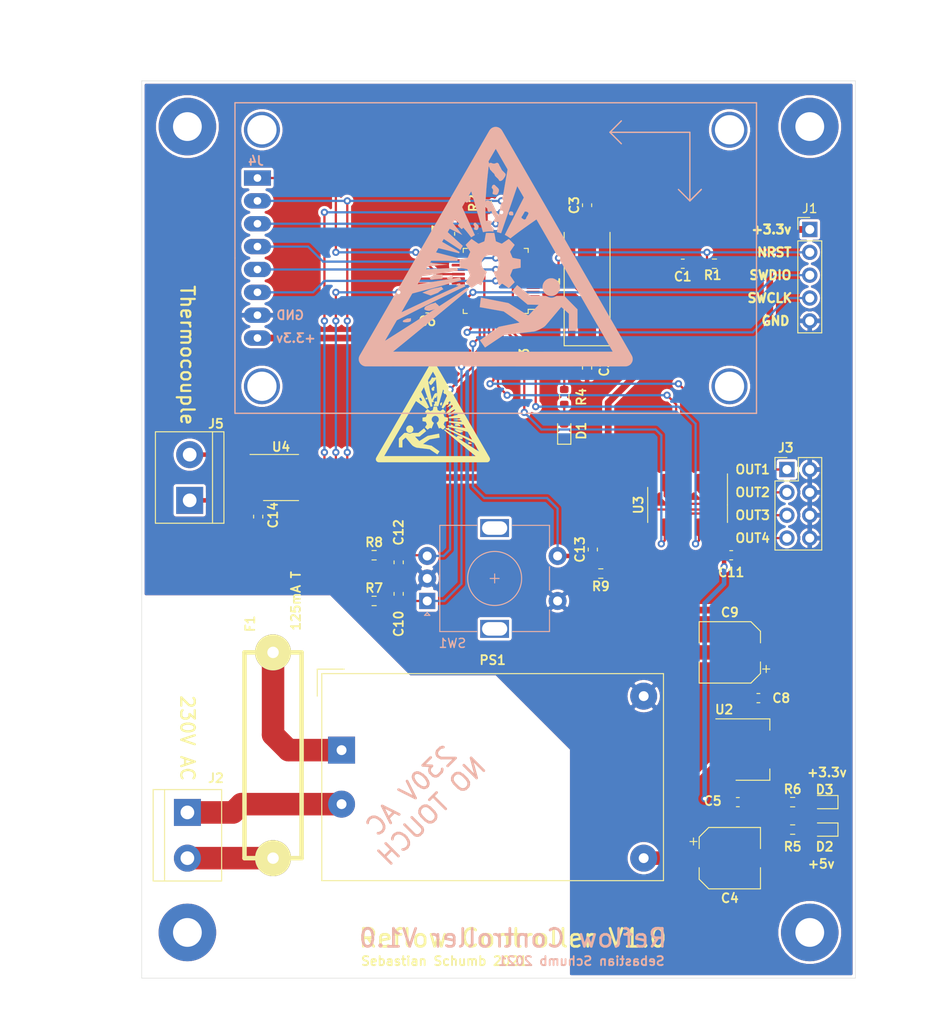
<source format=kicad_pcb>
(kicad_pcb (version 20171130) (host pcbnew 5.1.8)

  (general
    (thickness 1.6)
    (drawings 40)
    (tracks 356)
    (zones 0)
    (modules 45)
    (nets 39)
  )

  (page A4)
  (layers
    (0 F.Cu signal)
    (31 B.Cu signal hide)
    (32 B.Adhes user)
    (33 F.Adhes user)
    (34 B.Paste user)
    (35 F.Paste user)
    (36 B.SilkS user)
    (37 F.SilkS user)
    (38 B.Mask user)
    (39 F.Mask user)
    (40 Dwgs.User user)
    (41 Cmts.User user hide)
    (42 Eco1.User user)
    (43 Eco2.User user)
    (44 Edge.Cuts user)
    (45 Margin user)
    (46 B.CrtYd user)
    (47 F.CrtYd user)
    (48 B.Fab user)
    (49 F.Fab user)
  )

  (setup
    (last_trace_width 0.25)
    (user_trace_width 0.25)
    (user_trace_width 0.5)
    (user_trace_width 0.75)
    (user_trace_width 1)
    (user_trace_width 1.5)
    (user_trace_width 2)
    (user_trace_width 2.5)
    (trace_clearance 0.2)
    (zone_clearance 0.3)
    (zone_45_only yes)
    (trace_min 0.25)
    (via_size 0.8)
    (via_drill 0.4)
    (via_min_size 0.4)
    (via_min_drill 0.3)
    (uvia_size 0.3)
    (uvia_drill 0.1)
    (uvias_allowed no)
    (uvia_min_size 0.2)
    (uvia_min_drill 0.1)
    (edge_width 0.05)
    (segment_width 0.2)
    (pcb_text_width 0.3)
    (pcb_text_size 1.5 1.5)
    (mod_edge_width 0.12)
    (mod_text_size 1 1)
    (mod_text_width 0.2)
    (pad_size 1.8 1.8)
    (pad_drill 1)
    (pad_to_mask_clearance 0.05)
    (aux_axis_origin 0 0)
    (visible_elements FFFFFF7F)
    (pcbplotparams
      (layerselection 0x010fc_ffffffff)
      (usegerberextensions false)
      (usegerberattributes true)
      (usegerberadvancedattributes true)
      (creategerberjobfile true)
      (excludeedgelayer true)
      (linewidth 0.100000)
      (plotframeref false)
      (viasonmask false)
      (mode 1)
      (useauxorigin false)
      (hpglpennumber 1)
      (hpglpenspeed 20)
      (hpglpendiameter 15.000000)
      (psnegative false)
      (psa4output false)
      (plotreference true)
      (plotvalue true)
      (plotinvisibletext false)
      (padsonsilk false)
      (subtractmaskfromsilk false)
      (outputformat 1)
      (mirror false)
      (drillshape 1)
      (scaleselection 1)
      (outputdirectory ""))
  )

  (net 0 "")
  (net 1 GND)
  (net 2 NRST)
  (net 3 "Net-(C2-Pad1)")
  (net 4 "Net-(C3-Pad1)")
  (net 5 +5V)
  (net 6 +3V3)
  (net 7 ENC_A)
  (net 8 ENC_B)
  (net 9 ENC_BUTTON)
  (net 10 "Net-(D1-Pad2)")
  (net 11 "Net-(D2-Pad2)")
  (net 12 "Net-(D3-Pad2)")
  (net 13 "Net-(F1-Pad1)")
  (net 14 "Net-(F1-Pad2)")
  (net 15 SWCLK)
  (net 16 SWDIO)
  (net 17 "Net-(J3-Pad7)")
  (net 18 "Net-(J3-Pad5)")
  (net 19 "Net-(J3-Pad3)")
  (net 20 "Net-(J3-Pad1)")
  (net 21 DISP_CS)
  (net 22 DISP_RST)
  (net 23 DISP_DC)
  (net 24 MOSI)
  (net 25 SCK)
  (net 26 DISP_LED)
  (net 27 "Net-(J5-Pad2)")
  (net 28 "Net-(J5-Pad1)")
  (net 29 /BOOT1)
  (net 30 STATUS_LED)
  (net 31 OUT3)
  (net 32 OUT2)
  (net 33 OUT1)
  (net 34 MAX6675_CS)
  (net 35 OUT4)
  (net 36 MISO)
  (net 37 "Net-(J2-Pad1)")
  (net 38 /BOOT0)

  (net_class Default "This is the default net class."
    (clearance 0.2)
    (trace_width 0.25)
    (via_dia 0.8)
    (via_drill 0.4)
    (uvia_dia 0.3)
    (uvia_drill 0.1)
    (add_net +3V3)
    (add_net +5V)
    (add_net /BOOT0)
    (add_net /BOOT1)
    (add_net DISP_CS)
    (add_net DISP_DC)
    (add_net DISP_LED)
    (add_net DISP_RST)
    (add_net ENC_A)
    (add_net ENC_B)
    (add_net ENC_BUTTON)
    (add_net GND)
    (add_net MAX6675_CS)
    (add_net MISO)
    (add_net MOSI)
    (add_net NRST)
    (add_net "Net-(C2-Pad1)")
    (add_net "Net-(C3-Pad1)")
    (add_net "Net-(D1-Pad2)")
    (add_net "Net-(D2-Pad2)")
    (add_net "Net-(D3-Pad2)")
    (add_net "Net-(F1-Pad1)")
    (add_net "Net-(F1-Pad2)")
    (add_net "Net-(J2-Pad1)")
    (add_net "Net-(J3-Pad1)")
    (add_net "Net-(J3-Pad3)")
    (add_net "Net-(J3-Pad5)")
    (add_net "Net-(J3-Pad7)")
    (add_net "Net-(J5-Pad1)")
    (add_net "Net-(J5-Pad2)")
    (add_net OUT1)
    (add_net OUT2)
    (add_net OUT3)
    (add_net OUT4)
    (add_net SCK)
    (add_net STATUS_LED)
    (add_net SWCLK)
    (add_net SWDIO)
  )

  (module misc:logo_small (layer F.Cu) (tedit 0) (tstamp 5FF3C6FC)
    (at 114.935 121.285)
    (fp_text reference G*** (at 0 0) (layer F.SilkS) hide
      (effects (font (size 1.524 1.524) (thickness 0.3)))
    )
    (fp_text value LOGO (at 0.75 0) (layer F.SilkS) hide
      (effects (font (size 1.524 1.524) (thickness 0.3)))
    )
    (fp_poly (pts (xy 0.103049 -2.859777) (xy 0.11501 -2.855091) (xy 0.128046 -2.848289) (xy 0.138001 -2.842223)
      (xy 0.145627 -2.836053) (xy 0.151677 -2.828944) (xy 0.156905 -2.820057) (xy 0.162063 -2.808555)
      (xy 0.166139 -2.798234) (xy 0.17048 -2.786898) (xy 0.173607 -2.778579) (xy 0.175824 -2.772343)
      (xy 0.177437 -2.767256) (xy 0.178751 -2.762385) (xy 0.180073 -2.756796) (xy 0.180903 -2.753123)
      (xy 0.183416 -2.738745) (xy 0.183751 -2.726668) (xy 0.181889 -2.715552) (xy 0.180353 -2.710571)
      (xy 0.177976 -2.704669) (xy 0.175083 -2.700605) (xy 0.170507 -2.697168) (xy 0.164041 -2.693637)
      (xy 0.157351 -2.689906) (xy 0.152521 -2.68616) (xy 0.148413 -2.681231) (xy 0.143888 -2.673953)
      (xy 0.142543 -2.671602) (xy 0.137536 -2.661788) (xy 0.132435 -2.650186) (xy 0.128243 -2.639098)
      (xy 0.127791 -2.637735) (xy 0.125164 -2.629105) (xy 0.123431 -2.62164) (xy 0.122409 -2.613986)
      (xy 0.121917 -2.604789) (xy 0.121772 -2.592917) (xy 0.121852 -2.581046) (xy 0.122264 -2.572161)
      (xy 0.123171 -2.565021) (xy 0.124732 -2.558382) (xy 0.12711 -2.551002) (xy 0.127255 -2.550584)
      (xy 0.130459 -2.540133) (xy 0.133647 -2.527471) (xy 0.136655 -2.513532) (xy 0.139318 -2.499252)
      (xy 0.141472 -2.485565) (xy 0.142951 -2.473406) (xy 0.143591 -2.463711) (xy 0.143434 -2.458726)
      (xy 0.140183 -2.447557) (xy 0.133493 -2.437302) (xy 0.124156 -2.429076) (xy 0.121087 -2.42724)
      (xy 0.115111 -2.424711) (xy 0.105733 -2.421595) (xy 0.093711 -2.418082) (xy 0.079804 -2.414361)
      (xy 0.064772 -2.410622) (xy 0.049372 -2.407053) (xy 0.034365 -2.403845) (xy 0.020509 -2.401186)
      (xy 0.009494 -2.399397) (xy -0.00581 -2.397427) (xy -0.017644 -2.396448) (xy -0.026656 -2.396462)
      (xy -0.033492 -2.397472) (xy -0.038798 -2.399481) (xy -0.039013 -2.399596) (xy -0.046015 -2.403918)
      (xy -0.055023 -2.410222) (xy -0.064909 -2.417645) (xy -0.074547 -2.425324) (xy -0.082808 -2.432395)
      (xy -0.086857 -2.436209) (xy -0.091638 -2.441578) (xy -0.096021 -2.447972) (xy -0.100521 -2.456281)
      (xy -0.105655 -2.467395) (xy -0.107764 -2.472267) (xy -0.112315 -2.482876) (xy -0.116624 -2.492851)
      (xy -0.120238 -2.501151) (xy -0.122706 -2.50673) (xy -0.122914 -2.507192) (xy -0.126915 -2.516909)
      (xy -0.131305 -2.529056) (xy -0.135768 -2.542586) (xy -0.139988 -2.556457) (xy -0.143648 -2.569623)
      (xy -0.146431 -2.581041) (xy -0.148022 -2.589664) (xy -0.148103 -2.590334) (xy -0.148945 -2.606953)
      (xy -0.147957 -2.624045) (xy -0.145328 -2.640547) (xy -0.141245 -2.655396) (xy -0.135892 -2.667527)
      (xy -0.134022 -2.670544) (xy -0.130178 -2.675663) (xy -0.124034 -2.683213) (xy -0.116174 -2.69253)
      (xy -0.107184 -2.702947) (xy -0.097649 -2.713798) (xy -0.088154 -2.724419) (xy -0.079285 -2.734144)
      (xy -0.071627 -2.742307) (xy -0.065766 -2.748242) (xy -0.065303 -2.748686) (xy -0.059416 -2.754077)
      (xy -0.051234 -2.76129) (xy -0.041738 -2.769469) (xy -0.031914 -2.777761) (xy -0.029634 -2.779658)
      (xy -0.014813 -2.792331) (xy -0.001962 -2.804263) (xy 0.010207 -2.816731) (xy 0.022982 -2.831013)
      (xy 0.027745 -2.836573) (xy 0.040258 -2.848255) (xy 0.054709 -2.856557) (xy 0.070435 -2.861339)
      (xy 0.08677 -2.86246) (xy 0.103049 -2.859777)) (layer F.SilkS) (width 0.01))
    (fp_poly (pts (xy -0.682494 -1.626913) (xy -0.68204 -1.626863) (xy -0.665311 -1.622846) (xy -0.650052 -1.615091)
      (xy -0.63651 -1.603913) (xy -0.624929 -1.589627) (xy -0.615557 -1.572546) (xy -0.608641 -1.552986)
      (xy -0.604425 -1.531262) (xy -0.60397 -1.52712) (xy -0.603452 -1.519662) (xy -0.603931 -1.514814)
      (xy -0.60574 -1.511008) (xy -0.608021 -1.50807) (xy -0.612091 -1.502379) (xy -0.616473 -1.495001)
      (xy -0.618443 -1.491192) (xy -0.625129 -1.47813) (xy -0.630893 -1.468604) (xy -0.636091 -1.462113)
      (xy -0.641075 -1.458157) (xy -0.642254 -1.457541) (xy -0.64694 -1.456116) (xy -0.655109 -1.454465)
      (xy -0.666025 -1.452681) (xy -0.678951 -1.450858) (xy -0.693149 -1.449089) (xy -0.707882 -1.447469)
      (xy -0.722414 -1.446092) (xy -0.736007 -1.44505) (xy -0.744009 -1.444597) (xy -0.762442 -1.44457)
      (xy -0.777332 -1.446393) (xy -0.778616 -1.446674) (xy -0.79268 -1.451584) (xy -0.803834 -1.459132)
      (xy -0.810856 -1.467625) (xy -0.81303 -1.472376) (xy -0.814413 -1.478512) (xy -0.81499 -1.486462)
      (xy -0.814744 -1.496659) (xy -0.813659 -1.509534) (xy -0.811718 -1.525517) (xy -0.808905 -1.545039)
      (xy -0.807579 -1.553634) (xy -0.805324 -1.567583) (xy -0.803431 -1.57802) (xy -0.801727 -1.585631)
      (xy -0.800038 -1.591104) (xy -0.798192 -1.595124) (xy -0.796466 -1.597784) (xy -0.789966 -1.604161)
      (xy -0.78046 -1.610372) (xy -0.769147 -1.615755) (xy -0.757227 -1.619653) (xy -0.756253 -1.619888)
      (xy -0.744571 -1.622202) (xy -0.731076 -1.624205) (xy -0.716946 -1.625789) (xy -0.703355 -1.626842)
      (xy -0.691479 -1.627254) (xy -0.682494 -1.626913)) (layer F.SilkS) (width 0.01))
    (fp_poly (pts (xy 0.979402 -1.101094) (xy 0.982133 -1.099786) (xy 0.991519 -1.094826) (xy 0.998664 -1.090373)
      (xy 1.004183 -1.085659) (xy 1.008692 -1.07992) (xy 1.012808 -1.072389) (xy 1.017146 -1.062299)
      (xy 1.021656 -1.050647) (xy 1.025423 -1.040258) (xy 1.027788 -1.032154) (xy 1.029071 -1.024753)
      (xy 1.029591 -1.016474) (xy 1.029669 -1.010995) (xy 1.029692 -1.001954) (xy 1.029241 -0.995966)
      (xy 1.027684 -0.991854) (xy 1.024394 -0.988441) (xy 1.01874 -0.984549) (xy 1.013883 -0.98145)
      (xy 1.006803 -0.974902) (xy 1.000116 -0.964997) (xy 0.994199 -0.952613) (xy 0.989428 -0.938626)
      (xy 0.986181 -0.923913) (xy 0.985068 -0.9144) (xy 0.984698 -0.905283) (xy 0.985255 -0.897505)
      (xy 0.986979 -0.889214) (xy 0.989496 -0.880534) (xy 0.993573 -0.865754) (xy 0.997442 -0.848838)
      (xy 1.00066 -0.831876) (xy 1.00253 -0.81915) (xy 1.001703 -0.811051) (xy 0.997966 -0.80233)
      (xy 0.992078 -0.794479) (xy 0.98832 -0.791164) (xy 0.983733 -0.788863) (xy 0.975813 -0.786027)
      (xy 0.965392 -0.782876) (xy 0.953301 -0.779635) (xy 0.940371 -0.776523) (xy 0.927436 -0.773764)
      (xy 0.915326 -0.77158) (xy 0.914399 -0.771433) (xy 0.901188 -0.769396) (xy 0.89147 -0.767994)
      (xy 0.884556 -0.767194) (xy 0.879761 -0.766963) (xy 0.876396 -0.767268) (xy 0.873774 -0.768074)
      (xy 0.871228 -0.769338) (xy 0.864221 -0.773591) (xy 0.855725 -0.779409) (xy 0.846993 -0.785863)
      (xy 0.839277 -0.792025) (xy 0.83383 -0.796967) (xy 0.83357 -0.797239) (xy 0.830162 -0.802082)
      (xy 0.825703 -0.810254) (xy 0.820492 -0.821075) (xy 0.814833 -0.833865) (xy 0.809028 -0.847942)
      (xy 0.803377 -0.862626) (xy 0.798503 -0.8763) (xy 0.794972 -0.887114) (xy 0.792719 -0.895659)
      (xy 0.791454 -0.903599) (xy 0.790886 -0.912599) (xy 0.790746 -0.92075) (xy 0.79106 -0.934812)
      (xy 0.792538 -0.946234) (xy 0.795623 -0.956185) (xy 0.800756 -0.965835) (xy 0.808378 -0.976355)
      (xy 0.814559 -0.98384) (xy 0.826683 -0.997844) (xy 0.837339 -1.009504) (xy 0.847586 -1.019874)
      (xy 0.858479 -1.030007) (xy 0.871077 -1.04096) (xy 0.875946 -1.045065) (xy 0.885887 -1.053754)
      (xy 0.8959 -1.063117) (xy 0.904904 -1.072107) (xy 0.911822 -1.079677) (xy 0.912595 -1.080604)
      (xy 0.920205 -1.089297) (xy 0.926729 -1.09525) (xy 0.933228 -1.09937) (xy 0.936232 -1.100783)
      (xy 0.95094 -1.105106) (xy 0.965337 -1.10521) (xy 0.979402 -1.101094)) (layer F.SilkS) (width 0.01))
    (fp_poly (pts (xy 0.803533 -0.611226) (xy 0.804009 -0.611183) (xy 0.817286 -0.608376) (xy 0.829391 -0.602815)
      (xy 0.838936 -0.595139) (xy 0.839071 -0.59499) (xy 0.841516 -0.591487) (xy 0.841974 -0.58924)
      (xy 0.840435 -0.589262) (xy 0.839117 -0.590257) (xy 0.836233 -0.591825) (xy 0.830575 -0.59425)
      (xy 0.823383 -0.597001) (xy 0.81551 -0.599975) (xy 0.808542 -0.60281) (xy 0.804333 -0.604725)
      (xy 0.799554 -0.606763) (xy 0.79652 -0.607471) (xy 0.793187 -0.609062) (xy 0.792491 -0.609924)
      (xy 0.792834 -0.611222) (xy 0.796355 -0.611639) (xy 0.803533 -0.611226)) (layer F.SilkS) (width 0.01))
    (fp_poly (pts (xy 2.745563 1.288769) (xy 2.752262 1.289168) (xy 2.769662 1.290298) (xy 2.787164 1.291397)
      (xy 2.804147 1.292428) (xy 2.81999 1.293356) (xy 2.834071 1.294145) (xy 2.845769 1.29476)
      (xy 2.854463 1.295165) (xy 2.859419 1.295323) (xy 2.862837 1.295724) (xy 2.866309 1.29718)
      (xy 2.870507 1.300186) (xy 2.876099 1.305236) (xy 2.883754 1.312824) (xy 2.88544 1.314535)
      (xy 2.894685 1.323672) (xy 2.903036 1.331179) (xy 2.911414 1.33771) (xy 2.920739 1.343917)
      (xy 2.931932 1.350455) (xy 2.945911 1.357977) (xy 2.948516 1.359341) (xy 2.969245 1.370366)
      (xy 2.987994 1.380748) (xy 3.004389 1.390263) (xy 3.018054 1.398688) (xy 3.028616 1.405798)
      (xy 3.035655 1.411331) (xy 3.045235 1.422027) (xy 3.050629 1.433002) (xy 3.05182 1.444205)
      (xy 3.049297 1.45442) (xy 3.047632 1.459908) (xy 3.045853 1.468052) (xy 3.044291 1.477297)
      (xy 3.043993 1.479446) (xy 3.042112 1.490205) (xy 3.039275 1.498277) (xy 3.03476 1.504574)
      (xy 3.027848 1.510007) (xy 3.017819 1.515488) (xy 3.014133 1.51726) (xy 3.006919 1.520543)
      (xy 3.001037 1.522722) (xy 2.995225 1.524051) (xy 2.98822 1.524779) (xy 2.978757 1.52516)
      (xy 2.973916 1.525273) (xy 2.963083 1.525336) (xy 2.952797 1.5251) (xy 2.944391 1.52461)
      (xy 2.94005 1.524093) (xy 2.932697 1.522868) (xy 2.921501 1.521126) (xy 2.906816 1.518919)
      (xy 2.888992 1.5163) (xy 2.868383 1.513322) (xy 2.860675 1.512218) (xy 2.846717 1.51026)
      (xy 2.833508 1.508499) (xy 2.820704 1.506914) (xy 2.807961 1.505482) (xy 2.794937 1.504183)
      (xy 2.781288 1.502995) (xy 2.766669 1.501898) (xy 2.750738 1.500868) (xy 2.733152 1.499886)
      (xy 2.713565 1.498929) (xy 2.691636 1.497977) (xy 2.66702 1.497008) (xy 2.639374 1.496)
      (xy 2.608355 1.494932) (xy 2.573618 1.493783) (xy 2.554816 1.493174) (xy 2.533745 1.492155)
      (xy 2.516316 1.490487) (xy 2.501965 1.488017) (xy 2.490131 1.484592) (xy 2.480249 1.480062)
      (xy 2.471759 1.474273) (xy 2.466156 1.469206) (xy 2.458668 1.458852) (xy 2.454297 1.44639)
      (xy 2.453135 1.432675) (xy 2.455272 1.418557) (xy 2.459566 1.407247) (xy 2.463808 1.397134)
      (xy 2.465632 1.388172) (xy 2.465794 1.383553) (xy 2.46487 1.373875) (xy 2.462538 1.362021)
      (xy 2.459188 1.349648) (xy 2.45521 1.338413) (xy 2.455111 1.338173) (xy 2.453652 1.333929)
      (xy 2.453612 1.330263) (xy 2.455235 1.325686) (xy 2.458096 1.319985) (xy 2.462808 1.312253)
      (xy 2.468379 1.304852) (xy 2.471408 1.301553) (xy 2.478846 1.294341) (xy 2.563927 1.292934)
      (xy 2.584268 1.292553) (xy 2.604786 1.292089) (xy 2.62475 1.291564) (xy 2.643425 1.290999)
      (xy 2.660079 1.290417) (xy 2.673978 1.28984) (xy 2.684389 1.28929) (xy 2.684529 1.289281)
      (xy 2.715857 1.288115) (xy 2.745563 1.288769)) (layer F.SilkS) (width 0.01))
    (fp_poly (pts (xy 0.290135 -0.632875) (xy 0.318894 -0.632847) (xy 0.343932 -0.632794) (xy 0.365504 -0.632713)
      (xy 0.383867 -0.6326) (xy 0.399276 -0.632451) (xy 0.411986 -0.632261) (xy 0.422255 -0.632026)
      (xy 0.430337 -0.631743) (xy 0.436488 -0.631407) (xy 0.440966 -0.631014) (xy 0.444024 -0.63056)
      (xy 0.44592 -0.630041) (xy 0.446334 -0.629855) (xy 0.44993 -0.627182) (xy 0.452824 -0.62288)
      (xy 0.455288 -0.61626) (xy 0.457597 -0.606632) (xy 0.459413 -0.5969) (xy 0.464199 -0.569879)
      (xy 0.469324 -0.541959) (xy 0.470833 -0.53393) (xy 0.473988 -0.517227) (xy 0.476488 -0.503974)
      (xy 0.478465 -0.493463) (xy 0.480052 -0.484984) (xy 0.481381 -0.47783) (xy 0.482586 -0.47129)
      (xy 0.483798 -0.464657) (xy 0.483999 -0.46355) (xy 0.485967 -0.45279) (xy 0.488081 -0.441307)
      (xy 0.489909 -0.431444) (xy 0.49004 -0.430742) (xy 0.491783 -0.421376) (xy 0.49389 -0.410023)
      (xy 0.495954 -0.398861) (xy 0.496321 -0.396875) (xy 0.502118 -0.365685) (xy 0.508324 -0.332706)
      (xy 0.508999 -0.329142) (xy 0.510904 -0.318921) (xy 0.512921 -0.307843) (xy 0.514215 -0.300567)
      (xy 0.516926 -0.285687) (xy 0.519485 -0.2728) (xy 0.521768 -0.262479) (xy 0.52365 -0.255297)
      (xy 0.524815 -0.25213) (xy 0.528013 -0.247668) (xy 0.532956 -0.243371) (xy 0.540218 -0.238888)
      (xy 0.550372 -0.233864) (xy 0.563992 -0.227946) (xy 0.564156 -0.227878) (xy 0.572368 -0.224458)
      (xy 0.580025 -0.221278) (xy 0.587698 -0.218101) (xy 0.595958 -0.214693) (xy 0.605377 -0.21082)
      (xy 0.616524 -0.206246) (xy 0.629972 -0.200737) (xy 0.64629 -0.194058) (xy 0.66255 -0.187405)
      (xy 0.675014 -0.182306) (xy 0.689179 -0.176512) (xy 0.702825 -0.170929) (xy 0.709117 -0.168355)
      (xy 0.721482 -0.163293) (xy 0.735452 -0.157568) (xy 0.748856 -0.15207) (xy 0.755137 -0.149491)
      (xy 0.768074 -0.144203) (xy 0.77776 -0.140366) (xy 0.784852 -0.137804) (xy 0.790008 -0.136343)
      (xy 0.793886 -0.135807) (xy 0.797144 -0.136021) (xy 0.800438 -0.136811) (xy 0.801551 -0.13714)
      (xy 0.806206 -0.139224) (xy 0.81341 -0.143269) (xy 0.822289 -0.14875) (xy 0.831965 -0.15514)
      (xy 0.835024 -0.157247) (xy 0.845892 -0.164787) (xy 0.858931 -0.173793) (xy 0.872815 -0.183351)
      (xy 0.886215 -0.192546) (xy 0.892174 -0.196623) (xy 0.925885 -0.219676) (xy 0.960076 -0.243092)
      (xy 0.993564 -0.26606) (xy 1.025165 -0.287769) (xy 1.036108 -0.295296) (xy 1.054694 -0.30808)
      (xy 1.070125 -0.318667) (xy 1.082731 -0.327264) (xy 1.092841 -0.334078) (xy 1.100787 -0.339317)
      (xy 1.106898 -0.343187) (xy 1.111503 -0.345895) (xy 1.114933 -0.347648) (xy 1.117517 -0.348653)
      (xy 1.119586 -0.349116) (xy 1.121469 -0.349246) (xy 1.122128 -0.34925) (xy 1.12353 -0.34908)
      (xy 1.125244 -0.348445) (xy 1.127465 -0.347162) (xy 1.130385 -0.345049) (xy 1.134197 -0.341922)
      (xy 1.139094 -0.337598) (xy 1.145271 -0.331894) (xy 1.15292 -0.324625) (xy 1.162234 -0.31561)
      (xy 1.173406 -0.304664) (xy 1.186631 -0.291604) (xy 1.202101 -0.276248) (xy 1.220009 -0.258411)
      (xy 1.240548 -0.237911) (xy 1.259905 -0.218569) (xy 1.282689 -0.195792) (xy 1.302661 -0.175808)
      (xy 1.320007 -0.158422) (xy 1.334911 -0.143437) (xy 1.347558 -0.130657) (xy 1.358133 -0.119884)
      (xy 1.366822 -0.110924) (xy 1.373809 -0.103579) (xy 1.37928 -0.097654) (xy 1.383419 -0.092951)
      (xy 1.386411 -0.089275) (xy 1.388441 -0.086429) (xy 1.389695 -0.084217) (xy 1.390358 -0.082442)
      (xy 1.390613 -0.080908) (xy 1.390649 -0.0798) (xy 1.390298 -0.076285) (xy 1.389027 -0.072257)
      (xy 1.386514 -0.067121) (xy 1.382435 -0.060285) (xy 1.376467 -0.051153) (xy 1.369307 -0.040618)
      (xy 1.362548 -0.030773) (xy 1.353917 -0.018204) (xy 1.343938 -0.003674) (xy 1.333137 0.012052)
      (xy 1.322038 0.028209) (xy 1.311167 0.044032) (xy 1.308699 0.047625) (xy 1.288668 0.07678)
      (xy 1.270896 0.102653) (xy 1.255247 0.125447) (xy 1.241583 0.14537) (xy 1.229768 0.162627)
      (xy 1.219664 0.177424) (xy 1.211134 0.189967) (xy 1.204042 0.200463) (xy 1.19825 0.209116)
      (xy 1.193621 0.216133) (xy 1.190019 0.22172) (xy 1.187305 0.226083) (xy 1.185344 0.229428)
      (xy 1.183998 0.231961) (xy 1.18313 0.233887) (xy 1.182603 0.235414) (xy 1.182281 0.236745)
      (xy 1.182046 0.237975) (xy 1.182375 0.243608) (xy 1.184762 0.252777) (xy 1.189159 0.265345)
      (xy 1.195516 0.281176) (xy 1.203786 0.300133) (xy 1.20638 0.305858) (xy 1.209262 0.312374)
      (xy 1.212875 0.320816) (xy 1.215909 0.328083) (xy 1.219772 0.337248) (xy 1.22394 0.346813)
      (xy 1.226736 0.353012) (xy 1.22952 0.359211) (xy 1.231394 0.363726) (xy 1.231899 0.365298)
      (xy 1.232798 0.368036) (xy 1.235472 0.374519) (xy 1.239886 0.384667) (xy 1.242483 0.390525)
      (xy 1.244377 0.39488) (xy 1.247135 0.401333) (xy 1.248833 0.405341) (xy 1.251737 0.412183)
      (xy 1.254229 0.41798) (xy 1.255183 0.420158) (xy 1.257077 0.424513) (xy 1.259835 0.430966)
      (xy 1.261533 0.434975) (xy 1.264437 0.441816) (xy 1.266929 0.447613) (xy 1.267883 0.449791)
      (xy 1.269777 0.454147) (xy 1.272535 0.460599) (xy 1.274233 0.464608) (xy 1.277011 0.471173)
      (xy 1.279304 0.476513) (xy 1.281678 0.481918) (xy 1.284699 0.488678) (xy 1.288634 0.497416)
      (xy 1.293008 0.5063) (xy 1.297443 0.512813) (xy 1.30277 0.517501) (xy 1.30982 0.520905)
      (xy 1.319425 0.523569) (xy 1.332416 0.526036) (xy 1.332441 0.52604) (xy 1.343431 0.527957)
      (xy 1.355857 0.53019) (xy 1.366837 0.532221) (xy 1.378154 0.534353) (xy 1.390828 0.536734)
      (xy 1.401762 0.538784) (xy 1.412955 0.540884) (xy 1.425387 0.543225) (xy 1.436158 0.545259)
      (xy 1.447059 0.547308) (xy 1.459034 0.549536) (xy 1.468966 0.551365) (xy 1.48439 0.554198)
      (xy 1.502243 0.557506) (xy 1.520798 0.560967) (xy 1.537758 0.564153) (xy 1.547124 0.565911)
      (xy 1.558477 0.56803) (xy 1.569639 0.570103) (xy 1.571624 0.57047) (xy 1.582492 0.572483)
      (xy 1.593979 0.574616) (xy 1.603908 0.576464) (xy 1.605491 0.576759) (xy 1.615109 0.578533)
      (xy 1.62655 0.580613) (xy 1.637469 0.582573) (xy 1.638299 0.58272) (xy 1.651099 0.585247)
      (xy 1.660321 0.58772) (xy 1.666612 0.590366) (xy 1.670619 0.593411) (xy 1.671397 0.594337)
      (xy 1.671892 0.597071) (xy 1.672343 0.603663) (xy 1.67275 0.613741) (xy 1.673113 0.62693)
      (xy 1.673431 0.642857) (xy 1.673705 0.661147) (xy 1.673934 0.681429) (xy 1.674119 0.703326)
      (xy 1.674258 0.726467) (xy 1.674353 0.750478) (xy 1.674401 0.774984) (xy 1.674405 0.799612)
      (xy 1.674363 0.823988) (xy 1.674274 0.84774) (xy 1.67414 0.870492) (xy 1.67396 0.891872)
      (xy 1.673733 0.911505) (xy 1.67346 0.929019) (xy 1.67314 0.944039) (xy 1.672773 0.956192)
      (xy 1.672359 0.965104) (xy 1.671898 0.970401) (xy 1.67157 0.971733) (xy 1.668496 0.974847)
      (xy 1.664145 0.977338) (xy 1.657695 0.979513) (xy 1.648322 0.981681) (xy 1.641474 0.983009)
      (xy 1.631614 0.984865) (xy 1.6221 0.986687) (xy 1.614584 0.988158) (xy 1.612899 0.988498)
      (xy 1.606888 0.989665) (xy 1.59801 0.991319) (xy 1.587567 0.99322) (xy 1.579033 0.994744)
      (xy 1.568274 0.996683) (xy 1.558047 0.998588) (xy 1.549654 1.000212) (xy 1.545166 1.001138)
      (xy 1.537742 1.002659) (xy 1.52851 1.00441) (xy 1.521883 1.005591) (xy 1.512065 1.007321)
      (xy 1.500933 1.009341) (xy 1.493308 1.010761) (xy 1.483689 1.012554) (xy 1.472247 1.014647)
      (xy 1.461329 1.016611) (xy 1.460499 1.016759) (xy 1.450394 1.018581) (xy 1.440195 1.020466)
      (xy 1.431878 1.022047) (xy 1.430866 1.022245) (xy 1.424122 1.023564) (xy 1.417165 1.0249)
      (xy 1.409178 1.026407) (xy 1.399344 1.028238) (xy 1.386846 1.030546) (xy 1.373716 1.032961)
      (xy 1.355629 1.036315) (xy 1.341224 1.039107) (xy 1.330015 1.041509) (xy 1.321516 1.043692)
      (xy 1.31524 1.045828) (xy 1.310699 1.048087) (xy 1.307409 1.050641) (xy 1.304881 1.053662)
      (xy 1.302629 1.05732) (xy 1.302169 1.058142) (xy 1.300672 1.06138) (xy 1.29775 1.068203)
      (xy 1.293545 1.078263) (xy 1.288199 1.091213) (xy 1.281854 1.106705) (xy 1.274653 1.124392)
      (xy 1.266738 1.143926) (xy 1.25825 1.16496) (xy 1.249332 1.187145) (xy 1.245392 1.196974)
      (xy 1.234758 1.223564) (xy 1.225616 1.246521) (xy 1.217859 1.266136) (xy 1.211381 1.282694)
      (xy 1.206076 1.296486) (xy 1.201836 1.307798) (xy 1.198554 1.316919) (xy 1.196125 1.324138)
      (xy 1.194442 1.329742) (xy 1.193397 1.334019) (xy 1.192884 1.337257) (xy 1.192784 1.339069)
      (xy 1.192979 1.344277) (xy 1.193904 1.348799) (xy 1.196002 1.353652) (xy 1.199715 1.359851)
      (xy 1.205485 1.368413) (xy 1.205685 1.368702) (xy 1.211993 1.377867) (xy 1.219729 1.389131)
      (xy 1.227934 1.401097) (xy 1.235649 1.412365) (xy 1.235998 1.412874) (xy 1.252936 1.437638)
      (xy 1.26773 1.459248) (xy 1.280616 1.478051) (xy 1.291832 1.494394) (xy 1.301616 1.508622)
      (xy 1.310204 1.521081) (xy 1.317836 1.532118) (xy 1.323217 1.539874) (xy 1.330038 1.549817)
      (xy 1.336192 1.559018) (xy 1.341174 1.566704) (xy 1.344478 1.572104) (xy 1.34536 1.573741)
      (xy 1.348291 1.579005) (xy 1.352644 1.585856) (xy 1.355963 1.590674) (xy 1.360436 1.596981)
      (xy 1.366399 1.605475) (xy 1.372944 1.614855) (xy 1.377095 1.620836) (xy 1.380668 1.625739)
      (xy 1.383917 1.629951) (xy 1.386691 1.633687) (xy 1.388836 1.637159) (xy 1.390201 1.640584)
      (xy 1.390633 1.644174) (xy 1.38998 1.648146) (xy 1.388089 1.652712) (xy 1.384808 1.658088)
      (xy 1.379985 1.664488) (xy 1.373468 1.672127) (xy 1.365103 1.681217) (xy 1.354739 1.691975)
      (xy 1.342223 1.704615) (xy 1.327403 1.71935) (xy 1.310126 1.736396) (xy 1.290241 1.755966)
      (xy 1.267594 1.778276) (xy 1.259601 1.786165) (xy 1.236636 1.808835) (xy 1.216481 1.828707)
      (xy 1.198941 1.845963) (xy 1.18382 1.860786) (xy 1.170922 1.873359) (xy 1.160052 1.883865)
      (xy 1.151016 1.892487) (xy 1.143617 1.899408) (xy 1.13766 1.90481) (xy 1.13295 1.908877)
      (xy 1.129291 1.911792) (xy 1.126488 1.913736) (xy 1.124345 1.914895) (xy 1.122668 1.915449)
      (xy 1.121349 1.915583) (xy 1.119391 1.91551) (xy 1.117346 1.915147) (xy 1.114866 1.914279)
      (xy 1.111608 1.91269) (xy 1.107226 1.910163) (xy 1.101376 1.906484) (xy 1.093712 1.901436)
      (xy 1.083889 1.894803) (xy 1.071562 1.88637) (xy 1.056387 1.875921) (xy 1.041399 1.865575)
      (xy 1.030147 1.857824) (xy 1.017489 1.849138) (xy 1.005244 1.840761) (xy 0.998008 1.835828)
      (xy 0.989112 1.829758) (xy 0.977807 1.822014) (xy 0.965164 1.813333) (xy 0.952253 1.80445)
      (xy 0.942893 1.797996) (xy 0.932153 1.79064) (xy 0.922413 1.784078) (xy 0.914279 1.778709)
      (xy 0.908359 1.774933) (xy 0.905258 1.773151) (xy 0.905157 1.773109) (xy 0.901832 1.771333)
      (xy 0.896191 1.767838) (xy 0.889093 1.763208) (xy 0.881399 1.75803) (xy 0.873965 1.752887)
      (xy 0.867652 1.748364) (xy 0.863319 1.745046) (xy 0.861836 1.743615) (xy 0.859415 1.742034)
      (xy 0.859104 1.742016) (xy 0.856403 1.740908) (xy 0.851823 1.738226) (xy 0.846874 1.734932)
      (xy 0.843067 1.731991) (xy 0.842433 1.731384) (xy 0.836952 1.72756) (xy 0.829458 1.724676)
      (xy 0.821295 1.722983) (xy 0.813809 1.72273) (xy 0.808346 1.724168) (xy 0.807402 1.72487)
      (xy 0.804683 1.726635) (xy 0.798611 1.730074) (xy 0.789613 1.734958) (xy 0.778119 1.74106)
      (xy 0.764556 1.748151) (xy 0.749353 1.756002) (xy 0.741891 1.759823) (xy 0.734255 1.763804)
      (xy 0.728151 1.767136) (xy 0.724499 1.769311) (xy 0.723899 1.769777) (xy 0.721252 1.771293)
      (xy 0.717549 1.772597) (xy 0.713062 1.774308) (xy 0.706269 1.77737) (xy 0.698599 1.781139)
      (xy 0.69819 1.781349) (xy 0.688819 1.785814) (xy 0.681538 1.788079) (xy 0.675751 1.787825)
      (xy 0.670859 1.784733) (xy 0.666267 1.778484) (xy 0.661376 1.768758) (xy 0.657389 1.759553)
      (xy 0.653765 1.750948) (xy 0.650589 1.743444) (xy 0.648336 1.738166) (xy 0.64771 1.736724)
      (xy 0.646237 1.733243) (xy 0.64353 1.726716) (xy 0.639949 1.718018) (xy 0.635857 1.708024)
      (xy 0.635044 1.706033) (xy 0.630894 1.69589) (xy 0.627183 1.686875) (xy 0.624275 1.679864)
      (xy 0.62253 1.675731) (xy 0.622359 1.675341) (xy 0.620028 1.669932) (xy 0.616465 1.661438)
      (xy 0.612015 1.650701) (xy 0.607022 1.638566) (xy 0.601832 1.625875) (xy 0.59679 1.613472)
      (xy 0.59224 1.6022) (xy 0.588528 1.592901) (xy 0.586413 1.587499) (xy 0.58354 1.580114)
      (xy 0.580165 1.571569) (xy 0.576185 1.561622) (xy 0.571501 1.550026) (xy 0.566013 1.536538)
      (xy 0.559621 1.520914) (xy 0.552224 1.502909) (xy 0.543721 1.482278) (xy 0.534014 1.458777)
      (xy 0.523 1.432162) (xy 0.510581 1.402187) (xy 0.496655 1.36861) (xy 0.493065 1.359958)
      (xy 0.487934 1.34757) (xy 0.481799 1.332721) (xy 0.475261 1.316866) (xy 0.468918 1.301461)
      (xy 0.465557 1.293283) (xy 0.46008 1.279966) (xy 0.454505 1.266454) (xy 0.449286 1.25384)
      (xy 0.444876 1.243221) (xy 0.442357 1.237191) (xy 0.434733 1.218908) (xy 0.428667 1.204101)
      (xy 0.424012 1.192373) (xy 0.420621 1.183325) (xy 0.418345 1.176559) (xy 0.417038 1.171677)
      (xy 0.416552 1.168282) (xy 0.416544 1.167496) (xy 0.417305 1.163498) (xy 0.419651 1.159399)
      (xy 0.424026 1.154784) (xy 0.430875 1.149239) (xy 0.440639 1.142346) (xy 0.450105 1.136068)
      (xy 0.481731 1.114334) (xy 0.509623 1.092745) (xy 0.534241 1.07087) (xy 0.556044 1.048275)
      (xy 0.575493 1.024527) (xy 0.589 1.005416) (xy 0.610232 0.969739) (xy 0.627501 0.932771)
      (xy 0.640762 0.8947) (xy 0.64997 0.855713) (xy 0.655082 0.816) (xy 0.656052 0.775747)
      (xy 0.652876 0.735453) (xy 0.64558 0.695181) (xy 0.634477 0.656498) (xy 0.619757 0.619599)
      (xy 0.601609 0.584681) (xy 0.580224 0.551939) (xy 0.555793 0.521568) (xy 0.528505 0.493765)
      (xy 0.498551 0.468725) (xy 0.46612 0.446643) (xy 0.431403 0.427716) (xy 0.394589 0.412139)
      (xy 0.35587 0.400108) (xy 0.319616 0.392484) (xy 0.304132 0.39058) (xy 0.285854 0.389367)
      (xy 0.265937 0.388835) (xy 0.24554 0.388978) (xy 0.22582 0.389784) (xy 0.207932 0.391248)
      (xy 0.193035 0.393358) (xy 0.192616 0.393437) (xy 0.174584 0.397045) (xy 0.15949 0.400509)
      (xy 0.146064 0.404163) (xy 0.133037 0.408345) (xy 0.123825 0.411636) (xy 0.086261 0.427528)
      (xy 0.051428 0.446527) (xy 0.01893 0.468885) (xy -0.011626 0.494854) (xy -0.021023 0.503931)
      (xy -0.048953 0.534593) (xy -0.073175 0.567296) (xy -0.093683 0.602029) (xy -0.110472 0.63878)
      (xy -0.123534 0.677537) (xy -0.132864 0.718288) (xy -0.134416 0.727523) (xy -0.136087 0.741725)
      (xy -0.137199 0.758757) (xy -0.137752 0.777438) (xy -0.137744 0.79659) (xy -0.137176 0.815032)
      (xy -0.136048 0.831584) (xy -0.134445 0.84455) (xy -0.125615 0.885435) (xy -0.112987 0.924655)
      (xy -0.096667 0.962015) (xy -0.076756 0.997317) (xy -0.053358 1.030368) (xy -0.026578 1.060971)
      (xy -0.012951 1.074361) (xy -0.003844 1.082417) (xy 0.007931 1.092132) (xy 0.021503 1.102847)
      (xy 0.035999 1.113902) (xy 0.050545 1.124638) (xy 0.064268 1.134395) (xy 0.076296 1.142514)
      (xy 0.08218 1.14623) (xy 0.092161 1.152952) (xy 0.098442 1.159116) (xy 0.101333 1.165516)
      (xy 0.101144 1.172948) (xy 0.098186 1.182208) (xy 0.097169 1.184628) (xy 0.09469 1.190452)
      (xy 0.091064 1.199101) (xy 0.086745 1.209483) (xy 0.08219 1.220505) (xy 0.08142 1.222374)
      (xy 0.076448 1.234444) (xy 0.070486 1.248886) (xy 0.06417 1.264165) (xy 0.058133 1.278745)
      (xy 0.056055 1.283758) (xy 0.050288 1.297674) (xy 0.043996 1.312871) (xy 0.037815 1.327811)
      (xy 0.032382 1.340958) (xy 0.030655 1.345141) (xy 0.02567 1.357211) (xy 0.019698 1.371654)
      (xy 0.013373 1.386934) (xy 0.007333 1.401515) (xy 0.005255 1.406524) (xy -0.000512 1.420441)
      (xy -0.006804 1.435637) (xy -0.012985 1.450577) (xy -0.018418 1.463724) (xy -0.020145 1.467908)
      (xy -0.02513 1.479978) (xy -0.031102 1.494421) (xy -0.037427 1.509701) (xy -0.043467 1.524282)
      (xy -0.045545 1.529291) (xy -0.051312 1.543208) (xy -0.057604 1.558404) (xy -0.063785 1.573344)
      (xy -0.069218 1.586491) (xy -0.070945 1.590674) (xy -0.07593 1.602744) (xy -0.081902 1.617188)
      (xy -0.088227 1.632468) (xy -0.094267 1.647048) (xy -0.096345 1.652058) (xy -0.10804 1.680285)
      (xy -0.119114 1.707064) (xy -0.129272 1.731683) (xy -0.13822 1.75343) (xy -0.141787 1.762124)
      (xy -0.146924 1.773973) (xy -0.151416 1.782106) (xy -0.155876 1.786848) (xy -0.160916 1.788527)
      (xy -0.16715 1.787468) (xy -0.175189 1.783997) (xy -0.17909 1.781984) (xy -0.185573 1.778549)
      (xy -0.192821 1.774702) (xy -0.201325 1.770179) (xy -0.211578 1.764719) (xy -0.22407 1.758061)
      (xy -0.239293 1.749943) (xy -0.257739 1.740103) (xy -0.258568 1.739661) (xy -0.271644 1.732772)
      (xy -0.281669 1.727733) (xy -0.28926 1.724282) (xy -0.295036 1.722159) (xy -0.299615 1.721103)
      (xy -0.303153 1.720849) (xy -0.305944 1.720864) (xy -0.308444 1.721074) (xy -0.311082 1.721729)
      (xy -0.314287 1.723079) (xy -0.318491 1.725373) (xy -0.324123 1.72886) (xy -0.331612 1.73379)
      (xy -0.341389 1.740414) (xy -0.353883 1.748979) (xy -0.366184 1.757438) (xy -0.376789 1.764725)
      (xy -0.389721 1.773599) (xy -0.403808 1.783258) (xy -0.417884 1.792901) (xy -0.428625 1.800254)
      (xy -0.442436 1.809709) (xy -0.458352 1.820617) (xy -0.474989 1.832029) (xy -0.490967 1.842996)
      (xy -0.502709 1.851064) (xy -0.52377 1.865542) (xy -0.541634 1.877795) (xy -0.556597 1.887992)
      (xy -0.568957 1.896299) (xy -0.579009 1.902884) (xy -0.58705 1.907913) (xy -0.593376 1.911555)
      (xy -0.598283 1.913976) (xy -0.602069 1.915344) (xy -0.605029 1.915825) (xy -0.60746 1.915588)
      (xy -0.609658 1.914798) (xy -0.61192 1.913624) (xy -0.612775 1.913157) (xy -0.614889 1.91134)
      (xy -0.619767 1.906752) (xy -0.627181 1.899616) (xy -0.636903 1.890155) (xy -0.648707 1.878594)
      (xy -0.662364 1.865157) (xy -0.677647 1.850066) (xy -0.694328 1.833546) (xy -0.71218 1.815821)
      (xy -0.730975 1.797113) (xy -0.743489 1.784634) (xy -0.769766 1.758358) (xy -0.79301 1.735004)
      (xy -0.813236 1.714559) (xy -0.830458 1.697007) (xy -0.84469 1.682333) (xy -0.855948 1.670521)
      (xy -0.864246 1.661557) (xy -0.869599 1.655426) (xy -0.87202 1.652112) (xy -0.87214 1.651834)
      (xy -0.87306 1.648285) (xy -0.873173 1.644768) (xy -0.872217 1.640733) (xy -0.869932 1.635632)
      (xy -0.866058 1.628916) (xy -0.860333 1.620037) (xy -0.852496 1.608445) (xy -0.84934 1.603839)
      (xy -0.841276 1.592096) (xy -0.832856 1.579837) (xy -0.824873 1.568216) (xy -0.81812 1.558387)
      (xy -0.815582 1.554693) (xy -0.808935 1.545009) (xy -0.800984 1.533403) (xy -0.792809 1.521453)
      (xy -0.786596 1.512358) (xy -0.779262 1.501641) (xy -0.77053 1.488923) (xy -0.761416 1.47568)
      (xy -0.752933 1.46339) (xy -0.751666 1.461558) (xy -0.735936 1.438793) (xy -0.722467 1.419223)
      (xy -0.711087 1.402576) (xy -0.701626 1.388581) (xy -0.693912 1.376969) (xy -0.687774 1.367468)
      (xy -0.683041 1.359807) (xy -0.679542 1.353715) (xy -0.677105 1.348923) (xy -0.675559 1.345158)
      (xy -0.674733 1.342151) (xy -0.674456 1.33963) (xy -0.674452 1.339443) (xy -0.674895 1.335096)
      (xy -0.676408 1.328852) (xy -0.679132 1.320296) (xy -0.683205 1.309013) (xy -0.688767 1.294589)
      (xy -0.693928 1.281641) (xy -0.699493 1.267838) (xy -0.704676 1.25503) (xy -0.709221 1.243841)
      (xy -0.712876 1.234897) (xy -0.715386 1.22882) (xy -0.716326 1.226608) (xy -0.71873 1.220782)
      (xy -0.721621 1.213265) (xy -0.722938 1.209674) (xy -0.725352 1.203286) (xy -0.727373 1.198486)
      (xy -0.728154 1.196974) (xy -0.72954 1.194015) (xy -0.73182 1.188298) (xy -0.734484 1.181099)
      (xy -0.737163 1.173868) (xy -0.739447 1.168161) (xy -0.740834 1.165224) (xy -0.742231 1.162265)
      (xy -0.744517 1.156547) (xy -0.747184 1.149349) (xy -0.749863 1.142118) (xy -0.752147 1.136411)
      (xy -0.753534 1.133474) (xy -0.754931 1.130515) (xy -0.757217 1.124797) (xy -0.759884 1.117599)
      (xy -0.762561 1.110368) (xy -0.764837 1.104661) (xy -0.766214 1.101724) (xy -0.767692 1.098637)
      (xy -0.76994 1.093044) (xy -0.771432 1.089024) (xy -0.776273 1.076559) (xy -0.781268 1.065414)
      (xy -0.786015 1.056399) (xy -0.790109 1.050326) (xy -0.791397 1.048969) (xy -0.794413 1.046933)
      (xy -0.799066 1.044978) (xy -0.805891 1.042959) (xy -0.815427 1.040734) (xy -0.828211 1.038158)
      (xy -0.840317 1.035899) (xy -0.851077 1.033923) (xy -0.86256 1.031796) (xy -0.872424 1.029952)
      (xy -0.873125 1.029819) (xy -0.882739 1.028021) (xy -0.894175 1.025905) (xy -0.90509 1.023903)
      (xy -0.905934 1.023749) (xy -0.917289 1.021666) (xy -0.929928 1.019324) (xy -0.941157 1.017222)
      (xy -0.941388 1.017178) (xy -0.963305 1.01305) (xy -0.984161 1.009141) (xy -1.005377 1.005184)
      (xy -1.028376 1.000915) (xy -1.045634 0.997722) (xy -1.056624 0.99568) (xy -1.068557 0.993445)
      (xy -1.078957 0.991483) (xy -1.0795 0.99138) (xy -1.089306 0.989542) (xy -1.09937 0.987695)
      (xy -1.107017 0.986326) (xy -1.12265 0.983433) (xy -1.13454 0.980847) (xy -1.143156 0.978439)
      (xy -1.148966 0.976078) (xy -1.152356 0.973718) (xy -1.153121 0.972905) (xy -1.153791 0.971915)
      (xy -1.154374 0.970481) (xy -1.154875 0.968337) (xy -1.1553 0.965214) (xy -1.155656 0.960847)
      (xy -1.155949 0.954968) (xy -1.156185 0.94731) (xy -1.15637 0.937607) (xy -1.15651 0.92559)
      (xy -1.156611 0.910993) (xy -1.156681 0.89355) (xy -1.156724 0.872993) (xy -1.156747 0.849055)
      (xy -1.156757 0.821469) (xy -1.156759 0.789968) (xy -1.156759 0.783433) (xy -1.156763 0.750653)
      (xy -1.156765 0.721845) (xy -1.156749 0.696747) (xy -1.1567 0.675096) (xy -1.156602 0.656633)
      (xy -1.15644 0.641094) (xy -1.156199 0.628217) (xy -1.155862 0.617742) (xy -1.155415 0.609407)
      (xy -1.154842 0.602949) (xy -1.154127 0.598107) (xy -1.153256 0.59462) (xy -1.152212 0.592225)
      (xy -1.150979 0.59066) (xy -1.149544 0.589665) (xy -1.14789 0.588977) (xy -1.146001 0.588335)
      (xy -1.145204 0.588043) (xy -1.140649 0.586724) (xy -1.133287 0.58504) (xy -1.124492 0.583299)
      (xy -1.121834 0.58282) (xy -1.111066 0.580923) (xy -1.100935 0.579116) (xy -1.090732 0.57727)
      (xy -1.079748 0.575253) (xy -1.067275 0.572935) (xy -1.052602 0.570185) (xy -1.035023 0.566872)
      (xy -1.019175 0.563878) (xy -1.008328 0.561843) (xy -0.995933 0.559544) (xy -0.984611 0.557466)
      (xy -0.98425 0.5574) (xy -0.97349 0.555432) (xy -0.962007 0.553318) (xy -0.952144 0.55149)
      (xy -0.951442 0.551359) (xy -0.942076 0.549616) (xy -0.930723 0.547509) (xy -0.919561 0.545445)
      (xy -0.917575 0.545078) (xy -0.886385 0.539281) (xy -0.853406 0.533075) (xy -0.849842 0.5324)
      (xy -0.839622 0.530507) (xy -0.828545 0.52852) (xy -0.821267 0.527257) (xy -0.807869 0.52476)
      (xy -0.797885 0.522304) (xy -0.79051 0.519614) (xy -0.784937 0.516413) (xy -0.78167 0.513715)
      (xy -0.779966 0.511699) (xy -0.77779 0.508309) (xy -0.775025 0.503286) (xy -0.771551 0.496374)
      (xy -0.767251 0.487314) (xy -0.762007 0.475848) (xy -0.7557 0.461718) (xy -0.748211 0.444667)
      (xy -0.739423 0.424436) (xy -0.729217 0.400768) (xy -0.719758 0.378732) (xy -0.707573 0.350219)
      (xy -0.697052 0.325412) (xy -0.688131 0.304155) (xy -0.680746 0.28629) (xy -0.674834 0.271658)
      (xy -0.67033 0.260102) (xy -0.667172 0.251464) (xy -0.665295 0.245587) (xy -0.664636 0.242312)
      (xy -0.664634 0.242191) (xy -0.664837 0.238747) (xy -0.665619 0.235143) (xy -0.667241 0.230921)
      (xy -0.669963 0.225623) (xy -0.674046 0.218791) (xy -0.67975 0.209967) (xy -0.687336 0.198693)
      (xy -0.697063 0.184512) (xy -0.69914 0.1815) (xy -0.707718 0.169057) (xy -0.71664 0.156084)
      (xy -0.725182 0.143637) (xy -0.73262 0.132773) (xy -0.737279 0.125941) (xy -0.74472 0.115034)
      (xy -0.753328 0.102464) (xy -0.761855 0.09005) (xy -0.767026 0.08255) (xy -0.775905 0.069673)
      (xy -0.785985 0.055024) (xy -0.796871 0.039177) (xy -0.808171 0.022708) (xy -0.81949 0.006191)
      (xy -0.830433 -0.009797) (xy -0.840607 -0.024681) (xy -0.849618 -0.037886) (xy -0.857072 -0.048838)
      (xy -0.862575 -0.056959) (xy -0.863175 -0.057849) (xy -0.865938 -0.061726) (xy -0.868443 -0.065066)
      (xy -0.87053 -0.068075) (xy -0.872044 -0.070964) (xy -0.872825 -0.073939) (xy -0.872716 -0.07721)
      (xy -0.87156 -0.080985) (xy -0.869198 -0.085472) (xy -0.865473 -0.09088) (xy -0.860226 -0.097416)
      (xy -0.853301 -0.10529) (xy -0.844539 -0.114709) (xy -0.833782 -0.125883) (xy -0.820873 -0.139018)
      (xy -0.805654 -0.154325) (xy -0.787967 -0.17201) (xy -0.767655 -0.192283) (xy -0.744558 -0.215351)
      (xy -0.741793 -0.218117) (xy -0.718784 -0.241116) (xy -0.698568 -0.261294) (xy -0.680955 -0.27883)
      (xy -0.665754 -0.293906) (xy -0.652776 -0.306703) (xy -0.641829 -0.317403) (xy -0.632725 -0.326186)
      (xy -0.625271 -0.333233) (xy -0.619279 -0.338726) (xy -0.614558 -0.342846) (xy -0.610918 -0.345774)
      (xy -0.608167 -0.347691) (xy -0.606117 -0.348778) (xy -0.604577 -0.349216) (xy -0.604055 -0.34925)
      (xy -0.602572 -0.349182) (xy -0.600918 -0.348872) (xy -0.598856 -0.348168) (xy -0.59615 -0.346915)
      (xy -0.592566 -0.344959) (xy -0.587866 -0.342147) (xy -0.581817 -0.338324) (xy -0.574181 -0.333336)
      (xy -0.564724 -0.327029) (xy -0.553209 -0.319249) (xy -0.539402 -0.309842) (xy -0.523066 -0.298654)
      (xy -0.503965 -0.28553) (xy -0.481865 -0.270318) (xy -0.456529 -0.252862) (xy -0.455105 -0.251881)
      (xy -0.42701 -0.232525) (xy -0.402196 -0.215444) (xy -0.380464 -0.200503) (xy -0.361617 -0.187565)
      (xy -0.345453 -0.176496) (xy -0.331776 -0.167161) (xy -0.320386 -0.159424) (xy -0.311083 -0.15315)
      (xy -0.303669 -0.148203) (xy -0.297945 -0.144449) (xy -0.293712 -0.141752) (xy -0.290772 -0.139977)
      (xy -0.289496 -0.139273) (xy -0.283476 -0.136789) (xy -0.278129 -0.135585) (xy -0.277766 -0.135569)
      (xy -0.274601 -0.136061) (xy -0.269044 -0.137687) (xy -0.260841 -0.140544) (xy -0.249737 -0.144726)
      (xy -0.235478 -0.150329) (xy -0.217809 -0.157449) (xy -0.200025 -0.16472) (xy -0.181696 -0.172244)
      (xy -0.160683 -0.180858) (xy -0.138224 -0.190053) (xy -0.115556 -0.199324) (xy -0.093919 -0.208163)
      (xy -0.093134 -0.208484) (xy -0.081884 -0.213077) (xy -0.068533 -0.218528) (xy -0.054902 -0.224096)
      (xy -0.044764 -0.228237) (xy -0.034651 -0.232523) (xy -0.025674 -0.236612) (xy -0.018723 -0.240078)
      (xy -0.01469 -0.242498) (xy -0.014385 -0.24275) (xy -0.009636 -0.248269) (xy -0.005971 -0.255616)
      (xy -0.003041 -0.265658) (xy -0.001056 -0.27583) (xy 0.000863 -0.286898) (xy 0.003109 -0.299458)
      (xy 0.005206 -0.310846) (xy 0.005264 -0.31115) (xy 0.008314 -0.327347) (xy 0.01072 -0.340126)
      (xy 0.012621 -0.350228) (xy 0.014156 -0.358394) (xy 0.015465 -0.365367) (xy 0.016688 -0.371889)
      (xy 0.017898 -0.378355) (xy 0.020013 -0.389673) (xy 0.022375 -0.40235) (xy 0.024408 -0.41328)
      (xy 0.026489 -0.424474) (xy 0.028804 -0.436907) (xy 0.030813 -0.447675) (xy 0.032827 -0.458523)
      (xy 0.03511 -0.470917) (xy 0.037181 -0.482239) (xy 0.037247 -0.4826) (xy 0.039578 -0.495316)
      (xy 0.042078 -0.508795) (xy 0.044499 -0.521708) (xy 0.046592 -0.532728) (xy 0.047747 -0.538692)
      (xy 0.048632 -0.543364) (xy 0.050052 -0.551036) (xy 0.051792 -0.560542) (xy 0.053205 -0.568325)
      (xy 0.056215 -0.58487) (xy 0.058627 -0.597763) (xy 0.060577 -0.607522) (xy 0.062202 -0.614664)
      (xy 0.063639 -0.619705) (xy 0.065022 -0.623165) (xy 0.066489 -0.625559) (xy 0.068176 -0.627406)
      (xy 0.068959 -0.628121) (xy 0.074319 -0.632884) (xy 0.257398 -0.632884) (xy 0.290135 -0.632875)) (layer F.SilkS) (width 0.01))
    (fp_poly (pts (xy 2.534478 1.863793) (xy 2.541757 1.865233) (xy 2.550987 1.86763) (xy 2.563125 1.871137)
      (xy 2.565592 1.871868) (xy 2.585416 1.877372) (xy 2.609285 1.883316) (xy 2.637038 1.889666)
      (xy 2.668512 1.896385) (xy 2.703547 1.903439) (xy 2.741981 1.910792) (xy 2.750608 1.912397)
      (xy 2.769863 1.916051) (xy 2.791484 1.920306) (xy 2.813715 1.924814) (xy 2.82575 1.927314)
      (xy 2.841925 1.930898) (xy 2.861154 1.935475) (xy 2.882444 1.940786) (xy 2.904804 1.946572)
      (xy 2.927243 1.952575) (xy 2.94877 1.958535) (xy 2.968393 1.964195) (xy 2.977091 1.966804)
      (xy 3.016465 1.979511) (xy 3.058846 1.994535) (xy 3.103808 2.011718) (xy 3.150925 2.030899)
      (xy 3.169708 2.038851) (xy 3.181024 2.043629) (xy 3.195593 2.049682) (xy 3.21273 2.05673)
      (xy 3.23175 2.064495) (xy 3.251968 2.072697) (xy 3.2727 2.081056) (xy 3.293261 2.089294)
      (xy 3.300941 2.092357) (xy 3.323756 2.101461) (xy 3.342866 2.109134) (xy 3.358513 2.11548)
      (xy 3.370938 2.120601) (xy 3.380382 2.124601) (xy 3.387087 2.127582) (xy 3.391293 2.129647)
      (xy 3.393243 2.130899) (xy 3.393177 2.131442) (xy 3.392679 2.131483) (xy 3.390357 2.132153)
      (xy 3.384813 2.133991) (xy 3.37681 2.136738) (xy 3.367111 2.140133) (xy 3.36421 2.14116)
      (xy 3.353341 2.144999) (xy 3.343148 2.148573) (xy 3.334683 2.151514) (xy 3.328997 2.153455)
      (xy 3.328458 2.153634) (xy 3.323291 2.1554) (xy 3.315186 2.158239) (xy 3.305185 2.161784)
      (xy 3.294329 2.165667) (xy 3.292475 2.166334) (xy 3.281577 2.170239) (xy 3.271357 2.173871)
      (xy 3.262856 2.176862) (xy 3.257117 2.178843) (xy 3.256491 2.179053) (xy 3.251769 2.180665)
      (xy 3.243881 2.183403) (xy 3.23365 2.186981) (xy 3.221899 2.191109) (xy 3.210983 2.194959)
      (xy 3.198577 2.199331) (xy 3.186968 2.2034) (xy 3.176979 2.206878) (xy 3.169434 2.20948)
      (xy 3.165475 2.210815) (xy 3.160308 2.212569) (xy 3.152204 2.215399) (xy 3.142203 2.218937)
      (xy 3.131348 2.222816) (xy 3.129491 2.223484) (xy 3.118594 2.227388) (xy 3.108374 2.231019)
      (xy 3.099873 2.234007) (xy 3.094134 2.235986) (xy 3.093508 2.236195) (xy 3.088645 2.23785)
      (xy 3.08068 2.240609) (xy 3.070502 2.244161) (xy 3.058999 2.248196) (xy 3.051437 2.25086)
      (xy 3.039864 2.254824) (xy 3.029323 2.258215) (xy 3.020611 2.260791) (xy 3.014527 2.262314)
      (xy 3.012279 2.262626) (xy 3.00805 2.261812) (xy 3.001021 2.259685) (xy 2.992282 2.256598)
      (xy 2.985558 2.253985) (xy 2.975811 2.25011) (xy 2.963451 2.245288) (xy 2.949834 2.240044)
      (xy 2.936315 2.234902) (xy 2.931583 2.23312) (xy 2.917263 2.227733) (xy 2.906221 2.223546)
      (xy 2.897766 2.22029) (xy 2.891204 2.217696) (xy 2.885844 2.215495) (xy 2.881841 2.213787)
      (xy 2.878655 2.212511) (xy 2.87216 2.209991) (xy 2.86301 2.206476) (xy 2.851856 2.202217)
      (xy 2.839351 2.197464) (xy 2.835275 2.195919) (xy 2.808447 2.185755) (xy 2.785298 2.176976)
      (xy 2.765548 2.169474) (xy 2.748913 2.163142) (xy 2.735113 2.157872) (xy 2.723865 2.153555)
      (xy 2.714889 2.150084) (xy 2.707901 2.14735) (xy 2.702621 2.145246) (xy 2.698766 2.143665)
      (xy 2.697691 2.14321) (xy 2.692522 2.141107) (xy 2.68498 2.138162) (xy 2.676665 2.135)
      (xy 2.676367 2.134888) (xy 2.668129 2.131526) (xy 2.662918 2.128521) (xy 2.659671 2.12514)
      (xy 2.658052 2.122274) (xy 2.653801 2.116127) (xy 2.646 2.108098) (xy 2.634623 2.098164)
      (xy 2.619641 2.086304) (xy 2.601026 2.072495) (xy 2.578752 2.056717) (xy 2.55279 2.038948)
      (xy 2.546723 2.034865) (xy 2.530537 2.024231) (xy 2.51636 2.015507) (xy 2.502886 2.007971)
      (xy 2.48881 2.000899) (xy 2.472827 1.99357) (xy 2.46944 1.992076) (xy 2.460776 1.988116)
      (xy 2.450574 1.983224) (xy 2.441034 1.978453) (xy 2.440982 1.978426) (xy 2.425573 1.970499)
      (xy 2.431388 1.96262) (xy 2.434893 1.958336) (xy 2.44068 1.951774) (xy 2.448072 1.94368)
      (xy 2.456391 1.934804) (xy 2.460596 1.930399) (xy 2.47132 1.918991) (xy 2.479288 1.909797)
      (xy 2.484885 1.902187) (xy 2.488491 1.895532) (xy 2.49049 1.889204) (xy 2.491264 1.882573)
      (xy 2.491316 1.879883) (xy 2.491629 1.873657) (xy 2.493051 1.869456) (xy 2.496308 1.866777)
      (xy 2.502124 1.865118) (xy 2.511225 1.863979) (xy 2.514763 1.863658) (xy 2.521938 1.86316)
      (xy 2.52819 1.863153) (xy 2.534478 1.863793)) (layer F.SilkS) (width 0.01))
    (fp_poly (pts (xy -2.551371 1.466006) (xy -2.534098 1.466724) (xy -2.518824 1.468054) (xy -2.50444 1.470107)
      (xy -2.489839 1.472992) (xy -2.482851 1.474603) (xy -2.442816 1.486111) (xy -2.405315 1.500942)
      (xy -2.370078 1.519248) (xy -2.336837 1.541177) (xy -2.305322 1.56688) (xy -2.287672 1.583634)
      (xy -2.261467 1.612169) (xy -2.238706 1.642028) (xy -2.219199 1.67359) (xy -2.202756 1.707234)
      (xy -2.189187 1.74334) (xy -2.178302 1.782287) (xy -2.171336 1.816099) (xy -2.170212 1.825213)
      (xy -2.169375 1.837607) (xy -2.168824 1.852336) (xy -2.16856 1.868458) (xy -2.168584 1.885028)
      (xy -2.168894 1.901102) (xy -2.169491 1.915736) (xy -2.170375 1.927988) (xy -2.171331 1.935691)
      (xy -2.180192 1.978063) (xy -2.192358 2.017875) (xy -2.207933 2.055339) (xy -2.227021 2.090666)
      (xy -2.249727 2.124067) (xy -2.276155 2.155754) (xy -2.284046 2.164151) (xy -2.314101 2.192388)
      (xy -2.346433 2.217057) (xy -2.381031 2.238153) (xy -2.417886 2.255671) (xy -2.456986 2.269604)
      (xy -2.498322 2.279948) (xy -2.509309 2.282027) (xy -2.514922 2.282718) (xy -2.523461 2.283391)
      (xy -2.534225 2.284025) (xy -2.546511 2.2846) (xy -2.559617 2.285094) (xy -2.572841 2.285489)
      (xy -2.585482 2.285762) (xy -2.596838 2.285895) (xy -2.606205 2.285867) (xy -2.612884 2.285656)
      (xy -2.616171 2.285243) (xy -2.616355 2.28514) (xy -2.61883 2.284331) (xy -2.624382 2.283186)
      (xy -2.631891 2.281931) (xy -2.633223 2.281731) (xy -2.648342 2.27908) (xy -2.664805 2.275495)
      (xy -2.680847 2.271397) (xy -2.694702 2.267208) (xy -2.696465 2.266605) (xy -2.703664 2.264134)
      (xy -2.709765 2.262116) (xy -2.712509 2.261264) (xy -2.71745 2.259405) (xy -2.725246 2.255971)
      (xy -2.735022 2.251391) (xy -2.745905 2.246096) (xy -2.757022 2.240518) (xy -2.7675 2.235087)
      (xy -2.776464 2.230234) (xy -2.782359 2.226813) (xy -2.812514 2.20603) (xy -2.841337 2.181684)
      (xy -2.868293 2.15437) (xy -2.892847 2.124683) (xy -2.914466 2.093218) (xy -2.932615 2.060568)
      (xy -2.933643 2.058458) (xy -2.950189 2.019491) (xy -2.962651 1.979759) (xy -2.971052 1.939512)
      (xy -2.975418 1.899004) (xy -2.975772 1.858485) (xy -2.972139 1.818208) (xy -2.964543 1.778424)
      (xy -2.953009 1.739386) (xy -2.937561 1.701344) (xy -2.918224 1.664552) (xy -2.895023 1.62926)
      (xy -2.891534 1.624541) (xy -2.866353 1.594385) (xy -2.838001 1.56666) (xy -2.806941 1.54169)
      (xy -2.773636 1.519797) (xy -2.73855 1.501307) (xy -2.702145 1.486542) (xy -2.687109 1.481689)
      (xy -2.666987 1.476058) (xy -2.648597 1.471845) (xy -2.630719 1.46888) (xy -2.61213 1.466997)
      (xy -2.59161 1.466025) (xy -2.571751 1.465791) (xy -2.551371 1.466006)) (layer F.SilkS) (width 0.01))
    (fp_poly (pts (xy 3.940987 3.316282) (xy 3.950318 3.317534) (xy 3.953933 3.31807) (xy 3.974867 3.321155)
      (xy 3.992049 3.323667) (xy 4.005918 3.325647) (xy 4.016912 3.327131) (xy 4.025469 3.328159)
      (xy 4.032026 3.328768) (xy 4.037021 3.328998) (xy 4.040893 3.328885) (xy 4.04408 3.32847)
      (xy 4.047018 3.327789) (xy 4.050147 3.326882) (xy 4.051155 3.326582) (xy 4.057391 3.324882)
      (xy 4.063186 3.323793) (xy 4.069007 3.323438) (xy 4.075322 3.323941) (xy 4.082598 3.325425)
      (xy 4.091302 3.328013) (xy 4.101901 3.331828) (xy 4.114863 3.336994) (xy 4.130654 3.343634)
      (xy 4.149743 3.351871) (xy 4.153958 3.353704) (xy 4.1595 3.356108) (xy 4.166935 3.359325)
      (xy 4.17195 3.36149) (xy 4.178268 3.364329) (xy 4.187259 3.368519) (xy 4.197804 3.37353)
      (xy 4.208781 3.378834) (xy 4.210595 3.379719) (xy 4.226024 3.387226) (xy 4.23857 3.393234)
      (xy 4.249124 3.398159) (xy 4.258579 3.40242) (xy 4.266157 3.405719) (xy 4.273419 3.409518)
      (xy 4.280291 3.414144) (xy 4.281226 3.414901) (xy 4.284911 3.419137) (xy 4.289526 3.426043)
      (xy 4.294524 3.434585) (xy 4.299359 3.443731) (xy 4.303484 3.452445) (xy 4.306352 3.459694)
      (xy 4.307416 3.464418) (xy 4.305388 3.470684) (xy 4.2996 3.477147) (xy 4.290492 3.483494)
      (xy 4.278506 3.489416) (xy 4.265083 3.494292) (xy 4.255178 3.496652) (xy 4.241792 3.498783)
      (xy 4.225671 3.500642) (xy 4.207562 3.502189) (xy 4.188213 3.503382) (xy 4.16837 3.504178)
      (xy 4.148782 3.504537) (xy 4.130195 3.504416) (xy 4.113356 3.503774) (xy 4.105275 3.503198)
      (xy 4.077175 3.500102) (xy 4.050847 3.49566) (xy 4.024592 3.489523) (xy 3.996708 3.481346)
      (xy 3.99415 3.480527) (xy 3.984534 3.476856) (xy 3.973522 3.471776) (xy 3.962589 3.466044)
      (xy 3.95321 3.460419) (xy 3.948575 3.457123) (xy 3.942494 3.451442) (xy 3.936622 3.444649)
      (xy 3.935362 3.442929) (xy 3.933033 3.439373) (xy 3.931417 3.435984) (xy 3.930368 3.431893)
      (xy 3.929739 3.42623) (xy 3.929385 3.418127) (xy 3.92916 3.406712) (xy 3.929148 3.405887)
      (xy 3.928856 3.391786) (xy 3.92841 3.375887) (xy 3.927875 3.360345) (xy 3.927429 3.349625)
      (xy 3.926853 3.336565) (xy 3.926821 3.327211) (xy 3.927775 3.321033) (xy 3.930158 3.317504)
      (xy 3.934414 3.316096) (xy 3.940987 3.316282)) (layer F.SilkS) (width 0.01))
    (fp_poly (pts (xy -0.984072 1.791305) (xy -0.980143 1.796115) (xy -0.973724 1.804031) (xy -0.964972 1.814857)
      (xy -0.954046 1.828396) (xy -0.941104 1.844453) (xy -0.926304 1.862831) (xy -0.909803 1.883333)
      (xy -0.891761 1.905765) (xy -0.872335 1.929928) (xy -0.857498 1.948391) (xy -0.844402 1.964687)
      (xy -0.83116 1.981157) (xy -0.818224 1.997242) (xy -0.806046 2.012379) (xy -0.795076 2.026008)
      (xy -0.785766 2.037567) (xy -0.778568 2.046496) (xy -0.777455 2.047874) (xy -0.769788 2.057451)
      (xy -0.76314 2.065904) (xy -0.757934 2.072682) (xy -0.754595 2.077234) (xy -0.753535 2.078979)
      (xy -0.755056 2.080955) (xy -0.759049 2.084736) (xy -0.764656 2.08951) (xy -0.764774 2.089607)
      (xy -0.767816 2.092113) (xy -0.7739 2.097152) (xy -0.782813 2.104547) (xy -0.794346 2.114123)
      (xy -0.808285 2.125704) (xy -0.824419 2.139113) (xy -0.842537 2.154175) (xy -0.862427 2.170714)
      (xy -0.883877 2.188554) (xy -0.906676 2.207518) (xy -0.930612 2.227432) (xy -0.955473 2.248119)
      (xy -0.975611 2.264877) (xy -1.004696 2.289083) (xy -1.035455 2.314683) (xy -1.06743 2.341293)
      (xy -1.10016 2.368532) (xy -1.133185 2.396017) (xy -1.166046 2.423366) (xy -1.198284 2.450195)
      (xy -1.229439 2.476123) (xy -1.25905 2.500767) (xy -1.28666 2.523744) (xy -1.311806 2.544672)
      (xy -1.32818 2.558299) (xy -1.481154 2.685606) (xy -1.64069 2.687954) (xy -1.669496 2.688378)
      (xy -1.69947 2.688819) (xy -1.72997 2.689267) (xy -1.760352 2.689714) (xy -1.789973 2.690149)
      (xy -1.818191 2.690564) (xy -1.844361 2.690949) (xy -1.86784 2.691294) (xy -1.887987 2.691589)
      (xy -1.894946 2.691692) (xy -1.914513 2.692001) (xy -1.932714 2.692331) (xy -1.949129 2.692673)
      (xy -1.963331 2.693013) (xy -1.974899 2.693343) (xy -1.983408 2.69365) (xy -1.988436 2.693925)
      (xy -1.989667 2.694109) (xy -1.988329 2.696182) (xy -1.984276 2.700923) (xy -1.977451 2.708393)
      (xy -1.967795 2.718655) (xy -1.955251 2.73177) (xy -1.939761 2.7478) (xy -1.939035 2.748548)
      (xy -1.927183 2.760777) (xy -1.913904 2.774501) (xy -1.900368 2.788509) (xy -1.887747 2.801587)
      (xy -1.879707 2.809932) (xy -1.838339 2.852871) (xy -1.795445 2.897318) (xy -1.766359 2.927419)
      (xy -1.754573 2.939621) (xy -1.74154 2.953128) (xy -1.728348 2.966814) (xy -1.716088 2.979547)
      (xy -1.707205 2.988785) (xy -1.695781 3.000658) (xy -1.682723 3.014204) (xy -1.669346 3.028059)
      (xy -1.656966 3.04086) (xy -1.6521 3.045883) (xy -1.643951 3.054293) (xy -1.633429 3.065156)
      (xy -1.621106 3.077884) (xy -1.607551 3.091887) (xy -1.593335 3.106576) (xy -1.579028 3.12136)
      (xy -1.568603 3.132137) (xy -1.556045 3.145069) (xy -1.544378 3.15699) (xy -1.533933 3.167567)
      (xy -1.525044 3.176467) (xy -1.518041 3.183359) (xy -1.513259 3.187909) (xy -1.511029 3.189786)
      (xy -1.510939 3.189816) (xy -1.508614 3.188714) (xy -1.503036 3.185537) (xy -1.494525 3.180482)
      (xy -1.483402 3.173745) (xy -1.469986 3.165521) (xy -1.454599 3.156006) (xy -1.437561 3.145397)
      (xy -1.419191 3.133888) (xy -1.409247 3.127631) (xy -1.399152 3.121286) (xy -1.387011 3.113681)
      (xy -1.374376 3.105786) (xy -1.363165 3.0988) (xy -1.350801 3.091098) (xy -1.336737 3.08232)
      (xy -1.322822 3.073619) (xy -1.312334 3.06705) (xy -1.300032 3.059343) (xy -1.285987 3.05056)
      (xy -1.272049 3.041855) (xy -1.261534 3.0353) (xy -1.249175 3.027593) (xy -1.235113 3.01881)
      (xy -1.221197 3.010105) (xy -1.210734 3.00355) (xy -1.198432 2.995843) (xy -1.184387 2.98706)
      (xy -1.170449 2.978355) (xy -1.159934 2.9718) (xy -1.147575 2.964093) (xy -1.133513 2.95531)
      (xy -1.119597 2.946605) (xy -1.109134 2.94005) (xy -1.096832 2.932343) (xy -1.082787 2.92356)
      (xy -1.068849 2.914855) (xy -1.058334 2.9083) (xy -1.045975 2.900593) (xy -1.031913 2.89181)
      (xy -1.017997 2.883105) (xy -1.007534 2.87655) (xy -0.995232 2.868843) (xy -0.981187 2.86006)
      (xy -0.967249 2.851355) (xy -0.956734 2.844799) (xy -0.944375 2.837093) (xy -0.930313 2.82831)
      (xy -0.916397 2.819605) (xy -0.905934 2.813049) (xy -0.893632 2.805343) (xy -0.879587 2.79656)
      (xy -0.865649 2.787855) (xy -0.855134 2.781299) (xy -0.842775 2.773593) (xy -0.828713 2.76481)
      (xy -0.814797 2.756105) (xy -0.804334 2.749549) (xy -0.792032 2.741843) (xy -0.777987 2.73306)
      (xy -0.764049 2.724355) (xy -0.753534 2.717799) (xy -0.741175 2.710093) (xy -0.727113 2.70131)
      (xy -0.713197 2.692605) (xy -0.702734 2.686049) (xy -0.69044 2.67835) (xy -0.676396 2.669574)
      (xy -0.662452 2.660875) (xy -0.651889 2.654299) (xy -0.640484 2.647185) (xy -0.628305 2.639548)
      (xy -0.61681 2.632305) (xy -0.607458 2.626373) (xy -0.594558 2.618799) (xy -0.583763 2.613965)
      (xy -0.576327 2.611868) (xy -0.561935 2.608983) (xy -0.550802 2.606755) (xy -0.542038 2.605004)
      (xy -0.53475 2.603554) (xy -0.528047 2.602227) (xy -0.521039 2.600845) (xy -0.518584 2.600361)
      (xy -0.507841 2.598252) (xy -0.496373 2.596008) (xy -0.486514 2.594085) (xy -0.485775 2.593942)
      (xy -0.468103 2.590504) (xy -0.453918 2.587738) (xy -0.442555 2.585512) (xy -0.433343 2.583696)
      (xy -0.425617 2.582158) (xy -0.421217 2.581274) (xy -0.408137 2.578658) (xy -0.392255 2.575513)
      (xy -0.374931 2.572108) (xy -0.35752 2.568709) (xy -0.356659 2.568542) (xy -0.338986 2.565104)
      (xy -0.324802 2.562338) (xy -0.313438 2.560112) (xy -0.304227 2.558296) (xy -0.2965 2.556758)
      (xy -0.2921 2.555874) (xy -0.28038 2.553519) (xy -0.268198 2.551081) (xy -0.256624 2.548775)
      (xy -0.246732 2.546814) (xy -0.239591 2.545411) (xy -0.238125 2.545127) (xy -0.233804 2.544284)
      (xy -0.226265 2.542805) (xy -0.216447 2.540874) (xy -0.205286 2.538675) (xy -0.201084 2.537846)
      (xy -0.188946 2.535453) (xy -0.177113 2.533126) (xy -0.166767 2.531097) (xy -0.159089 2.529598)
      (xy -0.157692 2.529327) (xy -0.14825 2.527481) (xy -0.137585 2.525374) (xy -0.131234 2.524108)
      (xy -0.117503 2.521373) (xy -0.101232 2.518158) (xy -0.084038 2.51478) (xy -0.067537 2.511559)
      (xy -0.066675 2.511392) (xy -0.049003 2.507954) (xy -0.034818 2.505188) (xy -0.023455 2.502962)
      (xy -0.014243 2.501146) (xy -0.006517 2.499608) (xy -0.002117 2.498724) (xy 0.010963 2.496108)
      (xy 0.026845 2.492963) (xy 0.044169 2.489558) (xy 0.06158 2.486159) (xy 0.062441 2.485992)
      (xy 0.080114 2.482554) (xy 0.094298 2.479788) (xy 0.105662 2.477562) (xy 0.114873 2.475746)
      (xy 0.1226 2.474208) (xy 0.127 2.473324) (xy 0.14008 2.470708) (xy 0.155961 2.467563)
      (xy 0.173286 2.464158) (xy 0.190697 2.460759) (xy 0.191558 2.460592) (xy 0.209231 2.457154)
      (xy 0.223415 2.454388) (xy 0.234779 2.452162) (xy 0.24399 2.450346) (xy 0.251717 2.448808)
      (xy 0.256116 2.447924) (xy 0.269197 2.445308) (xy 0.285078 2.442163) (xy 0.302403 2.438758)
      (xy 0.319813 2.435359) (xy 0.320674 2.435192) (xy 0.338347 2.431754) (xy 0.352532 2.428988)
      (xy 0.363895 2.426762) (xy 0.373107 2.424946) (xy 0.380833 2.423408) (xy 0.385233 2.422524)
      (xy 0.401565 2.41926) (xy 0.41938 2.415744) (xy 0.436714 2.412362) (xy 0.449791 2.409846)
      (xy 0.46948 2.406072) (xy 0.48728 2.402621) (xy 0.502731 2.399586) (xy 0.515375 2.397057)
      (xy 0.524752 2.395124) (xy 0.530224 2.393922) (xy 0.537188 2.39239) (xy 0.545924 2.390619)
      (xy 0.551391 2.389579) (xy 0.568734 2.386356) (xy 0.58613 2.383072) (xy 0.602982 2.379844)
      (xy 0.618691 2.376789) (xy 0.63266 2.374025) (xy 0.644288 2.371669) (xy 0.652979 2.369839)
      (xy 0.658134 2.368651) (xy 0.658283 2.368612) (xy 0.664985 2.367138) (xy 0.673209 2.365717)
      (xy 0.676489 2.365253) (xy 0.687286 2.363854) (xy 0.688622 2.376256) (xy 0.689436 2.383481)
      (xy 0.69061 2.393477) (xy 0.691974 2.404815) (xy 0.693108 2.414058) (xy 0.694708 2.426987)
      (xy 0.69656 2.442009) (xy 0.698404 2.457015) (xy 0.699625 2.466974) (xy 0.701253 2.480245)
      (xy 0.703042 2.494784) (xy 0.704752 2.508629) (xy 0.705886 2.517774) (xy 0.706754 2.524759)
      (xy 0.707604 2.531618) (xy 0.708502 2.53889) (xy 0.709515 2.547115) (xy 0.710709 2.556832)
      (xy 0.71215 2.56858) (xy 0.713905 2.582898) (xy 0.71604 2.600326) (xy 0.718621 2.621402)
      (xy 0.718697 2.622023) (xy 0.720322 2.635247) (xy 0.722118 2.649789) (xy 0.723836 2.663637)
      (xy 0.724916 2.672291) (xy 0.728345 2.699785) (xy 0.731252 2.72335) (xy 0.733666 2.743252)
      (xy 0.735617 2.759761) (xy 0.737132 2.773145) (xy 0.738243 2.78367) (xy 0.738976 2.791605)
      (xy 0.739362 2.797217) (xy 0.739429 2.800775) (xy 0.739207 2.802547) (xy 0.739063 2.802797)
      (xy 0.736407 2.803793) (xy 0.730751 2.805098) (xy 0.723289 2.806439) (xy 0.722841 2.806509)
      (xy 0.712963 2.808111) (xy 0.701455 2.810054) (xy 0.691091 2.811868) (xy 0.671871 2.815308)
      (xy 0.654226 2.818454) (xy 0.638727 2.821205) (xy 0.62594 2.823461) (xy 0.616435 2.825121)
      (xy 0.612774 2.825749) (xy 0.606391 2.826854) (xy 0.597151 2.828478) (xy 0.586362 2.83039)
      (xy 0.576791 2.832099) (xy 0.565719 2.834076) (xy 0.555063 2.835963) (xy 0.546132 2.83753)
      (xy 0.540808 2.838449) (xy 0.534425 2.839554) (xy 0.525184 2.841178) (xy 0.514395 2.84309)
      (xy 0.504824 2.844799) (xy 0.493751 2.846784) (xy 0.483095 2.848695) (xy 0.474164 2.850296)
      (xy 0.468841 2.85125) (xy 0.461412 2.852591) (xy 0.451806 2.854336) (xy 0.442012 2.856125)
      (xy 0.441324 2.856251) (xy 0.429923 2.858326) (xy 0.416636 2.86072) (xy 0.402563 2.863239)
      (xy 0.388805 2.865685) (xy 0.376462 2.867863) (xy 0.366633 2.869578) (xy 0.363008 2.8702)
      (xy 0.356625 2.871304) (xy 0.347384 2.872928) (xy 0.336595 2.87484) (xy 0.327024 2.87655)
      (xy 0.315952 2.878526) (xy 0.305296 2.880413) (xy 0.296366 2.88198) (xy 0.291041 2.8829)
      (xy 0.284658 2.884004) (xy 0.275417 2.885628) (xy 0.264629 2.88754) (xy 0.255058 2.88925)
      (xy 0.243986 2.891226) (xy 0.23333 2.893113) (xy 0.224399 2.89468) (xy 0.219074 2.8956)
      (xy 0.212691 2.896704) (xy 0.203451 2.898328) (xy 0.192662 2.90024) (xy 0.183091 2.90195)
      (xy 0.171871 2.903959) (xy 0.160924 2.905917) (xy 0.151619 2.907578) (xy 0.14605 2.90857)
      (xy 0.130346 2.91136) (xy 0.118029 2.913552) (xy 0.108317 2.915286) (xy 0.100427 2.916701)
      (xy 0.093579 2.917938) (xy 0.086991 2.919137) (xy 0.083608 2.919756) (xy 0.072076 2.921852)
      (xy 0.058731 2.924255) (xy 0.044658 2.926772) (xy 0.030942 2.929211) (xy 0.01867 2.931376)
      (xy 0.008926 2.933076) (xy 0.005291 2.9337) (xy -0.001092 2.934804) (xy -0.010333 2.936428)
      (xy -0.021121 2.93834) (xy -0.030692 2.94005) (xy -0.041764 2.942026) (xy -0.05242 2.943913)
      (xy -0.061351 2.94548) (xy -0.066675 2.9464) (xy -0.073059 2.947504) (xy -0.082299 2.949128)
      (xy -0.093088 2.95104) (xy -0.102659 2.95275) (xy -0.115339 2.955021) (xy -0.12613 2.95695)
      (xy -0.136368 2.958776) (xy -0.147392 2.960735) (xy -0.160541 2.963067) (xy -0.1688 2.96453)
      (xy -0.188328 2.967986) (xy -0.204461 2.970834) (xy -0.217975 2.973208) (xy -0.229642 2.975245)
      (xy -0.239708 2.97699) (xy -0.248602 2.978547) (xy -0.260209 2.980609) (xy -0.273081 2.982918)
      (xy -0.285768 2.985214) (xy -0.286809 2.985404) (xy -0.300704 2.987934) (xy -0.311239 2.989851)
      (xy -0.319219 2.991299) (xy -0.325447 2.992423) (xy -0.330728 2.993367) (xy -0.335867 2.994276)
      (xy -0.341669 2.995295) (xy -0.346649 2.996168) (xy -0.364155 2.999235) (xy -0.416499 3.035636)
      (xy -0.430163 3.045139) (xy -0.443149 3.054171) (xy -0.454923 3.062361) (xy -0.464952 3.069337)
      (xy -0.472703 3.07473) (xy -0.477643 3.078169) (xy -0.478367 3.078673) (xy -0.482303 3.081414)
      (xy -0.489248 3.086247) (xy -0.498738 3.092851) (xy -0.510306 3.100899) (xy -0.523486 3.110069)
      (xy -0.537814 3.120037) (xy -0.551392 3.129482) (xy -0.566357 3.139893) (xy -0.580597 3.149801)
      (xy -0.593645 3.158882) (xy -0.605037 3.166811) (xy -0.614307 3.173265) (xy -0.620988 3.17792)
      (xy -0.624417 3.180312) (xy -0.628354 3.183057) (xy -0.635301 3.187893) (xy -0.644794 3.194497)
      (xy -0.656365 3.202544) (xy -0.669548 3.211711) (xy -0.683879 3.221674) (xy -0.697442 3.2311)
      (xy -0.712467 3.241545) (xy -0.726817 3.251525) (xy -0.740014 3.26071) (xy -0.751585 3.268767)
      (xy -0.761053 3.275367) (xy -0.767944 3.280178) (xy -0.771525 3.282689) (xy -0.77608 3.28588)
      (xy -0.783536 3.291083) (xy -0.793316 3.297896) (xy -0.804843 3.305917) (xy -0.81754 3.314745)
      (xy -0.830792 3.323951) (xy -0.844082 3.333183) (xy -0.856776 3.342011) (xy -0.868299 3.350031)
      (xy -0.878073 3.356844) (xy -0.885522 3.362045) (xy -0.890059 3.365229) (xy -0.894276 3.368185)
      (xy -0.90149 3.373219) (xy -0.91122 3.379994) (xy -0.922984 3.388176) (xy -0.9363 3.39743)
      (xy -0.950687 3.407421) (xy -0.963058 3.416006) (xy -0.977968 3.426354) (xy -0.992207 3.436244)
      (xy -1.005293 3.44534) (xy -1.016745 3.453307) (xy -1.02608 3.459809) (xy -1.032817 3.464513)
      (xy -1.036083 3.466804) (xy -1.041637 3.470699) (xy -1.049746 3.476348) (xy -1.05948 3.483104)
      (xy -1.069907 3.490322) (xy -1.074209 3.493293) (xy -1.083645 3.499812) (xy -1.091805 3.50546)
      (xy -1.098074 3.509811) (xy -1.10184 3.512439) (xy -1.102643 3.513012) (xy -1.102262 3.514866)
      (xy -1.101412 3.515885) (xy -1.100458 3.516461) (xy -1.09843 3.517199) (xy -1.095025 3.518166)
      (xy -1.089944 3.519427) (xy -1.082887 3.521048) (xy -1.073551 3.523094) (xy -1.061638 3.525631)
      (xy -1.046847 3.528725) (xy -1.028876 3.532441) (xy -1.007425 3.536845) (xy -0.982195 3.542002)
      (xy -0.975784 3.54331) (xy -0.963831 3.54575) (xy -0.948996 3.548781) (xy -0.932546 3.552144)
      (xy -0.915747 3.55558) (xy -0.899864 3.558831) (xy -0.899584 3.558888) (xy -0.856476 3.567711)
      (xy -0.812161 3.576774) (xy -0.768236 3.585752) (xy -0.726297 3.594319) (xy -0.712259 3.597185)
      (xy -0.694649 3.600784) (xy -0.674601 3.604888) (xy -0.653822 3.609147) (xy -0.634019 3.613212)
      (xy -0.619125 3.616273) (xy -0.602097 3.619773) (xy -0.583174 3.623654) (xy -0.563893 3.627603)
      (xy -0.545787 3.631304) (xy -0.531284 3.634263) (xy -0.516515 3.637275) (xy -0.498935 3.640867)
      (xy -0.479877 3.644766) (xy -0.460677 3.648698) (xy -0.442669 3.652391) (xy -0.43815 3.653319)
      (xy -0.420698 3.656899) (xy -0.40169 3.660792) (xy -0.382462 3.664726) (xy -0.364347 3.668427)
      (xy -0.348681 3.671623) (xy -0.345017 3.672369) (xy -0.330249 3.67538) (xy -0.31267 3.678973)
      (xy -0.293613 3.682874) (xy -0.274414 3.686811) (xy -0.256407 3.690509) (xy -0.251884 3.691439)
      (xy -0.235638 3.694774) (xy -0.218953 3.698184) (xy -0.202859 3.701461) (xy -0.188383 3.704396)
      (xy -0.176556 3.706778) (xy -0.172324 3.707624) (xy -0.144623 3.71314) (xy -0.105649 3.740785)
      (xy -0.093125 3.749664) (xy -0.080602 3.758536) (xy -0.068893 3.766826) (xy -0.05881 3.773957)
      (xy -0.051166 3.779356) (xy -0.049742 3.780359) (xy -0.043869 3.784506) (xy -0.035102 3.790706)
      (xy -0.024003 3.798564) (xy -0.011129 3.807684) (xy 0.002958 3.817668) (xy 0.017701 3.82812)
      (xy 0.026458 3.834332) (xy 0.041324 3.844875) (xy 0.055865 3.855184) (xy 0.069521 3.864862)
      (xy 0.081732 3.873513) (xy 0.09194 3.880739) (xy 0.099583 3.886145) (xy 0.102658 3.888316)
      (xy 0.108531 3.892466) (xy 0.117297 3.898669) (xy 0.128397 3.90653) (xy 0.14127 3.915652)
      (xy 0.155357 3.925639) (xy 0.170099 3.936094) (xy 0.178858 3.942307) (xy 0.193798 3.952905)
      (xy 0.208478 3.963315) (xy 0.222324 3.973132) (xy 0.234765 3.981948) (xy 0.245226 3.989359)
      (xy 0.253137 3.994958) (xy 0.256294 3.99719) (xy 0.262471 4.001558) (xy 0.27153 4.007972)
      (xy 0.282902 4.016029) (xy 0.296019 4.025325) (xy 0.310309 4.035456) (xy 0.325204 4.046018)
      (xy 0.334142 4.052358) (xy 0.349028 4.062915) (xy 0.363562 4.07322) (xy 0.377191 4.08288)
      (xy 0.389365 4.091504) (xy 0.399532 4.098703) (xy 0.407139 4.104085) (xy 0.410321 4.106333)
      (xy 0.416069 4.110394) (xy 0.424718 4.116514) (xy 0.435716 4.124302) (xy 0.448512 4.133366)
      (xy 0.462554 4.143316) (xy 0.477289 4.153762) (xy 0.486521 4.160308) (xy 0.50141 4.170864)
      (xy 0.515947 4.181167) (xy 0.529579 4.190826) (xy 0.541756 4.199451) (xy 0.551925 4.206649)
      (xy 0.559534 4.212032) (xy 0.562721 4.214283) (xy 0.568469 4.218345) (xy 0.577118 4.224466)
      (xy 0.588116 4.232254) (xy 0.60091 4.24132) (xy 0.61495 4.251272) (xy 0.629684 4.261719)
      (xy 0.638904 4.268258) (xy 0.653811 4.278821) (xy 0.66839 4.289131) (xy 0.682083 4.298795)
      (xy 0.694336 4.307422) (xy 0.704592 4.314621) (xy 0.712294 4.319999) (xy 0.715522 4.322233)
      (xy 0.724203 4.328587) (xy 0.729678 4.333474) (xy 0.731697 4.336666) (xy 0.731672 4.33705)
      (xy 0.730282 4.339546) (xy 0.726747 4.345012) (xy 0.721391 4.352977) (xy 0.714533 4.362968)
      (xy 0.706495 4.374515) (xy 0.697599 4.387146) (xy 0.69635 4.388908) (xy 0.686909 4.40222)
      (xy 0.677843 4.415008) (xy 0.669567 4.426687) (xy 0.662495 4.436672) (xy 0.657042 4.444378)
      (xy 0.653622 4.449219) (xy 0.653613 4.449233) (xy 0.646477 4.459354) (xy 0.639124 4.469766)
      (xy 0.631169 4.481014) (xy 0.622228 4.493638) (xy 0.611917 4.508183) (xy 0.599851 4.525191)
      (xy 0.588411 4.541308) (xy 0.577383 4.556852) (xy 0.565291 4.573911) (xy 0.552904 4.591399)
      (xy 0.540992 4.608229) (xy 0.530325 4.623314) (xy 0.525105 4.630703) (xy 0.516966 4.642167)
      (xy 0.509632 4.652379) (xy 0.503453 4.660861) (xy 0.49878 4.667133) (xy 0.495963 4.670719)
      (xy 0.495299 4.671382) (xy 0.493091 4.670259) (xy 0.488656 4.667439) (xy 0.485774 4.665483)
      (xy 0.482841 4.66349) (xy 0.476641 4.659313) (xy 0.46743 4.65312) (xy 0.455458 4.64508)
      (xy 0.44098 4.635364) (xy 0.424247 4.624141) (xy 0.405512 4.611579) (xy 0.385029 4.59785)
      (xy 0.36305 4.583122) (xy 0.339827 4.567565) (xy 0.315613 4.551348) (xy 0.303741 4.543399)
      (xy 0.242052 4.502092) (xy 0.183555 4.46292) (xy 0.127923 4.425665) (xy 0.074828 4.390106)
      (xy 0.023945 4.356026) (xy -0.025055 4.323206) (xy -0.072497 4.291425) (xy -0.118709 4.260467)
      (xy -0.164018 4.23011) (xy -0.20875 4.200138) (xy -0.22175 4.191427) (xy -0.247398 4.174228)
      (xy -0.26977 4.159216) (xy -0.289119 4.146238) (xy -0.305699 4.135145) (xy -0.319763 4.125787)
      (xy -0.331565 4.118012) (xy -0.341359 4.11167) (xy -0.349398 4.106611) (xy -0.355936 4.102684)
      (xy -0.361227 4.099739) (xy -0.365524 4.097625) (xy -0.369082 4.096191) (xy -0.372153 4.095288)
      (xy -0.374991 4.094765) (xy -0.377851 4.09447) (xy -0.380985 4.094254) (xy -0.384648 4.093967)
      (xy -0.386292 4.093801) (xy -0.397635 4.092539) (xy -0.411162 4.090995) (xy -0.424859 4.089403)
      (xy -0.432859 4.088455) (xy -0.454446 4.08588) (xy -0.479793 4.082871) (xy -0.508455 4.079479)
      (xy -0.539987 4.075758) (xy -0.540809 4.075661) (xy -0.553497 4.074163) (xy -0.568383 4.072401)
      (xy -0.583462 4.070612) (xy -0.594784 4.069266) (xy -0.62282 4.065933) (xy -0.647737 4.062976)
      (xy -0.670622 4.060269) (xy -0.692559 4.057682) (xy -0.701675 4.05661) (xy -0.715306 4.055004)
      (xy -0.73017 4.053247) (xy -0.744422 4.051558) (xy -0.75565 4.050222) (xy -0.77531 4.047881)
      (xy -0.798262 4.045157) (xy -0.823594 4.042159) (xy -0.850393 4.038994) (xy -0.862542 4.037561)
      (xy -0.87523 4.036063) (xy -0.890116 4.034301) (xy -0.905195 4.032512) (xy -0.916517 4.031166)
      (xy -0.944553 4.027833) (xy -0.969471 4.024876) (xy -0.992355 4.022169) (xy -1.014292 4.019582)
      (xy -1.023409 4.01851) (xy -1.037039 4.016904) (xy -1.051904 4.015147) (xy -1.066155 4.013458)
      (xy -1.077384 4.012122) (xy -1.097043 4.009781) (xy -1.119995 4.007057) (xy -1.145327 4.004059)
      (xy -1.172127 4.000894) (xy -1.184275 3.999461) (xy -1.196963 3.997963) (xy -1.21185 3.996201)
      (xy -1.226929 3.994412) (xy -1.23825 3.993066) (xy -1.266286 3.989733) (xy -1.291204 3.986776)
      (xy -1.314089 3.984069) (xy -1.336026 3.981482) (xy -1.345142 3.98041) (xy -1.358772 3.978804)
      (xy -1.373637 3.977047) (xy -1.387889 3.975358) (xy -1.399117 3.974022) (xy -1.418777 3.971681)
      (xy -1.441728 3.968957) (xy -1.46706 3.965959) (xy -1.49386 3.962794) (xy -1.506009 3.961361)
      (xy -1.518697 3.959863) (xy -1.533583 3.958101) (xy -1.548662 3.956312) (xy -1.559984 3.954966)
      (xy -1.58802 3.951633) (xy -1.612937 3.948676) (xy -1.635822 3.945969) (xy -1.657759 3.943382)
      (xy -1.666875 3.94231) (xy -1.69006 3.939576) (xy -1.709503 3.93726) (xy -1.725669 3.935296)
      (xy -1.739022 3.933619) (xy -1.750026 3.932165) (xy -1.759145 3.930868) (xy -1.766844 3.929665)
      (xy -1.773588 3.928491) (xy -1.779839 3.92728) (xy -1.786063 3.925967) (xy -1.789642 3.925179)
      (xy -1.801708 3.922279) (xy -1.815821 3.918543) (xy -1.831093 3.914239) (xy -1.846636 3.909636)
      (xy -1.861563 3.905002) (xy -1.874985 3.900607) (xy -1.886015 3.896718) (xy -1.893359 3.893788)
      (xy -1.899185 3.891376) (xy -1.906702 3.88848) (xy -1.910292 3.887162) (xy -1.916681 3.884748)
      (xy -1.921481 3.882727) (xy -1.922992 3.881946) (xy -1.925947 3.88055) (xy -1.931656 3.878243)
      (xy -1.938867 3.875531) (xy -1.946739 3.87255) (xy -1.953706 3.869709) (xy -1.957917 3.867791)
      (xy -1.962223 3.865785) (xy -1.964544 3.865046) (xy -1.966938 3.864141) (xy -1.972769 3.861551)
      (xy -1.981673 3.857448) (xy -1.993281 3.852004) (xy -2.007227 3.845391) (xy -2.023145 3.837781)
      (xy -2.040668 3.829346) (xy -2.041525 3.828932) (xy -2.070425 3.814448) (xy -2.1011 3.798126)
      (xy -2.132466 3.78059) (xy -2.163435 3.762465) (xy -2.192924 3.744378) (xy -2.219844 3.726954)
      (xy -2.227042 3.722096) (xy -2.238586 3.7142) (xy -2.248706 3.707168) (xy -2.257729 3.700682)
      (xy -2.265979 3.694425) (xy -2.273783 3.688078) (xy -2.281464 3.681324) (xy -2.289347 3.673845)
      (xy -2.297759 3.665325) (xy -2.307024 3.655446) (xy -2.317467 3.64389) (xy -2.329413 3.630339)
      (xy -2.343187 3.614476) (xy -2.359114 3.595984) (xy -2.374507 3.578056) (xy -2.390755 3.55911)
      (xy -2.407336 3.53975) (xy -2.423838 3.52046) (xy -2.439847 3.501725) (xy -2.454948 3.484031)
      (xy -2.468727 3.467862) (xy -2.480771 3.453703) (xy -2.490665 3.442039) (xy -2.494492 3.437513)
      (xy -2.506717 3.42304) (xy -2.520127 3.407172) (xy -2.53386 3.390931) (xy -2.547055 3.375335)
      (xy -2.558848 3.361403) (xy -2.564342 3.354916) (xy -2.596997 3.316358) (xy -2.627214 3.280641)
      (xy -2.655307 3.247393) (xy -2.681593 3.216238) (xy -2.706387 3.186805) (xy -2.712759 3.179233)
      (xy -2.724126 3.165723) (xy -2.735458 3.152263) (xy -2.746232 3.139471) (xy -2.755927 3.127966)
      (xy -2.764022 3.118365) (xy -2.769997 3.111288) (xy -2.770713 3.110441) (xy -2.775472 3.104807)
      (xy -2.782591 3.096369) (xy -2.791704 3.085564) (xy -2.802443 3.072826) (xy -2.814441 3.05859)
      (xy -2.827333 3.043291) (xy -2.840751 3.027365) (xy -2.850114 3.01625) (xy -2.863641 3.000193)
      (xy -2.876862 2.984506) (xy -2.889416 2.969616) (xy -2.900942 2.955952) (xy -2.911078 2.943941)
      (xy -2.919463 2.934012) (xy -2.925737 2.926593) (xy -2.928683 2.923116) (xy -2.932749 2.918325)
      (xy -2.936746 2.913609) (xy -2.940969 2.908617) (xy -2.945714 2.902996) (xy -2.951279 2.896397)
      (xy -2.957958 2.888466) (xy -2.966049 2.878852) (xy -2.975846 2.867205) (xy -2.987647 2.853171)
      (xy -3.001748 2.836401) (xy -3.00864 2.828204) (xy -3.016777 2.818705) (xy -3.024142 2.810446)
      (xy -3.030251 2.803939) (xy -3.034626 2.799698) (xy -3.036758 2.798233) (xy -3.038647 2.799601)
      (xy -3.043476 2.803571) (xy -3.051014 2.809939) (xy -3.061029 2.818504) (xy -3.073289 2.829062)
      (xy -3.087563 2.841412) (xy -3.103618 2.855351) (xy -3.121225 2.870676) (xy -3.14015 2.887185)
      (xy -3.160163 2.904675) (xy -3.181032 2.922944) (xy -3.202525 2.941789) (xy -3.224411 2.961009)
      (xy -3.246458 2.980399) (xy -3.268434 2.999759) (xy -3.290108 3.018884) (xy -3.311249 3.037574)
      (xy -3.331624 3.055625) (xy -3.351002 3.072834) (xy -3.362325 3.082914) (xy -3.369798 3.089532)
      (xy -3.376936 3.095785) (xy -3.382552 3.100635) (xy -3.384021 3.101879) (xy -3.390901 3.107642)
      (xy -3.390901 3.503271) (xy -3.3909 3.8989) (xy -3.436938 3.898853) (xy -3.451223 3.898801)
      (xy -3.468446 3.898676) (xy -3.48814 3.898484) (xy -3.509843 3.898234) (xy -3.533089 3.897934)
      (xy -3.557415 3.897592) (xy -3.582355 3.897214) (xy -3.607445 3.89681) (xy -3.632221 3.896387)
      (xy -3.656218 3.895953) (xy -3.678972 3.895515) (xy -3.700019 3.895082) (xy -3.718893 3.89466)
      (xy -3.735131 3.894259) (xy -3.748268 3.893885) (xy -3.75784 3.893547) (xy -3.760788 3.893412)
      (xy -3.788834 3.891978) (xy -3.788792 3.39961) (xy -3.78875 2.907241) (xy -3.762966 2.880783)
      (xy -3.755984 2.873636) (xy -3.74648 2.863935) (xy -3.734906 2.85214) (xy -3.721713 2.838709)
      (xy -3.707352 2.824102) (xy -3.692275 2.808778) (xy -3.676933 2.793197) (xy -3.667229 2.783348)
      (xy -3.640654 2.756381) (xy -3.613399 2.728717) (xy -3.58564 2.700536) (xy -3.557554 2.672016)
      (xy -3.529317 2.643338) (xy -3.501107 2.614682) (xy -3.4731 2.586227) (xy -3.445472 2.558152)
      (xy -3.418401 2.530638) (xy -3.392062 2.503863) (xy -3.366634 2.478009) (xy -3.342291 2.453253)
      (xy -3.319212 2.429777) (xy -3.297572 2.407759) (xy -3.277548 2.387379) (xy -3.259317 2.368817)
      (xy -3.243057 2.352252) (xy -3.228942 2.337865) (xy -3.21715 2.325834) (xy -3.207858 2.31634)
      (xy -3.201243 2.309562) (xy -3.198403 2.306637) (xy -3.176405 2.283883) (xy -2.81704 2.283883)
      (xy -2.808166 2.288852) (xy -2.802717 2.291917) (xy -2.794728 2.296429) (xy -2.785338 2.301742)
      (xy -2.777067 2.30643) (xy -2.753992 2.319029) (xy -2.732512 2.329664) (xy -2.716742 2.336726)
      (xy -2.709906 2.339692) (xy -2.704112 2.342264) (xy -2.701926 2.343269) (xy -2.695468 2.345849)
      (xy -2.685952 2.34905) (xy -2.67445 2.35256) (xy -2.662032 2.356065) (xy -2.649769 2.359253)
      (xy -2.638732 2.361811) (xy -2.637611 2.362047) (xy -2.625514 2.363933) (xy -2.610592 2.365318)
      (xy -2.594098 2.366171) (xy -2.577281 2.366462) (xy -2.561394 2.36616) (xy -2.547688 2.365236)
      (xy -2.541059 2.364374) (xy -2.524342 2.361502) (xy -2.511574 2.359059) (xy -2.502496 2.356995)
      (xy -2.499124 2.356047) (xy -2.482104 2.350712) (xy -2.468288 2.346267) (xy -2.456816 2.342413)
      (xy -2.446831 2.33885) (xy -2.437472 2.335279) (xy -2.427882 2.331399) (xy -2.424642 2.330051)
      (xy -2.415476 2.326085) (xy -2.404569 2.321155) (xy -2.39258 2.315581) (xy -2.380166 2.309684)
      (xy -2.367987 2.303785) (xy -2.3567 2.298204) (xy -2.346963 2.29326) (xy -2.339436 2.289276)
      (xy -2.334775 2.28657) (xy -2.333731 2.285802) (xy -2.331395 2.28557) (xy -2.324992 2.285348)
      (xy -2.31469 2.285138) (xy -2.300658 2.284939) (xy -2.283062 2.284753) (xy -2.262069 2.284581)
      (xy -2.237847 2.284424) (xy -2.210564 2.284282) (xy -2.180386 2.284158) (xy -2.147482 2.284051)
      (xy -2.112017 2.283962) (xy -2.074161 2.283893) (xy -2.03408 2.283844) (xy -1.991942 2.283817)
      (xy -1.977073 2.283813) (xy -1.622425 2.283743) (xy -1.567106 2.239892) (xy -1.553162 2.22884)
      (xy -1.536604 2.215721) (xy -1.518142 2.201095) (xy -1.498481 2.185522) (xy -1.478328 2.169562)
      (xy -1.458392 2.153776) (xy -1.439378 2.138722) (xy -1.432907 2.133599) (xy -1.413321 2.118094)
      (xy -1.391644 2.100935) (xy -1.368759 2.082819) (xy -1.345548 2.064445) (xy -1.322894 2.046511)
      (xy -1.301677 2.029715) (xy -1.282781 2.014757) (xy -1.280499 2.012949) (xy -1.26273 1.998885)
      (xy -1.243916 1.983995) (xy -1.224768 1.968843) (xy -1.205998 1.953992) (xy -1.188318 1.940005)
      (xy -1.172439 1.927445) (xy -1.159072 1.916876) (xy -1.157523 1.915651) (xy -1.141732 1.90316)
      (xy -1.123767 1.888936) (xy -1.104768 1.873884) (xy -1.085873 1.858904) (xy -1.068222 1.8449)
      (xy -1.057275 1.836209) (xy -1.044204 1.825836) (xy -1.031841 1.816044) (xy -1.020676 1.807219)
      (xy -1.011198 1.799746) (xy -1.003897 1.794013) (xy -0.999262 1.790406) (xy -0.998421 1.789763)
      (xy -0.990367 1.783669) (xy -0.984072 1.791305)) (layer F.SilkS) (width 0.01))
    (fp_poly (pts (xy 0.579811 -4.877066) (xy 0.582624 -4.872191) (xy 0.587932 -4.862991) (xy 0.588224 -4.862484)
      (xy 0.582909 -4.871696) (xy 0.579811 -4.877066)) (layer F.SilkS) (width 0.01))
    (fp_poly (pts (xy 0.616176 -4.814034) (xy 0.618223 -4.810487) (xy 0.617777 -4.811258) (xy 0.616176 -4.814034)) (layer F.SilkS) (width 0.01))
    (fp_poly (pts (xy 0.740697 -4.598197) (xy 0.747374 -4.586624) (xy 0.747387 -4.586601) (xy 0.747888 -4.585733)
      (xy 0.749591 -4.582781) (xy 0.753365 -4.57624) (xy 0.755886 -4.57187) (xy 0.756641 -4.570561)
      (xy 0.75855 -4.567251) (xy 0.762114 -4.561074) (xy 0.762866 -4.559771) (xy 0.763117 -4.559336)
      (xy 0.763137 -4.559301) (xy 0.766089 -4.554184) (xy 0.766233 -4.553935) (xy 0.768573 -4.549879)
      (xy 0.768644 -4.549757) (xy 0.769857 -4.547654) (xy 0.770596 -4.546373) (xy 0.779124 -4.531591)
      (xy 0.787636 -4.516836) (xy 0.794867 -4.504302) (xy 0.802346 -4.491339) (xy 0.810874 -4.476557)
      (xy 0.819386 -4.461803) (xy 0.826617 -4.449269) (xy 0.834096 -4.436306) (xy 0.842624 -4.421524)
      (xy 0.851136 -4.40677) (xy 0.858367 -4.394236) (xy 0.865768 -4.381407) (xy 0.874247 -4.366708)
      (xy 0.882769 -4.351936) (xy 0.890296 -4.338886) (xy 0.890429 -4.338656) (xy 0.897735 -4.326014)
      (xy 0.905882 -4.31196) (xy 0.913909 -4.298149) (xy 0.920853 -4.286239) (xy 0.921262 -4.285539)
      (xy 0.927351 -4.275055) (xy 0.933309 -4.264679) (xy 0.938477 -4.255561) (xy 0.942199 -4.248855)
      (xy 0.942393 -4.248497) (xy 0.946004 -4.241935) (xy 0.948952 -4.236784) (xy 0.950444 -4.234392)
      (xy 0.951898 -4.232032) (xy 0.955181 -4.22648) (xy 0.960017 -4.218216) (xy 0.966127 -4.20772)
      (xy 0.973235 -4.195471) (xy 0.981064 -4.18195) (xy 0.989336 -4.167637) (xy 0.997775 -4.153012)
      (xy 1.006104 -4.138555) (xy 1.014046 -4.124746) (xy 1.021322 -4.112065) (xy 1.027658 -4.100991)
      (xy 1.032774 -4.092006) (xy 1.036395 -4.085589) (xy 1.037799 -4.08305) (xy 1.041378 -4.076581)
      (xy 1.04429 -4.071527) (xy 1.045694 -4.069292) (xy 1.047009 -4.067127) (xy 1.050159 -4.061775)
      (xy 1.054868 -4.053715) (xy 1.060855 -4.04343) (xy 1.067844 -4.031398) (xy 1.075556 -4.0181)
      (xy 1.083713 -4.004017) (xy 1.092037 -3.98963) (xy 1.100251 -3.975419) (xy 1.108075 -3.961863)
      (xy 1.115232 -3.949445) (xy 1.121444 -3.938643) (xy 1.126432 -3.92994) (xy 1.129919 -3.923814)
      (xy 1.130837 -3.922184) (xy 1.133398 -3.917677) (xy 1.137576 -3.910406) (xy 1.142855 -3.901263)
      (xy 1.148722 -3.891143) (xy 1.150661 -3.887806) (xy 1.158043 -3.875092) (xy 1.166486 -3.860525)
      (xy 1.174938 -3.84592) (xy 1.182217 -3.833319) (xy 1.189696 -3.820356) (xy 1.198224 -3.805574)
      (xy 1.206736 -3.79082) (xy 1.213967 -3.778286) (xy 1.221446 -3.765323) (xy 1.229974 -3.750541)
      (xy 1.238486 -3.735786) (xy 1.245717 -3.723252) (xy 1.253118 -3.710424) (xy 1.261597 -3.695725)
      (xy 1.270119 -3.680952) (xy 1.277646 -3.667903) (xy 1.277779 -3.667672) (xy 1.285013 -3.655137)
      (xy 1.293014 -3.641286) (xy 1.300848 -3.627735) (xy 1.30758 -3.616102) (xy 1.308063 -3.615267)
      (xy 1.314373 -3.604358) (xy 1.32196 -3.59122) (xy 1.329993 -3.577293) (xy 1.337639 -3.564018)
      (xy 1.339817 -3.560234) (xy 1.34805 -3.545927) (xy 1.356065 -3.532007) (xy 1.364142 -3.517991)
      (xy 1.37256 -3.503393) (xy 1.381601 -3.487727) (xy 1.391543 -3.470509) (xy 1.402668 -3.451253)
      (xy 1.415254 -3.429475) (xy 1.429582 -3.404689) (xy 1.435106 -3.395134) (xy 1.441407 -3.384227)
      (xy 1.448988 -3.371091) (xy 1.457017 -3.357166) (xy 1.464665 -3.343893) (xy 1.46685 -3.3401)
      (xy 1.474208 -3.327327) (xy 1.482209 -3.313452) (xy 1.490021 -3.299914) (xy 1.496814 -3.288154)
      (xy 1.4986 -3.285067) (xy 1.504903 -3.27416) (xy 1.512486 -3.261024) (xy 1.520517 -3.247099)
      (xy 1.528166 -3.233826) (xy 1.53035 -3.230034) (xy 1.537718 -3.217258) (xy 1.545744 -3.203379)
      (xy 1.553592 -3.189838) (xy 1.560428 -3.178078) (xy 1.562222 -3.175) (xy 1.568004 -3.165064)
      (xy 1.573455 -3.155648) (xy 1.577987 -3.147773) (xy 1.581012 -3.142457) (xy 1.581161 -3.142192)
      (xy 1.583744 -3.137633) (xy 1.588005 -3.130177) (xy 1.593505 -3.120592) (xy 1.599802 -3.109645)
      (xy 1.605749 -3.09933) (xy 1.613892 -3.085217) (xy 1.623237 -3.06902) (xy 1.632868 -3.052322)
      (xy 1.641874 -3.036707) (xy 1.646041 -3.02948) (xy 1.652767 -3.01785) (xy 1.659106 -3.006957)
      (xy 1.664625 -2.997538) (xy 1.668893 -2.990331) (xy 1.671441 -2.98613) (xy 1.674449 -2.981154)
      (xy 1.67621 -2.977881) (xy 1.676399 -2.977331) (xy 1.677415 -2.975261) (xy 1.680173 -2.970319)
      (xy 1.684242 -2.963264) (xy 1.688753 -2.955593) (xy 1.694351 -2.946103) (xy 1.699733 -2.936892)
      (xy 1.704183 -2.929191) (xy 1.706429 -2.925234) (xy 1.70893 -2.920821) (xy 1.713203 -2.913352)
      (xy 1.718899 -2.903436) (xy 1.725666 -2.89168) (xy 1.733157 -2.878693) (xy 1.739897 -2.867025)
      (xy 1.747649 -2.853611) (xy 1.754905 -2.841038) (xy 1.761334 -2.829886) (xy 1.766602 -2.820732)
      (xy 1.770378 -2.814152) (xy 1.77221 -2.810934) (xy 1.774864 -2.806284) (xy 1.779095 -2.798952)
      (xy 1.784342 -2.789908) (xy 1.790043 -2.780123) (xy 1.790591 -2.779184) (xy 1.79534 -2.771023)
      (xy 1.801785 -2.759908) (xy 1.80951 -2.746555) (xy 1.818103 -2.731681) (xy 1.827149 -2.716)
      (xy 1.836235 -2.70023) (xy 1.838305 -2.696634) (xy 1.847336 -2.680947) (xy 1.856418 -2.665183)
      (xy 1.865137 -2.650059) (xy 1.873081 -2.63629) (xy 1.879837 -2.624592) (xy 1.884991 -2.615681)
      (xy 1.885916 -2.614084) (xy 1.892232 -2.603177) (xy 1.899827 -2.590041) (xy 1.907868 -2.576116)
      (xy 1.915523 -2.562843) (xy 1.917709 -2.55905) (xy 1.925072 -2.546278) (xy 1.93308 -2.532403)
      (xy 1.940901 -2.518865) (xy 1.947704 -2.507106) (xy 1.949493 -2.504017) (xy 1.955805 -2.493106)
      (xy 1.963392 -2.479965) (xy 1.971422 -2.466035) (xy 1.979063 -2.452759) (xy 1.981233 -2.448984)
      (xy 1.988581 -2.436207) (xy 1.996573 -2.422327) (xy 2.004378 -2.408786) (xy 2.011166 -2.397026)
      (xy 2.012943 -2.39395) (xy 2.027952 -2.367988) (xy 2.041121 -2.345203) (xy 2.052729 -2.325113)
      (xy 2.063057 -2.307231) (xy 2.072384 -2.291073) (xy 2.08099 -2.276153) (xy 2.089155 -2.261987)
      (xy 2.09716 -2.248089) (xy 2.105284 -2.233974) (xy 2.108232 -2.228851) (xy 2.115588 -2.216075)
      (xy 2.123589 -2.202197) (xy 2.131405 -2.188658) (xy 2.138203 -2.176898) (xy 2.139986 -2.173817)
      (xy 2.146584 -2.162417) (xy 2.154361 -2.148965) (xy 2.162383 -2.135077) (xy 2.169718 -2.12237)
      (xy 2.17027 -2.121412) (xy 2.177767 -2.108415) (xy 2.186279 -2.093659) (xy 2.194769 -2.078941)
      (xy 2.202201 -2.066058) (xy 2.202332 -2.065832) (xy 2.20981 -2.052869) (xy 2.218338 -2.038087)
      (xy 2.22685 -2.023333) (xy 2.234082 -2.010799) (xy 2.241487 -1.997961) (xy 2.249969 -1.983256)
      (xy 2.258488 -1.968484) (xy 2.266007 -1.955444) (xy 2.266117 -1.955254) (xy 2.284626 -1.923182)
      (xy 2.30106 -1.894774) (xy 2.31543 -1.87001) (xy 2.327746 -1.848871) (xy 2.328343 -1.847851)
      (xy 2.334201 -1.837785) (xy 2.339789 -1.82811) (xy 2.344494 -1.819893) (xy 2.347702 -1.814201)
      (xy 2.347822 -1.813984) (xy 2.350434 -1.809345) (xy 2.354779 -1.801733) (xy 2.360462 -1.791835)
      (xy 2.367089 -1.780339) (xy 2.374264 -1.767931) (xy 2.377015 -1.763184) (xy 2.386491 -1.746838)
      (xy 2.395401 -1.731456) (xy 2.404119 -1.716389) (xy 2.413019 -1.700989) (xy 2.422475 -1.68461)
      (xy 2.432861 -1.666603) (xy 2.444551 -1.646321) (xy 2.457919 -1.623115) (xy 2.460145 -1.619251)
      (xy 2.468627 -1.604528) (xy 2.47739 -1.589324) (xy 2.485908 -1.574551) (xy 2.493653 -1.561125)
      (xy 2.500098 -1.549958) (xy 2.502866 -1.545167) (xy 2.509932 -1.532939) (xy 2.51814 -1.518736)
      (xy 2.526511 -1.50425) (xy 2.534069 -1.49117) (xy 2.534668 -1.490134) (xy 2.542102 -1.477262)
      (xy 2.550429 -1.462834) (xy 2.558674 -1.448539) (xy 2.565861 -1.436067) (xy 2.566418 -1.435101)
      (xy 2.573532 -1.422756) (xy 2.581767 -1.40848) (xy 2.59012 -1.394009) (xy 2.597593 -1.381075)
      (xy 2.597869 -1.380596) (xy 2.605331 -1.367685) (xy 2.613763 -1.353088) (xy 2.622145 -1.338573)
      (xy 2.629458 -1.325902) (xy 2.629654 -1.325563) (xy 2.650078 -1.290162) (xy 2.671391 -1.25322)
      (xy 2.692366 -1.216862) (xy 2.693154 -1.215496) (xy 2.700691 -1.202423) (xy 2.70928 -1.187513)
      (xy 2.717867 -1.172595) (xy 2.725399 -1.159499) (xy 2.725453 -1.159405) (xy 2.732259 -1.147582)
      (xy 2.739443 -1.135132) (xy 2.746224 -1.123406) (xy 2.751823 -1.113754) (xy 2.752663 -1.112309)
      (xy 2.758377 -1.102477) (xy 2.765184 -1.090734) (xy 2.773275 -1.07675) (xy 2.782841 -1.060194)
      (xy 2.794074 -1.040733) (xy 2.807165 -1.018038) (xy 2.811696 -1.01018) (xy 2.819235 -0.997104)
      (xy 2.827834 -0.98219) (xy 2.836436 -0.96727) (xy 2.843987 -0.954174) (xy 2.844037 -0.954088)
      (xy 2.865343 -0.91715) (xy 2.884566 -0.883856) (xy 2.901722 -0.854177) (xy 2.906986 -0.84508)
      (xy 2.914272 -0.832482) (xy 2.922649 -0.817986) (xy 2.931095 -0.80336) (xy 2.938587 -0.790373)
      (xy 2.938766 -0.790064) (xy 2.946259 -0.777068) (xy 2.95477 -0.76231) (xy 2.963261 -0.747589)
      (xy 2.970693 -0.734706) (xy 2.970801 -0.734519) (xy 2.978279 -0.721556) (xy 2.986807 -0.706774)
      (xy 2.995319 -0.69202) (xy 3.002551 -0.679486) (xy 3.010029 -0.666523) (xy 3.018557 -0.651741)
      (xy 3.027069 -0.636986) (xy 3.034301 -0.624452) (xy 3.041779 -0.611489) (xy 3.050307 -0.596707)
      (xy 3.058819 -0.581953) (xy 3.066051 -0.569419) (xy 3.073529 -0.556456) (xy 3.082057 -0.541674)
      (xy 3.090569 -0.52692) (xy 3.097801 -0.514386) (xy 3.105201 -0.501557) (xy 3.113681 -0.486858)
      (xy 3.122202 -0.472086) (xy 3.129729 -0.459036) (xy 3.129862 -0.458806) (xy 3.137097 -0.44627)
      (xy 3.145098 -0.432419) (xy 3.152931 -0.418869) (xy 3.159663 -0.407235) (xy 3.160146 -0.4064)
      (xy 3.166456 -0.39549) (xy 3.174042 -0.382351) (xy 3.182072 -0.368422) (xy 3.189716 -0.355147)
      (xy 3.19189 -0.351367) (xy 3.199253 -0.338587) (xy 3.207279 -0.324705) (xy 3.215132 -0.311161)
      (xy 3.221975 -0.2994) (xy 3.223766 -0.296334) (xy 3.2297 -0.286134) (xy 3.235433 -0.276194)
      (xy 3.240323 -0.267629) (xy 3.24373 -0.261558) (xy 3.243812 -0.261409) (xy 3.247659 -0.254561)
      (xy 3.252752 -0.245701) (xy 3.258158 -0.236446) (xy 3.259668 -0.233892) (xy 3.263469 -0.227418)
      (xy 3.268966 -0.217969) (xy 3.275754 -0.206245) (xy 3.283428 -0.192946) (xy 3.291583 -0.178774)
      (xy 3.298823 -0.166159) (xy 3.306496 -0.152791) (xy 3.313525 -0.140588) (xy 3.319623 -0.130043)
      (xy 3.324502 -0.12165) (xy 3.327877 -0.115905) (xy 3.329461 -0.1133) (xy 3.329502 -0.113242)
      (xy 3.331337 -0.110311) (xy 3.334401 -0.105008) (xy 3.336844 -0.100633) (xy 3.339494 -0.095915)
      (xy 3.343908 -0.088168) (xy 3.349723 -0.078022) (xy 3.356576 -0.066109) (xy 3.364106 -0.05306)
      (xy 3.370259 -0.042425) (xy 3.383399 -0.019727) (xy 3.395407 0.001037) (xy 3.406125 0.019594)
      (xy 3.415395 0.03567) (xy 3.423059 0.048992) (xy 3.42896 0.059286) (xy 3.43294 0.066278)
      (xy 3.433759 0.067733) (xy 3.436324 0.07224) (xy 3.440505 0.079511) (xy 3.445788 0.088654)
      (xy 3.451655 0.098774) (xy 3.453594 0.102111) (xy 3.4609 0.114694) (xy 3.469295 0.12918)
      (xy 3.477757 0.143803) (xy 3.485262 0.156798) (xy 3.485462 0.157144) (xy 3.492697 0.16968)
      (xy 3.500698 0.183531) (xy 3.508531 0.197081) (xy 3.515263 0.208715) (xy 3.515746 0.20955)
      (xy 3.522056 0.220458) (xy 3.529643 0.233597) (xy 3.537676 0.247524) (xy 3.545323 0.260798)
      (xy 3.5475 0.264583) (xy 3.564989 0.294963) (xy 3.581603 0.323785) (xy 3.59694 0.35035)
      (xy 3.610596 0.373959) (xy 3.610996 0.37465) (xy 3.617306 0.385556) (xy 3.624896 0.398692)
      (xy 3.632934 0.412616) (xy 3.640587 0.425888) (xy 3.642774 0.429683) (xy 3.650135 0.442455)
      (xy 3.658138 0.456329) (xy 3.665952 0.469867) (xy 3.672746 0.481626) (xy 3.674533 0.484716)
      (xy 3.680836 0.495623) (xy 3.688419 0.508759) (xy 3.69645 0.522684) (xy 3.704099 0.535957)
      (xy 3.706283 0.53975) (xy 3.713641 0.552523) (xy 3.721642 0.566398) (xy 3.729455 0.579936)
      (xy 3.736248 0.591696) (xy 3.738033 0.594783) (xy 3.744336 0.60569) (xy 3.751919 0.618826)
      (xy 3.75995 0.632751) (xy 3.767599 0.646024) (xy 3.769783 0.649816) (xy 3.777141 0.662589)
      (xy 3.785142 0.676465) (xy 3.792955 0.690003) (xy 3.799748 0.701762) (xy 3.801533 0.70485)
      (xy 3.807836 0.715757) (xy 3.815419 0.728893) (xy 3.82345 0.742818) (xy 3.831099 0.756091)
      (xy 3.833283 0.759883) (xy 3.840651 0.772659) (xy 3.848677 0.786538) (xy 3.856525 0.800079)
      (xy 3.863361 0.811839) (xy 3.865155 0.814916) (xy 3.870866 0.824723) (xy 3.876179 0.833881)
      (xy 3.880532 0.841419) (xy 3.883364 0.846366) (xy 3.883534 0.846666) (xy 3.886072 0.851126)
      (xy 3.89023 0.858384) (xy 3.895508 0.867571) (xy 3.901408 0.877818) (xy 3.903888 0.88212)
      (xy 3.911426 0.895194) (xy 3.920017 0.910105) (xy 3.928608 0.925023) (xy 3.936145 0.938119)
      (xy 3.936198 0.938212) (xy 3.943014 0.950035) (xy 3.950215 0.962485) (xy 3.95702 0.974212)
      (xy 3.962645 0.983864) (xy 3.96349 0.985308) (xy 3.968681 0.994199) (xy 3.973527 1.002554)
      (xy 3.977332 1.00917) (xy 3.978805 1.011766) (xy 3.982164 1.017689) (xy 3.987489 1.026993)
      (xy 3.99462 1.039399) (xy 4.003397 1.054629) (xy 4.013657 1.072403) (xy 4.025242 1.092442)
      (xy 4.037989 1.114468) (xy 4.042307 1.121924) (xy 4.050114 1.135422) (xy 4.057529 1.148281)
      (xy 4.06419 1.159868) (xy 4.069735 1.169552) (xy 4.073801 1.176703) (xy 4.075722 1.180132)
      (xy 4.079178 1.186288) (xy 4.081953 1.191013) (xy 4.083064 1.192741) (xy 4.084491 1.195071)
      (xy 4.087732 1.200582) (xy 4.092501 1.208779) (xy 4.098511 1.219169) (xy 4.105475 1.231257)
      (xy 4.113107 1.244549) (xy 4.113743 1.245658) (xy 4.121987 1.260021) (xy 4.130106 1.274125)
      (xy 4.137694 1.287269) (xy 4.144346 1.298754) (xy 4.149658 1.307878) (xy 4.152898 1.313391)
      (xy 4.158218 1.322454) (xy 4.163496 1.331598) (xy 4.167802 1.339203) (xy 4.168745 1.340908)
      (xy 4.172085 1.346877) (xy 4.17693 1.355377) (xy 4.182636 1.365293) (xy 4.188565 1.375504)
      (xy 4.188757 1.375833) (xy 4.195108 1.386742) (xy 4.202732 1.39988) (xy 4.210795 1.413808)
      (xy 4.218461 1.427082) (xy 4.220642 1.430866) (xy 4.228005 1.443639) (xy 4.236011 1.457514)
      (xy 4.243831 1.471051) (xy 4.250631 1.482811) (xy 4.252419 1.485899) (xy 4.259083 1.497414)
      (xy 4.2669 1.510938) (xy 4.274913 1.524812) (xy 4.282162 1.537376) (xy 4.282382 1.537758)
      (xy 4.289708 1.550462) (xy 4.298141 1.565081) (xy 4.306672 1.579864) (xy 4.31429 1.593062)
      (xy 4.314744 1.593849) (xy 4.322176 1.606724) (xy 4.330503 1.621154) (xy 4.33875 1.635451)
      (xy 4.345941 1.647923) (xy 4.346494 1.648883) (xy 4.353546 1.661112) (xy 4.361739 1.675315)
      (xy 4.370098 1.689802) (xy 4.377648 1.702883) (xy 4.378244 1.703916) (xy 4.385676 1.71679)
      (xy 4.394003 1.731221) (xy 4.40225 1.745518) (xy 4.409441 1.75799) (xy 4.409994 1.758949)
      (xy 4.417186 1.771423) (xy 4.425465 1.785781) (xy 4.433804 1.80024) (xy 4.441121 1.812924)
      (xy 4.448451 1.825631) (xy 4.456886 1.840253) (xy 4.465416 1.855039) (xy 4.473029 1.868237)
      (xy 4.473478 1.869016) (xy 4.480913 1.881895) (xy 4.489255 1.896331) (xy 4.497528 1.910632)
      (xy 4.504752 1.923105) (xy 4.505299 1.924049) (xy 4.51213 1.935856) (xy 4.520172 1.949796)
      (xy 4.528537 1.964327) (xy 4.536336 1.977906) (xy 4.538224 1.981199) (xy 4.545048 1.993087)
      (xy 4.552034 2.005217) (xy 4.558527 2.016455) (xy 4.563869 2.025662) (xy 4.565714 2.028824)
      (xy 4.570032 2.03624) (xy 4.575899 2.046364) (xy 4.582759 2.058233) (xy 4.590054 2.070882)
      (xy 4.596304 2.081741) (xy 4.604095 2.095277) (xy 4.612476 2.109806) (xy 4.620719 2.124069)
      (xy 4.628095 2.136806) (xy 4.632379 2.144183) (xy 4.637873 2.153647) (xy 4.644963 2.165888)
      (xy 4.653133 2.180012) (xy 4.661866 2.195128) (xy 4.670646 2.210343) (xy 4.675824 2.219324)
      (xy 4.684423 2.234242) (xy 4.693327 2.249686) (xy 4.70201 2.264745) (xy 4.709947 2.278505)
      (xy 4.716612 2.290055) (xy 4.71977 2.295524) (xy 4.727157 2.308323) (xy 4.735501 2.322787)
      (xy 4.743773 2.337134) (xy 4.750897 2.349499) (xy 4.757943 2.361723) (xy 4.766136 2.37592)
      (xy 4.774501 2.390402) (xy 4.782063 2.40348) (xy 4.782672 2.404533) (xy 4.789534 2.4164)
      (xy 4.79673 2.428862) (xy 4.803501 2.440603) (xy 4.809088 2.450308) (xy 4.810151 2.452158)
      (xy 4.815348 2.461193) (xy 4.821905 2.472576) (xy 4.829063 2.484989) (xy 4.836064 2.497117)
      (xy 4.837604 2.499783) (xy 4.845037 2.512655) (xy 4.853364 2.527084) (xy 4.861608 2.541379)
      (xy 4.868795 2.55385) (xy 4.869352 2.554816) (xy 4.876537 2.567285) (xy 4.884815 2.581638)
      (xy 4.893158 2.596094) (xy 4.900491 2.608791) (xy 4.90702 2.620094) (xy 4.914914 2.633771)
      (xy 4.923427 2.648529) (xy 4.931814 2.663074) (xy 4.937126 2.672291) (xy 4.943894 2.684)
      (xy 4.950274 2.694967) (xy 4.955838 2.704464) (xy 4.96016 2.711761) (xy 4.96281 2.716127)
      (xy 4.962837 2.71617) (xy 4.965859 2.721169) (xy 4.967626 2.724493) (xy 4.967816 2.725068)
      (xy 4.96883 2.727136) (xy 4.97164 2.732238) (xy 4.975898 2.739761) (xy 4.981257 2.749088)
      (xy 4.986077 2.757389) (xy 4.993766 2.770599) (xy 5.002275 2.785251) (xy 5.010712 2.799809)
      (xy 5.018186 2.812735) (xy 5.020199 2.816224) (xy 5.047709 2.863874) (xy 5.075371 2.91164)
      (xy 5.082645 2.924175) (xy 5.088322 2.933969) (xy 5.095584 2.946519) (xy 5.103903 2.960913)
      (xy 5.112753 2.976238) (xy 5.121605 2.991581) (xy 5.126674 3.000375) (xy 5.135246 3.015249)
      (xy 5.144099 3.03061) (xy 5.152712 3.045557) (xy 5.160566 3.059186) (xy 5.167141 3.070596)
      (xy 5.170281 3.076045) (xy 5.177687 3.088894) (xy 5.186133 3.103544) (xy 5.194545 3.118129)
      (xy 5.201404 3.13002) (xy 5.208597 3.142488) (xy 5.216913 3.156902) (xy 5.225357 3.17154)
      (xy 5.232937 3.18468) (xy 5.233458 3.185583) (xy 5.24093 3.198536) (xy 5.249343 3.213119)
      (xy 5.257704 3.227611) (xy 5.265019 3.240291) (xy 5.265512 3.241145) (xy 5.272776 3.253736)
      (xy 5.281136 3.268227) (xy 5.289573 3.282851) (xy 5.297068 3.295842) (xy 5.297262 3.296179)
      (xy 5.304713 3.309095) (xy 5.313137 3.323697) (xy 5.321514 3.338216) (xy 5.328825 3.350888)
      (xy 5.329012 3.351212) (xy 5.336276 3.363803) (xy 5.344636 3.378293) (xy 5.353073 3.392918)
      (xy 5.360568 3.405908) (xy 5.360762 3.406245) (xy 5.380026 3.439638) (xy 5.397294 3.46957)
      (xy 5.412687 3.49625) (xy 5.426324 3.519885) (xy 5.438325 3.540682) (xy 5.448809 3.558848)
      (xy 5.457895 3.57459) (xy 5.465705 3.588116) (xy 5.472356 3.599633) (xy 5.47797 3.609349)
      (xy 5.482665 3.61747) (xy 5.483226 3.618441) (xy 5.488457 3.627496) (xy 5.495149 3.639098)
      (xy 5.502655 3.652123) (xy 5.510327 3.665447) (xy 5.515555 3.674533) (xy 5.521926 3.685581)
      (xy 5.52763 3.695417) (xy 5.532312 3.703431) (xy 5.535613 3.709012) (xy 5.537178 3.71155)
      (xy 5.537196 3.711575) (xy 5.539024 3.714506) (xy 5.542085 3.719808) (xy 5.544527 3.724184)
      (xy 5.547178 3.728901) (xy 5.551591 3.736649) (xy 5.557406 3.746795) (xy 5.564259 3.758708)
      (xy 5.571789 3.771757) (xy 5.577941 3.782392) (xy 5.585629 3.795676) (xy 5.592821 3.808122)
      (xy 5.59918 3.819144) (xy 5.604367 3.828158) (xy 5.608047 3.834579) (xy 5.609713 3.837516)
      (xy 5.612573 3.842546) (xy 5.616885 3.850022) (xy 5.621955 3.858742) (xy 5.625014 3.863975)
      (xy 5.6303 3.873029) (xy 5.635328 3.881708) (xy 5.639362 3.888734) (xy 5.640923 3.891491)
      (xy 5.643274 3.895628) (xy 5.647403 3.902825) (xy 5.652963 3.912481) (xy 5.659606 3.923995)
      (xy 5.666987 3.936766) (xy 5.673248 3.947583) (xy 5.681764 3.962293) (xy 5.690554 3.977485)
      (xy 5.699091 3.992246) (xy 5.706847 4.005667) (xy 5.713296 4.016835) (xy 5.716082 4.021666)
      (xy 5.722881 4.033454) (xy 5.730188 4.046114) (xy 5.737136 4.058143) (xy 5.742858 4.068041)
      (xy 5.742969 4.068233) (xy 5.747975 4.076894) (xy 5.754465 4.088134) (xy 5.761811 4.100865)
      (xy 5.769384 4.113997) (xy 5.774726 4.123266) (xy 5.782128 4.136111) (xy 5.789825 4.149461)
      (xy 5.797169 4.162192) (xy 5.803512 4.173182) (xy 5.807079 4.179358) (xy 5.815984 4.194774)
      (xy 5.826769 4.213452) (xy 5.839199 4.234983) (xy 5.853038 4.258962) (xy 5.868053 4.284982)
      (xy 5.884008 4.312636) (xy 5.898091 4.33705) (xy 5.905146 4.34928) (xy 5.913342 4.363485)
      (xy 5.921701 4.377974) (xy 5.929248 4.391055) (xy 5.929841 4.392083) (xy 5.93727 4.404959)
      (xy 5.945597 4.419391) (xy 5.953846 4.43369) (xy 5.961041 4.446162) (xy 5.961591 4.447116)
      (xy 5.980144 4.479277) (xy 5.996687 4.507951) (xy 6.011327 4.533321) (xy 6.024168 4.555568)
      (xy 6.035315 4.574873) (xy 6.044873 4.59142) (xy 6.05261 4.604808) (xy 6.066473 4.628801)
      (xy 6.082169 4.656) (xy 6.099428 4.685934) (xy 6.116103 4.714875) (xy 6.123512 4.727732)
      (xy 6.131131 4.740946) (xy 6.138351 4.75346) (xy 6.144564 4.76422) (xy 6.148463 4.770966)
      (xy 6.154968 4.782213) (xy 6.162394 4.795065) (xy 6.170904 4.8098) (xy 6.180657 4.826698)
      (xy 6.191815 4.846036) (xy 6.204538 4.868094) (xy 6.218988 4.893149) (xy 6.235324 4.921482)
      (xy 6.242513 4.93395) (xy 6.249661 4.946325) (xy 6.256866 4.958754) (xy 6.263555 4.970256)
      (xy 6.269159 4.979848) (xy 6.272457 4.985454) (xy 6.276772 4.992833) (xy 6.280119 4.998723)
      (xy 6.282014 5.002263) (xy 6.282266 5.002879) (xy 6.283292 5.004957) (xy 6.286007 5.009692)
      (xy 6.28987 5.016144) (xy 6.290738 5.017567) (xy 6.29965 5.033014) (xy 6.308444 5.04988)
      (xy 6.316764 5.067345) (xy 6.324256 5.084589) (xy 6.330566 5.100793) (xy 6.335338 5.115136)
      (xy 6.338217 5.126799) (xy 6.338361 5.127625) (xy 6.339854 5.135109) (xy 6.341625 5.142147)
      (xy 6.341819 5.142799) (xy 6.342998 5.148273) (xy 6.344294 5.156859) (xy 6.345589 5.167441)
      (xy 6.346768 5.178904) (xy 6.347711 5.190133) (xy 6.348303 5.200013) (xy 6.348446 5.205941)
      (xy 6.348035 5.217001) (xy 6.346951 5.230704) (xy 6.345362 5.245543) (xy 6.343438 5.260015)
      (xy 6.341348 5.272611) (xy 6.34049 5.27685) (xy 6.330609 5.312446) (xy 6.31688 5.346594)
      (xy 6.299528 5.379002) (xy 6.278777 5.409378) (xy 6.254851 5.437429) (xy 6.227974 5.462865)
      (xy 6.198371 5.485394) (xy 6.166267 5.504723) (xy 6.164642 5.505578) (xy 6.152126 5.511611)
      (xy 6.137637 5.517774) (xy 6.122353 5.523635) (xy 6.10745 5.528762) (xy 6.094106 5.532724)
      (xy 6.084765 5.534872) (xy 6.077783 5.536283) (xy 6.072459 5.537624) (xy 6.070393 5.538385)
      (xy 6.067538 5.539116) (xy 6.061435 5.54009) (xy 6.053055 5.541166) (xy 6.045645 5.541978)
      (xy 6.042921 5.542041) (xy 6.036035 5.542104) (xy 6.025052 5.542166) (xy 6.010037 5.542228)
      (xy 5.991054 5.542289) (xy 5.968168 5.54235) (xy 5.941444 5.54241) (xy 5.910947 5.54247)
      (xy 5.876741 5.54253) (xy 5.838892 5.542589) (xy 5.797464 5.542647) (xy 5.752522 5.542705)
      (xy 5.704131 5.542762) (xy 5.652355 5.542819) (xy 5.59726 5.542876) (xy 5.53891 5.542931)
      (xy 5.47737 5.542987) (xy 5.412704 5.543041) (xy 5.344979 5.543095) (xy 5.274258 5.543149)
      (xy 5.200606 5.543202) (xy 5.124088 5.543254) (xy 5.044769 5.543306) (xy 4.962713 5.543357)
      (xy 4.877986 5.543407) (xy 4.790652 5.543457) (xy 4.700777 5.543507) (xy 4.608424 5.543555)
      (xy 4.513658 5.543603) (xy 4.416545 5.54365) (xy 4.31715 5.543697) (xy 4.215536 5.543743)
      (xy 4.111769 5.543788) (xy 4.005914 5.543833) (xy 3.898036 5.543877) (xy 3.788198 5.54392)
      (xy 3.676467 5.543962) (xy 3.562907 5.544004) (xy 3.447582 5.544045) (xy 3.330558 5.544085)
      (xy 3.211898 5.544124) (xy 3.09167 5.544163) (xy 2.969935 5.544201) (xy 2.846761 5.544238)
      (xy 2.722211 5.544274) (xy 2.596351 5.54431) (xy 2.469244 5.544345) (xy 2.340956 5.544378)
      (xy 2.211552 5.544412) (xy 2.081097 5.544444) (xy 1.949655 5.544475) (xy 1.817291 5.544506)
      (xy 1.68407 5.544536) (xy 1.550056 5.544564) (xy 1.415315 5.544592) (xy 1.279912 5.544619)
      (xy 1.14391 5.544646) (xy 1.007375 5.544671) (xy 0.870373 5.544695) (xy 0.732966 5.544719)
      (xy 0.595221 5.544741) (xy 0.457202 5.544763) (xy 0.318974 5.544784) (xy 0.180602 5.544803)
      (xy 0.04215 5.544822) (xy -0.096316 5.54484) (xy -0.234732 5.544857) (xy -0.373033 5.544873)
      (xy -0.511155 5.544888) (xy -0.649032 5.544901) (xy -0.786599 5.544914) (xy -0.923793 5.544926)
      (xy -1.060547 5.544937) (xy -1.196798 5.544947) (xy -1.33248 5.544956) (xy -1.467529 5.544963)
      (xy -1.60188 5.54497) (xy -1.735467 5.544975) (xy -1.868227 5.54498) (xy -2.000094 5.544983)
      (xy -2.131004 5.544986) (xy -2.260892 5.544987) (xy -2.389693 5.544987) (xy -2.517342 5.544986)
      (xy -2.643774 5.544984) (xy -2.768925 5.54498) (xy -2.89273 5.544976) (xy -3.015123 5.54497)
      (xy -3.136041 5.544964) (xy -3.255419 5.544956) (xy -3.373191 5.544947) (xy -3.489292 5.544937)
      (xy -3.603659 5.544925) (xy -3.716226 5.544912) (xy -3.826928 5.544899) (xy -3.935701 5.544883)
      (xy -4.04248 5.544867) (xy -4.147199 5.54485) (xy -4.249795 5.544831) (xy -4.350202 5.544811)
      (xy -4.448356 5.544789) (xy -4.544191 5.544767) (xy -4.637644 5.544743) (xy -4.728648 5.544718)
      (xy -4.81714 5.544691) (xy -4.903055 5.544664) (xy -4.986327 5.544635) (xy -5.066892 5.544604)
      (xy -5.144686 5.544572) (xy -5.219642 5.544539) (xy -5.291697 5.544505) (xy -5.360786 5.544469)
      (xy -5.426844 5.544432) (xy -5.489806 5.544394) (xy -5.549607 5.544354) (xy -5.606183 5.544313)
      (xy -5.659469 5.54427) (xy -5.709399 5.544226) (xy -5.75591 5.54418) (xy -5.798936 5.544134)
      (xy -5.838412 5.544085) (xy -5.874274 5.544036) (xy -5.906457 5.543984) (xy -5.934896 5.543932)
      (xy -5.959527 5.543878) (xy -5.980284 5.543822) (xy -5.997102 5.543765) (xy -6.009918 5.543706)
      (xy -6.018665 5.543646) (xy -6.02328 5.543585) (xy -6.024034 5.54355) (xy -6.029033 5.542589)
      (xy -6.036395 5.541885) (xy -6.042217 5.541644) (xy -6.061234 5.540017) (xy -6.082589 5.535915)
      (xy -6.105428 5.529639) (xy -6.128896 5.521494) (xy -6.152138 5.511782) (xy -6.174299 5.500806)
      (xy -6.194525 5.48887) (xy -6.198564 5.486191) (xy -6.227889 5.463812) (xy -6.254532 5.438433)
      (xy -6.278275 5.410411) (xy -6.298905 5.380105) (xy -6.316204 5.347873) (xy -6.329957 5.314075)
      (xy -6.339948 5.279068) (xy -6.345961 5.243211) (xy -6.346209 5.240866) (xy -6.347537 5.226368)
      (xy -6.348215 5.214328) (xy -6.34824 5.203124) (xy -6.347614 5.191131) (xy -6.346334 5.176726)
      (xy -6.346186 5.17525) (xy -6.340424 5.138521) (xy -6.330571 5.102247) (xy -6.316584 5.066308)
      (xy -6.298422 5.030584) (xy -6.290739 5.017567) (xy -6.286711 5.010883) (xy -6.283721 5.005727)
      (xy -6.282312 5.003038) (xy -6.282267 5.002879) (xy -6.281261 5.000806) (xy -6.278565 4.995961)
      (xy -6.274665 4.989205) (xy -6.272458 4.985454) (xy -6.268122 4.978076) (xy -6.262248 4.968009)
      (xy -6.255405 4.956236) (xy -6.248166 4.943738) (xy -6.242514 4.93395) (xy -6.225367 4.904211)
      (xy -6.210173 4.877862) (xy -6.202438 4.864451) (xy -5.420784 4.864451) (xy -5.418677 4.864501)
      (xy -5.412394 4.864552) (xy -5.401994 4.864602) (xy -5.387534 4.864652) (xy -5.369071 4.864702)
      (xy -5.346664 4.864751) (xy -5.320371 4.864799) (xy -5.290249 4.864847) (xy -5.256355 4.864895)
      (xy -5.218749 4.864942) (xy -5.177487 4.864989) (xy -5.132628 4.865035) (xy -5.084228 4.86508)
      (xy -5.032347 4.865125) (xy -4.977041 4.86517) (xy -4.918369 4.865213) (xy -4.856388 4.865256)
      (xy -4.791156 4.865299) (xy -4.722732 4.86534) (xy -4.651172 4.865381) (xy -4.576534 4.865421)
      (xy -4.498877 4.865461) (xy -4.418257 4.8655) (xy -4.334734 4.865538) (xy -4.248364 4.865575)
      (xy -4.159206 4.865611) (xy -4.067317 4.865646) (xy -3.972754 4.865681) (xy -3.875577 4.865715)
      (xy -3.775842 4.865747) (xy -3.673608 4.865779) (xy -3.568932 4.86581) (xy -3.461872 4.86584)
      (xy -3.352485 4.865869) (xy -3.240831 4.865897) (xy -3.126965 4.865924) (xy -3.010947 4.86595)
      (xy -2.892833 4.865975) (xy -2.772683 4.865998) (xy -2.650552 4.866021) (xy -2.5265 4.866042)
      (xy -2.400585 4.866063) (xy -2.272863 4.866082) (xy -2.143392 4.8661) (xy -2.012232 4.866117)
      (xy -1.879438 4.866132) (xy -1.74507 4.866146) (xy -1.609184 4.866159) (xy -1.471839 4.866171)
      (xy -1.333092 4.866182) (xy -1.193002 4.866191) (xy -1.051625 4.866198) (xy -0.909021 4.866205)
      (xy -0.765246 4.86621) (xy -0.620358 4.866213) (xy -0.474415 4.866215) (xy -0.331259 4.866216)
      (xy -0.184344 4.866215) (xy -0.038428 4.866213) (xy 0.106432 4.86621) (xy 0.250178 4.866205)
      (xy 0.392752 4.866199) (xy 0.534096 4.866191) (xy 0.674152 4.866182) (xy 0.812864 4.866172)
      (xy 0.950172 4.866161) (xy 1.08602 4.866148) (xy 1.220348 4.866135) (xy 1.353101 4.866119)
      (xy 1.484219 4.866103) (xy 1.613645 4.866086) (xy 1.741321 4.866067) (xy 1.86719 4.866048)
      (xy 1.991193 4.866027) (xy 2.113273 4.866005) (xy 2.233373 4.865982) (xy 2.351433 4.865958)
      (xy 2.467397 4.865933) (xy 2.581206 4.865907) (xy 2.692804 4.86588) (xy 2.802131 4.865852)
      (xy 2.909131 4.865823) (xy 3.013745 4.865793) (xy 3.115916 4.865762) (xy 3.215586 4.86573)
      (xy 3.312697 4.865698) (xy 3.407191 4.865664) (xy 3.499011 4.86563) (xy 3.588098 4.865595)
      (xy 3.674396 4.865559) (xy 3.757845 4.865522) (xy 3.838389 4.865484) (xy 3.91597 4.865446)
      (xy 3.990529 4.865407) (xy 4.062009 4.865368) (xy 4.130353 4.865327) (xy 4.195502 4.865286)
      (xy 4.257399 4.865245) (xy 4.315985 4.865202) (xy 4.371204 4.86516) (xy 4.422996 4.865116)
      (xy 4.471306 4.865072) (xy 4.516074 4.865028) (xy 4.557242 4.864982) (xy 4.594754 4.864937)
      (xy 4.628551 4.864891) (xy 4.658576 4.864844) (xy 4.684771 4.864797) (xy 4.707077 4.86475)
      (xy 4.725437 4.864702) (xy 4.739794 4.864654) (xy 4.75009 4.864605) (xy 4.756266 4.864556)
      (xy 4.758266 4.864508) (xy 4.756676 4.862822) (xy 4.752159 4.858814) (xy 4.745099 4.852803)
      (xy 4.735877 4.845109) (xy 4.724875 4.836051) (xy 4.712476 4.825949) (xy 4.702704 4.818052)
      (xy 4.684358 4.803275) (xy 4.664092 4.786946) (xy 4.642326 4.769405) (xy 4.619483 4.750993)
      (xy 4.595983 4.732047) (xy 4.572247 4.712909) (xy 4.548697 4.693918) (xy 4.525752 4.675412)
      (xy 4.503836 4.657733) (xy 4.483368 4.641219) (xy 4.464769 4.62621) (xy 4.448461 4.613045)
      (xy 4.434865 4.602065) (xy 4.430402 4.598458) (xy 4.42163 4.591357) (xy 4.410324 4.582188)
      (xy 4.397231 4.571557) (xy 4.383096 4.56007) (xy 4.368667 4.548333) (xy 4.355284 4.537438)
      (xy 4.342203 4.526784) (xy 4.329546 4.516477) (xy 4.317867 4.506969) (xy 4.30772 4.498711)
      (xy 4.29966 4.492153) (xy 4.294239 4.487746) (xy 4.293658 4.487275) (xy 4.288705 4.483251)
      (xy 4.281022 4.477007) (xy 4.271164 4.468994) (xy 4.259686 4.459661) (xy 4.247143 4.449461)
      (xy 4.234087 4.438843) (xy 4.23203 4.43717) (xy 4.217971 4.425737) (xy 4.201498 4.412342)
      (xy 4.18348 4.397693) (xy 4.164788 4.382497) (xy 4.146293 4.367464) (xy 4.128866 4.3533)
      (xy 4.121963 4.347689) (xy 4.11176 4.339388) (xy 4.098598 4.328662) (xy 4.082791 4.31577)
      (xy 4.064655 4.300968) (xy 4.044506 4.284516) (xy 4.022658 4.266669) (xy 3.999428 4.247687)
      (xy 3.975131 4.227827) (xy 3.950082 4.207346) (xy 3.924597 4.186502) (xy 3.898991 4.165553)
      (xy 3.881011 4.150839) (xy 3.856729 4.130967) (xy 3.833177 4.111693) (xy 3.810583 4.093204)
      (xy 3.789179 4.075689) (xy 3.769194 4.059336) (xy 3.750857 4.044334) (xy 3.7344 4.03087)
      (xy 3.720051 4.019132) (xy 3.708041 4.009309) (xy 3.6986 4.001588) (xy 3.691957 3.996159)
      (xy 3.688343 3.993208) (xy 3.688199 3.993091) (xy 3.677016 3.98398) (xy 3.667501 3.976212)
      (xy 3.6587 3.969004) (xy 3.649656 3.961572) (xy 3.639415 3.953131) (xy 3.627019 3.942896)
      (xy 3.624813 3.941074) (xy 3.619391 3.936607) (xy 3.610926 3.929653) (xy 3.599657 3.920403)
      (xy 3.585817 3.909053) (xy 3.569642 3.895793) (xy 3.551368 3.880818) (xy 3.53123 3.86432)
      (xy 3.509464 3.846491) (xy 3.486305 3.827526) (xy 3.461989 3.807617) (xy 3.436751 3.786957)
      (xy 3.410826 3.765738) (xy 3.389841 3.748565) (xy 3.36351 3.727017) (xy 3.337658 3.705858)
      (xy 3.312524 3.685283) (xy 3.288344 3.665487) (xy 3.265356 3.646663) (xy 3.243796 3.629006)
      (xy 3.223903 3.612711) (xy 3.205914 3.597971) (xy 3.190065 3.584981) (xy 3.176594 3.573936)
      (xy 3.165738 3.56503) (xy 3.157735 3.558456) (xy 3.153595 3.555049) (xy 3.13535 3.540005)
      (xy 3.119983 3.527341) (xy 3.107107 3.516738) (xy 3.096336 3.50788) (xy 3.087283 3.50045)
      (xy 3.079562 3.49413) (xy 3.072786 3.488604) (xy 3.06657 3.483555) (xy 3.060622 3.478741)
      (xy 3.053572 3.473011) (xy 3.043333 3.464636) (xy 3.029973 3.453671) (xy 3.01356 3.440173)
      (xy 2.994163 3.424199) (xy 2.971851 3.405805) (xy 2.946692 3.385048) (xy 2.918755 3.361985)
      (xy 2.888108 3.336671) (xy 2.854821 3.309164) (xy 2.843604 3.299893) (xy 2.826623 3.28586)
      (xy 2.808602 3.270975) (xy 2.790273 3.255841) (xy 2.772362 3.241059) (xy 2.755597 3.227229)
      (xy 2.740708 3.214952) (xy 2.729468 3.205691) (xy 2.715796 3.194427) (xy 2.701671 3.182778)
      (xy 2.687869 3.171387) (xy 2.675168 3.160896) (xy 2.664346 3.151945) (xy 2.657638 3.146388)
      (xy 2.650383 3.140378) (xy 2.640369 3.132093) (xy 2.628102 3.12195) (xy 2.614086 3.110368)
      (xy 2.598829 3.097765) (xy 2.582836 3.084559) (xy 2.566614 3.071167) (xy 2.560298 3.065955)
      (xy 2.542735 3.051462) (xy 2.522712 3.034939) (xy 2.501032 3.017048) (xy 2.478499 2.998454)
      (xy 2.455918 2.97982) (xy 2.434093 2.96181) (xy 2.413827 2.945087) (xy 2.406839 2.93932)
      (xy 2.389379 2.924909) (xy 2.371743 2.910347) (xy 2.354436 2.896051) (xy 2.337961 2.882438)
      (xy 2.322822 2.869923) (xy 2.309522 2.858923) (xy 2.298564 2.849853) (xy 2.291585 2.84407)
      (xy 2.280876 2.835203) (xy 2.270753 2.826849) (xy 2.261863 2.81954) (xy 2.254849 2.813805)
      (xy 2.250359 2.810174) (xy 2.249981 2.809874) (xy 2.24624 2.806854) (xy 2.23951 2.801353)
      (xy 2.23006 2.793591) (xy 2.218159 2.783792) (xy 2.204075 2.772176) (xy 2.188078 2.758967)
      (xy 2.170436 2.744385) (xy 2.151418 2.728653) (xy 2.131293 2.711992) (xy 2.110329 2.694625)
      (xy 2.105025 2.690228) (xy 2.099077 2.685294) (xy 2.090155 2.677885) (xy 2.078538 2.668235)
      (xy 2.064508 2.656577) (xy 2.048344 2.643144) (xy 2.030327 2.628169) (xy 2.010738 2.611885)
      (xy 1.989855 2.594525) (xy 1.96796 2.576321) (xy 1.945333 2.557507) (xy 1.922255 2.538315)
      (xy 1.917699 2.534527) (xy 1.892846 2.513859) (xy 1.867171 2.492508) (xy 1.841093 2.470823)
      (xy 1.815034 2.449152) (xy 1.789412 2.427846) (xy 1.764648 2.407254) (xy 1.741162 2.387725)
      (xy 1.719375 2.369608) (xy 1.699705 2.353253) (xy 1.682574 2.339008) (xy 1.672229 2.330407)
      (xy 1.651844 2.313457) (xy 1.629035 2.294489) (xy 1.604634 2.274195) (xy 1.579471 2.253265)
      (xy 1.554376 2.232391) (xy 1.530181 2.212262) (xy 1.507715 2.193571) (xy 1.494149 2.182283)
      (xy 1.473919 2.165451) (xy 1.451925 2.147156) (xy 1.428905 2.128011) (xy 1.405597 2.10863)
      (xy 1.382738 2.089626) (xy 1.361067 2.071612) (xy 1.341321 2.055202) (xy 1.327406 2.043641)
      (xy 1.250964 1.980141) (xy 1.262161 1.969558) (xy 1.267496 1.964534) (xy 1.275143 1.957359)
      (xy 1.284317 1.948767) (xy 1.294233 1.939494) (xy 1.301351 1.932846) (xy 1.329345 1.906718)
      (xy 1.346768 1.918718) (xy 1.354047 1.923723) (xy 1.363938 1.930514) (xy 1.37556 1.938485)
      (xy 1.388032 1.947034) (xy 1.400473 1.955554) (xy 1.401233 1.956075) (xy 1.414521 1.965175)
      (xy 1.428725 1.974906) (xy 1.442715 1.984496) (xy 1.455364 1.993171) (xy 1.464733 1.999601)
      (xy 1.475654 2.007098) (xy 1.488809 2.016125) (xy 1.502939 2.025818) (xy 1.516786 2.035313)
      (xy 1.525058 2.040985) (xy 1.531719 2.045515) (xy 1.541615 2.052194) (xy 1.554455 2.060829)
      (xy 1.56995 2.071227) (xy 1.587808 2.083192) (xy 1.607739 2.096532) (xy 1.629452 2.111052)
      (xy 1.652657 2.12656) (xy 1.677062 2.14286) (xy 1.702379 2.15976) (xy 1.728315 2.177066)
      (xy 1.754581 2.194584) (xy 1.780886 2.212119) (xy 1.806939 2.22948) (xy 1.83245 2.24647)
      (xy 1.857127 2.262898) (xy 1.880682 2.278568) (xy 1.902823 2.293288) (xy 1.923259 2.306864)
      (xy 1.941699 2.319101) (xy 1.957855 2.329807) (xy 1.971434 2.338786) (xy 1.982146 2.345847)
      (xy 1.987549 2.34939) (xy 2.000002 2.357539) (xy 2.014969 2.367346) (xy 2.031429 2.378143)
      (xy 2.048361 2.389258) (xy 2.064745 2.400023) (xy 2.074333 2.406327) (xy 2.088601 2.415709)
      (xy 2.102925 2.425117) (xy 2.116567 2.434067) (xy 2.128788 2.442076) (xy 2.13885 2.44866)
      (xy 2.145241 2.452831) (xy 2.153298 2.458085) (xy 2.164048 2.46511) (xy 2.176647 2.473352)
      (xy 2.190248 2.482257) (xy 2.204006 2.491273) (xy 2.2098 2.495073) (xy 2.223631 2.504139)
      (xy 2.237921 2.513493) (xy 2.251756 2.52254) (xy 2.264226 2.530684) (xy 2.274419 2.537328)
      (xy 2.277533 2.539353) (xy 2.289045 2.546837) (xy 2.302447 2.555555) (xy 2.316083 2.564429)
      (xy 2.328296 2.572381) (xy 2.328411 2.572456) (xy 2.337642 2.578462) (xy 2.34959 2.586228)
      (xy 2.363424 2.595211) (xy 2.378307 2.604871) (xy 2.393406 2.614666) (xy 2.404611 2.62193)
      (xy 2.418906 2.631196) (xy 2.433256 2.640499) (xy 2.446918 2.649356) (xy 2.459145 2.657285)
      (xy 2.469195 2.663803) (xy 2.475441 2.667856) (xy 2.485987 2.674695) (xy 2.498429 2.682756)
      (xy 2.511108 2.690964) (xy 2.52095 2.69733) (xy 2.530149 2.703281) (xy 2.541959 2.710926)
      (xy 2.555437 2.719656) (xy 2.569643 2.728859) (xy 2.583634 2.737928) (xy 2.587625 2.740515)
      (xy 2.599804 2.748388) (xy 2.611034 2.7556) (xy 2.62075 2.761794) (xy 2.628387 2.76661)
      (xy 2.633382 2.76969) (xy 2.634881 2.770558) (xy 2.638266 2.772122) (xy 2.63868 2.771237)
      (xy 2.637721 2.769289) (xy 2.63474 2.765173) (xy 2.630377 2.760505) (xy 2.630152 2.760293)
      (xy 2.6258 2.754787) (xy 2.625017 2.750111) (xy 2.627836 2.74684) (xy 2.629281 2.746253)
      (xy 2.631985 2.744421) (xy 2.63724 2.740009) (xy 2.644597 2.733425) (xy 2.653608 2.725078)
      (xy 2.663826 2.715377) (xy 2.67426 2.705259) (xy 2.686371 2.693585) (xy 2.698798 2.681939)
      (xy 2.710836 2.670957) (xy 2.721782 2.661275) (xy 2.730933 2.653529) (xy 2.735791 2.649675)
      (xy 2.747213 2.640827) (xy 2.755808 2.633651) (xy 2.762268 2.62747) (xy 2.767287 2.621604)
      (xy 2.771558 2.615376) (xy 2.772619 2.613634) (xy 2.777592 2.606989) (xy 2.783983 2.60068)
      (xy 2.79061 2.595702) (xy 2.796296 2.593052) (xy 2.797204 2.59289) (xy 2.805271 2.592762)
      (xy 2.811793 2.594872) (xy 2.81858 2.599846) (xy 2.819454 2.600626) (xy 2.829834 2.607683)
      (xy 2.842214 2.61243) (xy 2.861129 2.617855) (xy 2.877077 2.622376) (xy 2.891152 2.626289)
      (xy 2.904445 2.629891) (xy 2.918051 2.633477) (xy 2.933062 2.637344) (xy 2.949575 2.641537)
      (xy 2.966679 2.645876) (xy 2.980397 2.649436) (xy 2.991448 2.652466) (xy 3.000551 2.655218)
      (xy 3.008425 2.657944) (xy 3.015789 2.660894) (xy 3.023364 2.664319) (xy 3.031868 2.668471)
      (xy 3.042021 2.6736) (xy 3.043289 2.674245) (xy 3.055611 2.680275) (xy 3.069086 2.686486)
      (xy 3.082093 2.692151) (xy 3.093015 2.696545) (xy 3.093141 2.696592) (xy 3.10107 2.699585)
      (xy 3.107943 2.702239) (xy 3.114335 2.704813) (xy 3.12082 2.707566) (xy 3.127971 2.710755)
      (xy 3.136364 2.714641) (xy 3.146571 2.719482) (xy 3.159168 2.725535) (xy 3.174728 2.733061)
      (xy 3.183211 2.737172) (xy 3.196312 2.743486) (xy 3.208178 2.749136) (xy 3.21827 2.753871)
      (xy 3.226052 2.757442) (xy 3.230985 2.759596) (xy 3.232506 2.760133) (xy 3.234558 2.761546)
      (xy 3.23911 2.765477) (xy 3.245657 2.771464) (xy 3.253692 2.779043) (xy 3.262708 2.787752)
      (xy 3.262802 2.787844) (xy 3.272876 2.797746) (xy 3.280358 2.805328) (xy 3.285721 2.811187)
      (xy 3.289443 2.815919) (xy 3.291999 2.820122) (xy 3.293863 2.824391) (xy 3.295283 2.82859)
      (xy 3.299825 2.846572) (xy 3.302727 2.865742) (xy 3.303756 2.884238) (xy 3.303418 2.893737)
      (xy 3.302268 2.90468) (xy 3.300606 2.912109) (xy 3.298117 2.916738) (xy 3.294489 2.919281)
      (xy 3.291884 2.920052) (xy 3.274418 2.924269) (xy 3.258498 2.929365) (xy 3.242104 2.936026)
      (xy 3.234266 2.939608) (xy 3.219538 2.946412) (xy 3.207806 2.951521) (xy 3.198307 2.955185)
      (xy 3.190276 2.957654) (xy 3.182949 2.959178) (xy 3.175563 2.960005) (xy 3.171068 2.96026)
      (xy 3.161205 2.960942) (xy 3.149341 2.962146) (xy 3.137645 2.963644) (xy 3.134709 2.964083)
      (xy 3.117426 2.96664) (xy 3.103327 2.96831) (xy 3.091446 2.969041) (xy 3.080817 2.968783)
      (xy 3.070475 2.967485) (xy 3.059454 2.965098) (xy 3.046788 2.961569) (xy 3.038475 2.959031)
      (xy 3.027386 2.955783) (xy 3.015255 2.952538) (xy 3.004373 2.949903) (xy 3.002491 2.949491)
      (xy 2.960141 2.93905) (xy 2.917283 2.925852) (xy 2.875545 2.910436) (xy 2.844034 2.89686)
      (xy 2.83606 2.89327) (xy 2.82897 2.890242) (xy 2.824134 2.888357) (xy 2.823695 2.888211)
      (xy 2.820227 2.887295) (xy 2.820285 2.888236) (xy 2.821846 2.889882) (xy 2.824965 2.892378)
      (xy 2.830746 2.896479) (xy 2.838263 2.901541) (xy 2.843972 2.905255) (xy 2.853768 2.911547)
      (xy 2.86407 2.918182) (xy 2.873221 2.924092) (xy 2.87655 2.926248) (xy 2.885289 2.931894)
      (xy 2.895538 2.93848) (xy 2.905229 2.944678) (xy 2.906183 2.945286) (xy 2.915027 2.950935)
      (xy 2.924034 2.956716) (xy 2.931503 2.961535) (xy 2.932641 2.962274) (xy 2.939803 2.96691)
      (xy 2.94869 2.97264) (xy 2.957464 2.978278) (xy 2.958041 2.978648) (xy 2.962177 2.981301)
      (xy 2.96957 2.986044) (xy 2.97994 2.992698) (xy 2.993003 3.001082) (xy 3.008479 3.011015)
      (xy 3.026086 3.022315) (xy 3.045543 3.034803) (xy 3.066567 3.048297) (xy 3.088877 3.062616)
      (xy 3.112191 3.077581) (xy 3.136228 3.093009) (xy 3.160706 3.108721) (xy 3.185343 3.124535)
      (xy 3.209858 3.140271) (xy 3.233968 3.155747) (xy 3.257394 3.170784) (xy 3.279852 3.1852)
      (xy 3.301061 3.198815) (xy 3.320739 3.211447) (xy 3.338605 3.222916) (xy 3.354377 3.233041)
      (xy 3.367774 3.241641) (xy 3.378513 3.248536) (xy 3.386313 3.253545) (xy 3.390893 3.256487)
      (xy 3.391429 3.256831) (xy 3.398 3.261055) (xy 3.404906 3.265493) (xy 3.412811 3.270571)
      (xy 3.422377 3.276714) (xy 3.434266 3.284349) (xy 3.446991 3.292519) (xy 3.451967 3.295707)
      (xy 3.459802 3.300715) (xy 3.469784 3.307091) (xy 3.481202 3.314379) (xy 3.493346 3.322127)
      (xy 3.496733 3.324287) (xy 3.509495 3.33243) (xy 3.522236 3.340569) (xy 3.534107 3.34816)
      (xy 3.544256 3.354659) (xy 3.551833 3.359521) (xy 3.552825 3.360159) (xy 3.561476 3.365703)
      (xy 3.572291 3.372596) (xy 3.58385 3.379936) (xy 3.5941 3.386419) (xy 3.602597 3.3918)
      (xy 3.613874 3.398971) (xy 3.62715 3.407432) (xy 3.641642 3.416686) (xy 3.656568 3.426233)
      (xy 3.669241 3.434352) (xy 3.683164 3.443274) (xy 3.696648 3.451904) (xy 3.709071 3.459845)
      (xy 3.719809 3.466699) (xy 3.72824 3.472068) (xy 3.733741 3.475554) (xy 3.7338 3.47559)
      (xy 3.739518 3.479198) (xy 3.745692 3.483108) (xy 3.752773 3.487608) (xy 3.761214 3.492987)
      (xy 3.771468 3.499534) (xy 3.783986 3.507537) (xy 3.799222 3.517285) (xy 3.815063 3.527425)
      (xy 3.828554 3.536054) (xy 3.844115 3.545996) (xy 3.860245 3.556292) (xy 3.875441 3.565983)
      (xy 3.883026 3.570816) (xy 3.900036 3.581653) (xy 3.917866 3.59302) (xy 3.936034 3.604609)
      (xy 3.954058 3.616112) (xy 3.971457 3.627221) (xy 3.987747 3.63763) (xy 4.002447 3.647029)
      (xy 4.015076 3.65511) (xy 4.025151 3.661567) (xy 4.03219 3.666091) (xy 4.032755 3.666456)
      (xy 4.041661 3.672157) (xy 4.052366 3.678946) (xy 4.063071 3.685683) (xy 4.067175 3.688249)
      (xy 4.073871 3.692448) (xy 4.083494 3.698517) (xy 4.095403 3.706049) (xy 4.108954 3.714636)
      (xy 4.123505 3.723872) (xy 4.138414 3.73335) (xy 4.142316 3.735833) (xy 4.157532 3.745513)
      (xy 4.175464 3.756909) (xy 4.195249 3.769475) (xy 4.216026 3.782663) (xy 4.236932 3.795926)
      (xy 4.257106 3.808717) (xy 4.272491 3.818466) (xy 4.291421 3.830459) (xy 4.311789 3.843368)
      (xy 4.332734 3.856646) (xy 4.353394 3.869747) (xy 4.372908 3.882125) (xy 4.390413 3.893233)
      (xy 4.402666 3.901011) (xy 4.419393 3.911629) (xy 4.43757 3.92316) (xy 4.456173 3.934955)
      (xy 4.474181 3.946366) (xy 4.490569 3.956745) (xy 4.503208 3.964744) (xy 4.530207 3.981822)
      (xy 4.553846 3.996777) (xy 4.574345 4.009748) (xy 4.591923 4.020874) (xy 4.606799 4.030295)
      (xy 4.619192 4.038148) (xy 4.629321 4.044573) (xy 4.637406 4.049709) (xy 4.643665 4.053695)
      (xy 4.648318 4.056668) (xy 4.651375 4.058634) (xy 4.656273 4.061773) (xy 4.664068 4.066738)
      (xy 4.674073 4.073092) (xy 4.685603 4.080401) (xy 4.697975 4.088232) (xy 4.703233 4.091555)
      (xy 4.724638 4.105084) (xy 4.742773 4.11655) (xy 4.757951 4.126152) (xy 4.770483 4.134086)
      (xy 4.780679 4.14055) (xy 4.788851 4.145741) (xy 4.79531 4.149856) (xy 4.800367 4.153093)
      (xy 4.801658 4.153922) (xy 4.806439 4.156976) (xy 4.814155 4.161881) (xy 4.824158 4.168226)
      (xy 4.835803 4.175602) (xy 4.848444 4.183599) (xy 4.856691 4.188811) (xy 4.86963 4.196992)
      (xy 4.881983 4.204814) (xy 4.893104 4.211868) (xy 4.902346 4.217742) (xy 4.909065 4.222028)
      (xy 4.911725 4.223736) (xy 4.916507 4.2268) (xy 4.924225 4.231712) (xy 4.934232 4.238061)
      (xy 4.94588 4.245437) (xy 4.958525 4.253431) (xy 4.966758 4.258629) (xy 4.980101 4.267055)
      (xy 4.99323 4.275356) (xy 5.005406 4.283063) (xy 5.015888 4.289709) (xy 5.023939 4.294826)
      (xy 5.027083 4.296832) (xy 5.050761 4.31194) (xy 5.071028 4.324795) (xy 5.088008 4.335471)
      (xy 5.101824 4.344045) (xy 5.1126 4.350592) (xy 5.120459 4.355188) (xy 5.125526 4.35791)
      (xy 5.127923 4.358831) (xy 5.128157 4.358736) (xy 5.12742 4.356231) (xy 5.124938 4.350948)
      (xy 5.121136 4.343742) (xy 5.117886 4.337965) (xy 5.100793 4.308292) (xy 5.085624 4.281966)
      (xy 5.072194 4.258661) (xy 5.060317 4.238055) (xy 5.049805 4.219826) (xy 5.040473 4.203648)
      (xy 5.032134 4.189199) (xy 5.024601 4.176157) (xy 5.017688 4.164196) (xy 5.01544 4.160308)
      (xy 5.010209 4.151253) (xy 5.003517 4.139651) (xy 4.996011 4.126626) (xy 4.988339 4.113302)
      (xy 4.983111 4.104216) (xy 4.97674 4.093168) (xy 4.971035 4.083332) (xy 4.966354 4.075318)
      (xy 4.963053 4.069737) (xy 4.961488 4.067199) (xy 4.96147 4.067175) (xy 4.959641 4.064243)
      (xy 4.956581 4.058941) (xy 4.954138 4.054565) (xy 4.951488 4.049848) (xy 4.947074 4.0421)
      (xy 4.94126 4.031955) (xy 4.934406 4.020042) (xy 4.926876 4.006993) (xy 4.920723 3.996357)
      (xy 4.908382 3.975039) (xy 4.896858 3.955113) (xy 4.886353 3.936928) (xy 4.87707 3.920836)
      (xy 4.869212 3.907189) (xy 4.86298 3.896336) (xy 4.858576 3.888628) (xy 4.8572 3.8862)
      (xy 4.854543 3.881549) (xy 4.850311 3.874214) (xy 4.845068 3.865167) (xy 4.839374 3.855378)
      (xy 4.838832 3.85445) (xy 4.833451 3.845208) (xy 4.82778 3.835447) (xy 4.821555 3.824704)
      (xy 4.814506 3.812519) (xy 4.806368 3.798428) (xy 4.796874 3.781971) (xy 4.785757 3.762685)
      (xy 4.775211 3.744383) (xy 4.767849 3.731611) (xy 4.759846 3.717737) (xy 4.752031 3.7042)
      (xy 4.745237 3.692441) (xy 4.74345 3.68935) (xy 4.737146 3.678442) (xy 4.729563 3.665306)
      (xy 4.721532 3.651381) (xy 4.713883 3.638108) (xy 4.7117 3.634316) (xy 4.704341 3.621543)
      (xy 4.69634 3.607667) (xy 4.688528 3.594129) (xy 4.681735 3.58237) (xy 4.67995 3.579283)
      (xy 4.673646 3.568376) (xy 4.666063 3.55524) (xy 4.658032 3.541315) (xy 4.650383 3.528042)
      (xy 4.6482 3.52425) (xy 4.640831 3.511473) (xy 4.632805 3.497594) (xy 4.624957 3.484054)
      (xy 4.618121 3.472294) (xy 4.616327 3.469216) (xy 4.610547 3.45928) (xy 4.605099 3.449865)
      (xy 4.600572 3.441989) (xy 4.597553 3.436673) (xy 4.597405 3.436408) (xy 4.593642 3.429575)
      (xy 4.590525 3.424041) (xy 4.587608 3.419473) (xy 4.584446 3.41554) (xy 4.580592 3.411911)
      (xy 4.575601 3.408254) (xy 4.569029 3.404238) (xy 4.560429 3.39953) (xy 4.549356 3.393799)
      (xy 4.535365 3.386714) (xy 4.52067 3.379291) (xy 4.501628 3.369648) (xy 4.480137 3.358759)
      (xy 4.457474 3.347273) (xy 4.434917 3.335836) (xy 4.413743 3.325096) (xy 4.397375 3.31679)
      (xy 4.382346 3.309166) (xy 4.364279 3.300006) (xy 4.34391 3.289684) (xy 4.321979 3.278574)
      (xy 4.299224 3.267051) (xy 4.276383 3.255487) (xy 4.254195 3.244259) (xy 4.240741 3.237452)
      (xy 4.219242 3.226574) (xy 4.196527 3.215075) (xy 4.173351 3.203338) (xy 4.150469 3.191746)
      (xy 4.128636 3.18068) (xy 4.108606 3.170524) (xy 4.091136 3.16166) (xy 4.081991 3.157016)
      (xy 4.067555 3.149689) (xy 4.049983 3.140778) (xy 4.029916 3.130609) (xy 4.007996 3.119507)
      (xy 3.984865 3.107796) (xy 3.961166 3.095802) (xy 3.937541 3.083851) (xy 3.91463 3.072266)
      (xy 3.908425 3.069129) (xy 3.886983 3.058287) (xy 3.865572 3.047452) (xy 3.84469 3.036877)
      (xy 3.824835 3.026814) (xy 3.806503 3.017515) (xy 3.790194 3.009233) (xy 3.776404 3.002221)
      (xy 3.765631 2.996731) (xy 3.761316 2.994524) (xy 3.754301 2.990955) (xy 3.743681 2.985585)
      (xy 3.72964 2.978505) (xy 3.712361 2.969809) (xy 3.692025 2.959586) (xy 3.668817 2.947928)
      (xy 3.642918 2.934928) (xy 3.614512 2.920675) (xy 3.583781 2.905263) (xy 3.550909 2.888782)
      (xy 3.516077 2.871323) (xy 3.479469 2.852979) (xy 3.441268 2.83384) (xy 3.401656 2.813998)
      (xy 3.360816 2.793545) (xy 3.318931 2.772572) (xy 3.276184 2.751171) (xy 3.232757 2.729432)
      (xy 3.188834 2.707448) (xy 3.144597 2.68531) (xy 3.100228 2.66311) (xy 3.055912 2.640938)
      (xy 3.01183 2.618887) (xy 2.968165 2.597047) (xy 2.9251 2.575511) (xy 2.882818 2.554369)
      (xy 2.841502 2.533714) (xy 2.801335 2.513637) (xy 2.762499 2.494228) (xy 2.725177 2.47558)
      (xy 2.689551 2.457785) (xy 2.655806 2.440933) (xy 2.624123 2.425116) (xy 2.594685 2.410425)
      (xy 2.567675 2.396953) (xy 2.543276 2.38479) (xy 2.521671 2.374028) (xy 2.503042 2.364758)
      (xy 2.487573 2.357072) (xy 2.475446 2.351061) (xy 2.471208 2.348967) (xy 2.422605 2.324997)
      (xy 2.375991 2.302041) (xy 2.331663 2.280243) (xy 2.289917 2.259749) (xy 2.251049 2.240705)
      (xy 2.215355 2.223255) (xy 2.183132 2.207547) (xy 2.181225 2.206618) (xy 2.169217 2.200769)
      (xy 2.154397 2.193541) (xy 2.137756 2.185417) (xy 2.120282 2.17688) (xy 2.102967 2.168414)
      (xy 2.090208 2.162171) (xy 2.05677 2.145813) (xy 2.027034 2.131288) (xy 2.000907 2.118549)
      (xy 1.978298 2.107554) (xy 1.959114 2.098256) (xy 1.943262 2.09061) (xy 1.933574 2.085967)
      (xy 1.924389 2.081577) (xy 1.914528 2.07686) (xy 1.903503 2.071578) (xy 1.890821 2.065498)
      (xy 1.875991 2.058383) (xy 1.858523 2.049998) (xy 1.837925 2.040107) (xy 1.828799 2.035725)
      (xy 1.816289 2.029722) (xy 1.802446 2.023087) (xy 1.789057 2.016677) (xy 1.779058 2.011896)
      (xy 1.747134 1.996626) (xy 1.714708 1.981075) (xy 1.680311 1.964537) (xy 1.67144 1.960266)
      (xy 1.660207 1.954872) (xy 1.650362 1.950172) (xy 1.64251 1.946453) (xy 1.637254 1.944)
      (xy 1.635196 1.9431) (xy 1.635192 1.943099) (xy 1.633164 1.942249) (xy 1.628058 1.939926)
      (xy 1.620618 1.936474) (xy 1.611591 1.932237) (xy 1.610518 1.931731) (xy 1.599969 1.926765)
      (xy 1.58957 1.921894) (xy 1.580591 1.917713) (xy 1.574799 1.915042) (xy 1.558261 1.907462)
      (xy 1.542236 1.900067) (xy 1.525676 1.892369) (xy 1.507533 1.883882) (xy 1.486758 1.874118)
      (xy 1.483783 1.872717) (xy 1.473993 1.868123) (xy 1.464338 1.863621) (xy 1.456272 1.859889)
      (xy 1.453091 1.858433) (xy 1.446339 1.855339) (xy 1.437297 1.851162) (xy 1.427507 1.846618)
      (xy 1.423458 1.844731) (xy 1.41502 1.840833) (xy 1.40783 1.837584) (xy 1.402881 1.835429)
      (xy 1.401399 1.834845) (xy 1.401227 1.833081) (xy 1.403797 1.82871) (xy 1.409195 1.821611)
      (xy 1.417507 1.811662) (xy 1.418345 1.810687) (xy 1.427499 1.799918) (xy 1.438014 1.787321)
      (xy 1.448644 1.774402) (xy 1.45814 1.762665) (xy 1.458867 1.761756) (xy 1.466059 1.752817)
      (xy 1.472401 1.745072) (xy 1.477392 1.73912) (xy 1.480534 1.73556) (xy 1.481295 1.734837)
      (xy 1.484142 1.734908) (xy 1.489568 1.736287) (xy 1.494583 1.73801) (xy 1.501923 1.740752)
      (xy 1.50843 1.743124) (xy 1.511299 1.744133) (xy 1.516222 1.745899) (xy 1.523235 1.74852)
      (xy 1.528233 1.750433) (xy 1.536628 1.753617) (xy 1.545128 1.756746) (xy 1.549013 1.758132)
      (xy 1.554626 1.760157) (xy 1.563028 1.763259) (xy 1.573052 1.767007) (xy 1.58288 1.770719)
      (xy 1.592622 1.77432) (xy 1.601125 1.777283) (xy 1.607503 1.779312) (xy 1.610872 1.780109)
      (xy 1.61095 1.780111) (xy 1.613141 1.778287) (xy 1.616602 1.773296) (xy 1.620946 1.765869)
      (xy 1.625787 1.756734) (xy 1.630737 1.746621) (xy 1.63541 1.73626) (xy 1.639408 1.726411)
      (xy 1.644398 1.716534) (xy 1.650969 1.708205) (xy 1.658227 1.702416) (xy 1.662755 1.70052)
      (xy 1.668467 1.699997) (xy 1.677425 1.700271) (xy 1.688734 1.701243) (xy 1.701504 1.702813)
      (xy 1.71484 1.704881) (xy 1.727851 1.70735) (xy 1.731736 1.708193) (xy 1.750743 1.712607)
      (xy 1.766115 1.716606) (xy 1.77839 1.720489) (xy 1.788106 1.724553) (xy 1.795802 1.729097)
      (xy 1.802014 1.734418) (xy 1.807281 1.740815) (xy 1.812142 1.748585) (xy 1.815333 1.754504)
      (xy 1.81839 1.760853) (xy 1.819542 1.765239) (xy 1.819039 1.769347) (xy 1.818009 1.772483)
      (xy 1.816744 1.776584) (xy 1.816539 1.78018) (xy 1.817661 1.784365) (xy 1.820376 1.790236)
      (xy 1.824009 1.797132) (xy 1.822686 1.79843) (xy 1.818303 1.799957) (xy 1.812005 1.801455)
      (xy 1.804937 1.802669) (xy 1.798244 1.80334) (xy 1.796086 1.803399) (xy 1.790113 1.80296)
      (xy 1.786107 1.801853) (xy 1.785408 1.801283) (xy 1.78232 1.799726) (xy 1.776655 1.799203)
      (xy 1.769921 1.799637) (xy 1.763629 1.800953) (xy 1.759978 1.802555) (xy 1.756371 1.805747)
      (xy 1.751742 1.810899) (xy 1.746951 1.816904) (xy 1.742857 1.822651) (xy 1.74032 1.827032)
      (xy 1.739899 1.828465) (xy 1.741766 1.829795) (xy 1.746936 1.832364) (xy 1.754767 1.835884)
      (xy 1.764616 1.84006) (xy 1.773237 1.843568) (xy 1.786347 1.848871) (xy 1.80172 1.855188)
      (xy 1.81866 1.862225) (xy 1.836471 1.869687) (xy 1.854459 1.87728) (xy 1.871927 1.884709)
      (xy 1.888181 1.89168) (xy 1.902524 1.897898) (xy 1.914262 1.903069) (xy 1.921933 1.906542)
      (xy 1.929895 1.910194) (xy 1.936799 1.913297) (xy 1.941408 1.915296) (xy 1.942041 1.915552)
      (xy 1.945412 1.91697) (xy 1.952012 1.919829) (xy 1.961204 1.923848) (xy 1.972352 1.928744)
      (xy 1.984817 1.934236) (xy 1.997962 1.940042) (xy 2.01115 1.945881) (xy 2.023743 1.951471)
      (xy 2.035105 1.95653) (xy 2.044597 1.960777) (xy 2.051583 1.963931) (xy 2.053166 1.964654)
      (xy 2.061436 1.96838) (xy 2.071853 1.972972) (xy 2.082662 1.97766) (xy 2.087033 1.97953)
      (xy 2.097279 1.983933) (xy 2.107717 1.988489) (xy 2.116682 1.992469) (xy 2.119841 1.993901)
      (xy 2.127726 1.997503) (xy 2.138433 2.002386) (xy 2.15093 2.008079) (xy 2.164184 2.014111)
      (xy 2.177163 2.020014) (xy 2.188834 2.025316) (xy 2.192866 2.027146) (xy 2.199615 2.030211)
      (xy 2.20889 2.034425) (xy 2.219361 2.039187) (xy 2.227791 2.043021) (xy 2.23826 2.047783)
      (xy 2.248605 2.052486) (xy 2.257498 2.056527) (xy 2.262716 2.058896) (xy 2.269465 2.061961)
      (xy 2.27874 2.066175) (xy 2.289211 2.070937) (xy 2.297641 2.074771) (xy 2.30811 2.079533)
      (xy 2.318455 2.084236) (xy 2.327348 2.088277) (xy 2.332566 2.090646) (xy 2.339438 2.093767)
      (xy 2.34877 2.098008) (xy 2.359169 2.102737) (xy 2.366433 2.106043) (xy 2.376585 2.110658)
      (xy 2.386505 2.11516) (xy 2.39487 2.118947) (xy 2.399241 2.12092) (xy 2.403535 2.122874)
      (xy 2.41124 2.126401) (xy 2.421921 2.131302) (xy 2.435146 2.137378) (xy 2.450481 2.144428)
      (xy 2.467492 2.152253) (xy 2.485746 2.160654) (xy 2.50481 2.16943) (xy 2.524249 2.178382)
      (xy 2.54363 2.187311) (xy 2.562521 2.196016) (xy 2.580486 2.204298) (xy 2.597093 2.211958)
      (xy 2.611908 2.218795) (xy 2.624498 2.22461) (xy 2.634429 2.229204) (xy 2.641267 2.232376)
      (xy 2.643716 2.233518) (xy 2.651159 2.236985) (xy 2.661129 2.241592) (xy 2.672296 2.246727)
      (xy 2.682875 2.251569) (xy 2.694815 2.257044) (xy 2.707663 2.262975) (xy 2.719741 2.268585)
      (xy 2.728026 2.272464) (xy 2.73629 2.276326) (xy 2.743003 2.279405) (xy 2.747327 2.28132)
      (xy 2.748493 2.281766) (xy 2.750562 2.282622) (xy 2.755718 2.284964) (xy 2.763228 2.288453)
      (xy 2.772357 2.292751) (xy 2.77425 2.293649) (xy 2.784709 2.298605) (xy 2.793792 2.302889)
      (xy 2.802515 2.306976) (xy 2.811891 2.311337) (xy 2.822937 2.316447) (xy 2.836665 2.322779)
      (xy 2.838979 2.323845) (xy 2.846715 2.327434) (xy 2.856711 2.332106) (xy 2.867401 2.337129)
      (xy 2.873375 2.339948) (xy 2.884909 2.34539) (xy 2.895639 2.350422) (xy 2.906737 2.355591)
      (xy 2.919374 2.361443) (xy 2.934229 2.368295) (xy 2.941965 2.371884) (xy 2.951961 2.376556)
      (xy 2.962651 2.381579) (xy 2.968625 2.384398) (xy 2.978909 2.389247) (xy 2.989334 2.394141)
      (xy 2.998375 2.398364) (xy 3.002491 2.400274) (xy 3.007178 2.402442) (xy 3.012045 2.4047)
      (xy 3.017654 2.40731) (xy 3.024569 2.410535) (xy 3.033353 2.414638) (xy 3.044568 2.419881)
      (xy 3.058777 2.426527) (xy 3.06705 2.430396) (xy 3.076923 2.435009) (xy 3.087151 2.439778)
      (xy 3.095886 2.443842) (xy 3.097741 2.444703) (xy 3.10273 2.447018) (xy 3.108036 2.449487)
      (xy 3.114229 2.452374) (xy 3.12188 2.455945) (xy 3.131557 2.460468) (xy 3.14383 2.466207)
      (xy 3.159269 2.473429) (xy 3.1623 2.474846) (xy 3.172173 2.479459) (xy 3.182401 2.484228)
      (xy 3.191136 2.488292) (xy 3.192991 2.489153) (xy 3.19798 2.491468) (xy 3.203286 2.493937)
      (xy 3.209479 2.496824) (xy 3.21713 2.500395) (xy 3.226807 2.504918) (xy 3.23908 2.510657)
      (xy 3.254519 2.517879) (xy 3.25755 2.519296) (xy 3.267423 2.523909) (xy 3.277651 2.528678)
      (xy 3.286386 2.532742) (xy 3.288241 2.533603) (xy 3.29323 2.535918) (xy 3.298536 2.538387)
      (xy 3.304729 2.541274) (xy 3.31238 2.544845) (xy 3.322057 2.549368) (xy 3.33433 2.555107)
      (xy 3.349769 2.562329) (xy 3.3528 2.563746) (xy 3.362673 2.568359) (xy 3.372901 2.573128)
      (xy 3.381636 2.577192) (xy 3.383491 2.578053) (xy 3.402221 2.58677) (xy 3.423709 2.596825)
      (xy 3.446898 2.607723) (xy 3.44805 2.608266) (xy 3.45784 2.61286) (xy 3.467494 2.617361)
      (xy 3.47556 2.621093) (xy 3.478741 2.622549) (xy 3.485346 2.625585) (xy 3.494323 2.629756)
      (xy 3.504221 2.634384) (xy 3.509433 2.636833) (xy 3.520138 2.641869) (xy 3.531586 2.647244)
      (xy 3.541889 2.652072) (xy 3.545416 2.653722) (xy 3.560905 2.660959) (xy 3.573424 2.666813)
      (xy 3.583838 2.671688) (xy 3.593016 2.67599) (xy 3.601822 2.680126) (xy 3.611123 2.6845)
      (xy 3.612091 2.684956) (xy 3.623101 2.690147) (xy 3.634939 2.695743) (xy 3.645744 2.700865)
      (xy 3.650191 2.702978) (xy 3.660135 2.707686) (xy 3.670733 2.712661) (xy 3.679888 2.71692)
      (xy 3.680883 2.717379) (xy 3.688049 2.720715) (xy 3.697828 2.725311) (xy 3.709015 2.7306)
      (xy 3.720406 2.736014) (xy 3.722158 2.736849) (xy 3.733339 2.742171) (xy 3.744381 2.747403)
      (xy 3.754126 2.751998) (xy 3.761418 2.755409) (xy 3.762375 2.755853) (xy 3.77001 2.759412)
      (xy 3.779852 2.764037) (xy 3.790287 2.76897) (xy 3.795183 2.771296) (xy 3.805874 2.776365)
      (xy 3.817309 2.781757) (xy 3.827605 2.786586) (xy 3.831166 2.788246) (xy 3.839824 2.792294)
      (xy 3.850727 2.797421) (xy 3.862297 2.802887) (xy 3.870325 2.806693) (xy 3.881546 2.812019)
      (xy 3.893421 2.817641) (xy 3.9043 2.822781) (xy 3.910541 2.825721) (xy 3.920609 2.830458)
      (xy 3.932371 2.835996) (xy 3.943692 2.841329) (xy 3.946525 2.842664) (xy 3.956526 2.847368)
      (xy 3.966803 2.852184) (xy 3.975634 2.856306) (xy 3.978275 2.857533) (xy 3.985005 2.86068)
      (xy 3.994397 2.865108) (xy 4.005292 2.87027) (xy 4.016534 2.875618) (xy 4.018491 2.876552)
      (xy 4.029542 2.881811) (xy 4.040329 2.886919) (xy 4.049741 2.89135) (xy 4.056666 2.894582)
      (xy 4.05765 2.895035) (xy 4.064486 2.89821) (xy 4.073768 2.902562) (xy 4.084119 2.907446)
      (xy 4.091516 2.910954) (xy 4.101943 2.915896) (xy 4.112453 2.920852) (xy 4.121602 2.925144)
      (xy 4.126441 2.927395) (xy 4.133172 2.930538) (xy 4.142563 2.934962) (xy 4.153458 2.940121)
      (xy 4.164699 2.945467) (xy 4.166658 2.946402) (xy 4.177709 2.951661) (xy 4.188496 2.956769)
      (xy 4.197907 2.9612) (xy 4.204833 2.964432) (xy 4.205816 2.964885) (xy 4.212653 2.96806)
      (xy 4.221935 2.972412) (xy 4.232286 2.977296) (xy 4.239683 2.980804) (xy 4.250109 2.985746)
      (xy 4.26062 2.990702) (xy 4.269769 2.994994) (xy 4.274608 2.997245) (xy 4.281339 3.000388)
      (xy 4.29073 3.004812) (xy 4.301625 3.009971) (xy 4.312866 3.015317) (xy 4.314825 3.016252)
      (xy 4.3301 3.023526) (xy 4.341991 3.029145) (xy 4.350924 3.033296) (xy 4.357325 3.036167)
      (xy 4.361622 3.037945) (xy 4.36424 3.038818) (xy 4.365607 3.038973) (xy 4.366021 3.038783)
      (xy 4.365381 3.036689) (xy 4.362928 3.031584) (xy 4.358995 3.02411) (xy 4.353916 3.014906)
      (xy 4.350255 3.008467) (xy 4.334873 2.981729) (xy 4.320788 2.957276) (xy 4.307195 2.933716)
      (xy 4.293292 2.909657) (xy 4.278276 2.883707) (xy 4.274131 2.87655) (xy 4.26641 2.863204)
      (xy 4.259148 2.850629) (xy 4.252692 2.839426) (xy 4.247389 2.830197) (xy 4.243585 2.823542)
      (xy 4.241842 2.820458) (xy 4.238074 2.813828) (xy 4.233361 2.805727) (xy 4.230176 2.800349)
      (xy 4.227212 2.795322) (xy 4.222512 2.787265) (xy 4.216447 2.776821) (xy 4.20939 2.764631)
      (xy 4.201714 2.751337) (xy 4.195196 2.740024) (xy 4.18663 2.725147) (xy 4.177778 2.709782)
      (xy 4.169161 2.694832) (xy 4.161299 2.681201) (xy 4.154713 2.669791) (xy 4.151571 2.664354)
      (xy 4.144293 2.651762) (xy 4.135921 2.63727) (xy 4.127477 2.622645) (xy 4.119979 2.609654)
      (xy 4.119787 2.60932) (xy 4.112336 2.596404) (xy 4.103912 2.581802) (xy 4.095535 2.567283)
      (xy 4.088224 2.554611) (xy 4.088037 2.554287) (xy 4.0807 2.541569) (xy 4.072294 2.527)
      (xy 4.063866 2.512392) (xy 4.056591 2.499783) (xy 4.049188 2.486942) (xy 4.040714 2.472232)
      (xy 4.032206 2.457453) (xy 4.024703 2.444407) (xy 4.024596 2.44422) (xy 4.017787 2.432397)
      (xy 4.010596 2.419946) (xy 4.003804 2.40822) (xy 3.998193 2.398567) (xy 3.997351 2.397124)
      (xy 3.992256 2.388359) (xy 3.985765 2.377137) (xy 3.978582 2.364677) (xy 3.971411 2.352199)
      (xy 3.96865 2.347383) (xy 3.961829 2.335495) (xy 3.954844 2.323363) (xy 3.948354 2.312125)
      (xy 3.943012 2.302918) (xy 3.941169 2.299758) (xy 3.936851 2.292342) (xy 3.930984 2.282217)
      (xy 3.924126 2.270348) (xy 3.916832 2.257697) (xy 3.910587 2.246841) (xy 3.899956 2.228349)
      (xy 3.891211 2.213184) (xy 3.884127 2.201004) (xy 3.878482 2.191465) (xy 3.87405 2.184225)
      (xy 3.870608 2.178941) (xy 3.867932 2.175271) (xy 3.865798 2.17287) (xy 3.863982 2.171397)
      (xy 3.86226 2.170509) (xy 3.860408 2.169863) (xy 3.860271 2.169819) (xy 3.853431 2.167798)
      (xy 3.845798 2.165775) (xy 3.844925 2.165561) (xy 3.839751 2.164279) (xy 3.832898 2.162523)
      (xy 3.82386 2.160161) (xy 3.81213 2.157059) (xy 3.797202 2.153085) (xy 3.783541 2.149435)
      (xy 3.77253 2.1465) (xy 3.761069 2.143463) (xy 3.751021 2.140816) (xy 3.747558 2.13991)
      (xy 3.738709 2.137587) (xy 3.727634 2.134659) (xy 3.716198 2.131619) (xy 3.711575 2.130385)
      (xy 3.700563 2.12745) (xy 3.689102 2.124413) (xy 3.679054 2.121766) (xy 3.675591 2.12086)
      (xy 3.666739 2.118541) (xy 3.655661 2.115623) (xy 3.644222 2.112597) (xy 3.639608 2.111373)
      (xy 3.628196 2.108349) (xy 3.61474 2.104794) (xy 3.601291 2.10125) (xy 3.5941 2.09936)
      (xy 3.583291 2.09652) (xy 3.572848 2.093773) (xy 3.564098 2.091466) (xy 3.559175 2.090164)
      (xy 3.554468 2.088918) (xy 3.548298 2.087289) (xy 3.540215 2.085158) (xy 3.529771 2.082407)
      (xy 3.516515 2.078918) (xy 3.499998 2.074572) (xy 3.482975 2.070094) (xy 3.474125 2.067756)
      (xy 3.46305 2.064816) (xy 3.451613 2.06177) (xy 3.446991 2.060535) (xy 3.43598 2.0576)
      (xy 3.424519 2.054563) (xy 3.414471 2.051916) (xy 3.411008 2.05101) (xy 3.402155 2.048692)
      (xy 3.391075 2.045778) (xy 3.379635 2.04276) (xy 3.375025 2.04154) (xy 3.364008 2.038624)
      (xy 3.352542 2.035592) (xy 3.342492 2.032937) (xy 3.339041 2.032026) (xy 3.330189 2.029686)
      (xy 3.319112 2.02675) (xy 3.307673 2.023712) (xy 3.303058 2.022484) (xy 3.291643 2.019458)
      (xy 3.278183 2.015907) (xy 3.264732 2.012374) (xy 3.25755 2.010496) (xy 3.239425 2.005759)
      (xy 3.224302 2.001795) (xy 3.211082 1.998312) (xy 3.198666 1.995021) (xy 3.185959 1.991634)
      (xy 3.182408 1.990685) (xy 3.171397 1.98775) (xy 3.159935 1.984713) (xy 3.149888 1.982066)
      (xy 3.146425 1.98116) (xy 3.127682 1.976247) (xy 3.106101 1.97055) (xy 3.082926 1.964398)
      (xy 3.059404 1.958123) (xy 3.03678 1.952057) (xy 3.018366 1.94709) (xy 3.001632 1.942566)
      (xy 2.987829 1.938847) (xy 2.975806 1.935623) (xy 2.964411 1.932585) (xy 2.960697 1.931599)
      (xy 2.928671 1.923061) (xy 2.896658 1.914461) (xy 2.880701 1.910161) (xy 2.867948 1.906733)
      (xy 2.857514 1.90394) (xy 2.848516 1.901545) (xy 2.842163 1.899864) (xy 2.833662 1.897605)
      (xy 2.82181 1.894435) (xy 2.807343 1.89055) (xy 2.790996 1.886148) (xy 2.773504 1.881428)
      (xy 2.758016 1.87724) (xy 2.741491 1.872772) (xy 2.728099 1.869163) (xy 2.716891 1.866158)
      (xy 2.706914 1.863502) (xy 2.700347 1.861764) (xy 2.691845 1.859505) (xy 2.679994 1.856335)
      (xy 2.665527 1.85245) (xy 2.649179 1.848048) (xy 2.631687 1.843328) (xy 2.6162 1.83914)
      (xy 2.599674 1.834672) (xy 2.586283 1.831063) (xy 2.575074 1.828058) (xy 2.565098 1.825402)
      (xy 2.55853 1.823664) (xy 2.550029 1.821405) (xy 2.538177 1.818235) (xy 2.52371 1.81435)
      (xy 2.507363 1.809948) (xy 2.48987 1.805228) (xy 2.474383 1.80104) (xy 2.463512 1.798104)
      (xy 2.452931 1.795258) (xy 2.443993 1.792864) (xy 2.438929 1.791517) (xy 2.423147 1.787342)
      (xy 2.409876 1.783813) (xy 2.397531 1.780506) (xy 2.389716 1.778402) (xy 2.380101 1.775814)
      (xy 2.368482 1.772696) (xy 2.356947 1.769607) (xy 2.353733 1.768749) (xy 2.348893 1.767442)
      (xy 2.340276 1.7651) (xy 2.328188 1.761806) (xy 2.312932 1.757643) (xy 2.294815 1.752695)
      (xy 2.274142 1.747045) (xy 2.251218 1.740777) (xy 2.226349 1.733974) (xy 2.19984 1.72672)
      (xy 2.171997 1.719098) (xy 2.143124 1.711191) (xy 2.124075 1.705974) (xy 2.094926 1.697989)
      (xy 2.066766 1.690275) (xy 2.039882 1.682912) (xy 2.014566 1.675978) (xy 1.991105 1.669553)
      (xy 1.969789 1.663716) (xy 1.950907 1.658546) (xy 1.934748 1.654123) (xy 1.921602 1.650524)
      (xy 1.911757 1.647831) (xy 1.905502 1.646121) (xy 1.903412 1.645551) (xy 1.894268 1.643066)
      (xy 1.884458 1.640398) (xy 1.881187 1.639508) (xy 1.875358 1.637902) (xy 1.866423 1.635418)
      (xy 1.855353 1.632326) (xy 1.843116 1.628896) (xy 1.835149 1.626658) (xy 1.822675 1.623155)
      (xy 1.810749 1.619816) (xy 1.80034 1.616913) (xy 1.792419 1.614716) (xy 1.789112 1.613808)
      (xy 1.779968 1.611319) (xy 1.770157 1.608648) (xy 1.766887 1.607758) (xy 1.761058 1.606152)
      (xy 1.752123 1.603668) (xy 1.741053 1.600576) (xy 1.728816 1.597146) (xy 1.720849 1.594908)
      (xy 1.708375 1.591405) (xy 1.696449 1.588066) (xy 1.68604 1.585163) (xy 1.678119 1.582966)
      (xy 1.674812 1.582058) (xy 1.65476 1.576588) (xy 1.638423 1.572099) (xy 1.625426 1.568478)
      (xy 1.615394 1.565613) (xy 1.607954 1.56339) (xy 1.602729 1.561698) (xy 1.599347 1.560423)
      (xy 1.597431 1.559452) (xy 1.596608 1.558674) (xy 1.596529 1.558496) (xy 1.597233 1.556033)
      (xy 1.599618 1.550391) (xy 1.603417 1.542147) (xy 1.60836 1.531881) (xy 1.614177 1.52017)
      (xy 1.616662 1.515263) (xy 1.623563 1.501597) (xy 1.630478 1.487711) (xy 1.63693 1.474574)
      (xy 1.642444 1.463152) (xy 1.646546 1.454416) (xy 1.646899 1.453641) (xy 1.651688 1.443612)
      (xy 1.655323 1.437248) (xy 1.65802 1.43421) (xy 1.659451 1.433875) (xy 1.663976 1.434816)
      (xy 1.672323 1.436272) (xy 1.684116 1.438182) (xy 1.698985 1.440484) (xy 1.712383 1.4425)
      (xy 1.724428 1.444313) (xy 1.737563 1.446322) (xy 1.749595 1.44819) (xy 1.753658 1.448831)
      (xy 1.764615 1.450548) (xy 1.777567 1.452546) (xy 1.790318 1.454487) (xy 1.794933 1.455181)
      (xy 1.806977 1.457002) (xy 1.820111 1.459017) (xy 1.832143 1.460889) (xy 1.836208 1.461531)
      (xy 1.847165 1.463248) (xy 1.860117 1.465246) (xy 1.872868 1.467187) (xy 1.877483 1.467881)
      (xy 1.889527 1.4697) (xy 1.902661 1.471711) (xy 1.914692 1.473576) (xy 1.918758 1.474214)
      (xy 1.929711 1.475931) (xy 1.942658 1.477945) (xy 1.955406 1.479914) (xy 1.960033 1.480624)
      (xy 1.971878 1.482461) (xy 1.984626 1.484473) (xy 1.996181 1.48633) (xy 2.000249 1.486996)
      (xy 2.01222 1.488836) (xy 2.023369 1.490305) (xy 2.033029 1.491342) (xy 2.040533 1.491886)
      (xy 2.045214 1.491875) (xy 2.046404 1.491248) (xy 2.046378 1.491218) (xy 2.043775 1.489798)
      (xy 2.038252 1.487505) (xy 2.03091 1.484792) (xy 2.029444 1.484281) (xy 2.015252 1.4785)
      (xy 2.003079 1.471795) (xy 1.993677 1.46464) (xy 1.988123 1.45808) (xy 1.98628 1.454305)
      (xy 1.984895 1.449461) (xy 1.983838 1.442746) (xy 1.982982 1.433355) (xy 1.982243 1.421341)
      (xy 1.98138 1.402635) (xy 1.981033 1.387976) (xy 1.981203 1.377209) (xy 1.981893 1.370181)
      (xy 1.983106 1.366736) (xy 1.983193 1.366643) (xy 1.986151 1.366) (xy 1.992133 1.366198)
      (xy 1.999524 1.367123) (xy 2.016507 1.369817) (xy 2.029967 1.371837) (xy 2.040553 1.373236)
      (xy 2.048915 1.374063) (xy 2.0557 1.374369) (xy 2.061557 1.374206) (xy 2.067136 1.373625)
      (xy 2.072216 1.372826) (xy 2.078497 1.371824) (xy 2.083855 1.371338) (xy 2.08899 1.371542)
      (xy 2.094598 1.37261) (xy 2.10138 1.374714) (xy 2.110033 1.378028) (xy 2.121257 1.382725)
      (xy 2.1336 1.388047) (xy 2.142874 1.392135) (xy 2.154113 1.3972) (xy 2.166659 1.402933)
      (xy 2.179855 1.409027) (xy 2.193043 1.415174) (xy 2.205566 1.421068) (xy 2.216768 1.4264)
      (xy 2.225992 1.430864) (xy 2.232579 1.43415) (xy 2.235629 1.435798) (xy 2.239389 1.439424)
      (xy 2.243979 1.445685) (xy 2.248627 1.453298) (xy 2.252561 1.460982) (xy 2.255008 1.467451)
      (xy 2.255215 1.468313) (xy 2.255639 1.474832) (xy 2.25359 1.480285) (xy 2.248656 1.485045)
      (xy 2.240424 1.489482) (xy 2.228481 1.493969) (xy 2.225675 1.494884) (xy 2.220286 1.496363)
      (xy 2.214045 1.497516) (xy 2.206262 1.498407) (xy 2.196247 1.499097) (xy 2.183312 1.49965)
      (xy 2.168525 1.500084) (xy 2.155119 1.500487) (xy 2.143078 1.500969) (xy 2.133071 1.501491)
      (xy 2.125766 1.502017) (xy 2.121832 1.502512) (xy 2.121418 1.502644) (xy 2.121599 1.503729)
      (xy 2.125603 1.505172) (xy 2.133526 1.506994) (xy 2.14546 1.509217) (xy 2.161501 1.511862)
      (xy 2.163233 1.512134) (xy 2.175321 1.514041) (xy 2.188958 1.516209) (xy 2.201517 1.518221)
      (xy 2.20345 1.518532) (xy 2.22788 1.52246) (xy 2.255405 1.526862) (xy 2.284932 1.531564)
      (xy 2.310341 1.535595) (xy 2.32272 1.537557) (xy 2.333682 1.539298) (xy 2.344133 1.540965)
      (xy 2.354979 1.5427) (xy 2.367126 1.54465) (xy 2.381481 1.54696) (xy 2.398948 1.549775)
      (xy 2.402416 1.550334) (xy 2.411918 1.551861) (xy 2.424785 1.553921) (xy 2.440203 1.556386)
      (xy 2.457358 1.559124) (xy 2.475433 1.562005) (xy 2.493614 1.5649) (xy 2.511086 1.567679)
      (xy 2.522008 1.569414) (xy 2.546348 1.573287) (xy 2.572564 1.577474) (xy 2.598354 1.581608)
      (xy 2.601912 1.582179) (xy 2.611306 1.583685) (xy 2.624011 1.585717) (xy 2.639155 1.588135)
      (xy 2.655869 1.590801) (xy 2.673281 1.593577) (xy 2.690521 1.596322) (xy 2.706719 1.598899)
      (xy 2.720975 1.601164) (xy 2.745314 1.605037) (xy 2.77153 1.609224) (xy 2.797321 1.613358)
      (xy 2.800879 1.613929) (xy 2.809494 1.615311) (xy 2.821163 1.617177) (xy 2.83476 1.61935)
      (xy 2.849159 1.621647) (xy 2.860675 1.623483) (xy 2.874895 1.62575) (xy 2.889229 1.628038)
      (xy 2.902551 1.630166) (xy 2.913734 1.631956) (xy 2.92047 1.633036) (xy 2.946009 1.637132)
      (xy 2.972305 1.641334) (xy 2.997059 1.645275) (xy 3.000375 1.645802) (xy 3.019937 1.64891)
      (xy 3.03968 1.652052) (xy 3.058908 1.655117) (xy 3.076925 1.657993) (xy 3.093038 1.660571)
      (xy 3.106551 1.662738) (xy 3.116769 1.664384) (xy 3.118908 1.664731) (xy 3.127378 1.666103)
      (xy 3.138902 1.667968) (xy 3.152354 1.670142) (xy 3.166611 1.672446) (xy 3.177645 1.674227)
      (xy 3.220064 1.681082) (xy 3.262341 1.687931) (xy 3.303065 1.694544) (xy 3.335866 1.699885)
      (xy 3.352204 1.702543) (xy 3.370837 1.705565) (xy 3.389881 1.708645) (xy 3.407452 1.71148)
      (xy 3.414183 1.712562) (xy 3.428109 1.714809) (xy 3.44203 1.717071) (xy 3.454838 1.719166)
      (xy 3.465423 1.720913) (xy 3.471333 1.721903) (xy 3.481971 1.723677) (xy 3.494564 1.725735)
      (xy 3.50688 1.727714) (xy 3.510491 1.728285) (xy 3.530805 1.731534) (xy 3.55245 1.735095)
      (xy 3.576615 1.739165) (xy 3.586691 1.740883) (xy 3.598406 1.742686) (xy 3.608098 1.743781)
      (xy 3.615161 1.744128) (xy 3.618988 1.743685) (xy 3.6195 1.74315) (xy 3.618491 1.741005)
      (xy 3.615803 1.736139) (xy 3.61194 1.729456) (xy 3.610339 1.726745) (xy 3.606016 1.719403)
      (xy 3.600217 1.709467) (xy 3.593572 1.698016) (xy 3.586707 1.68613) (xy 3.583544 1.680633)
      (xy 3.576062 1.667617) (xy 3.568535 1.654537) (xy 3.560628 1.640812) (xy 3.552006 1.625862)
      (xy 3.542334 1.609104) (xy 3.531277 1.589958) (xy 3.518499 1.567842) (xy 3.515792 1.563158)
      (xy 3.508444 1.550439) (xy 3.500781 1.537166) (xy 3.493472 1.5245) (xy 3.487188 1.513601)
      (xy 3.484033 1.508124) (xy 3.476357 1.494807) (xy 3.467099 1.478763) (xy 3.456798 1.460929)
      (xy 3.445996 1.442242) (xy 3.435233 1.423636) (xy 3.425052 1.406049) (xy 3.419501 1.396467)
      (xy 3.414029 1.387184) (xy 3.409152 1.379199) (xy 3.40533 1.373248) (xy 3.403027 1.370068)
      (xy 3.402754 1.369801) (xy 3.399718 1.36875) (xy 3.393568 1.367456) (xy 3.3854 1.366135)
      (xy 3.381375 1.365592) (xy 3.370294 1.364137) (xy 3.357292 1.362357) (xy 3.34463 1.360563)
      (xy 3.340629 1.359979) (xy 3.316744 1.356463) (xy 3.296127 1.353434) (xy 3.27786 1.350757)
      (xy 3.261024 1.348298) (xy 3.254375 1.34733) (xy 3.241942 1.345509) (xy 3.228249 1.343488)
      (xy 3.215502 1.341593) (xy 3.210454 1.340836) (xy 3.198366 1.339019) (xy 3.184601 1.336952)
      (xy 3.171672 1.335011) (xy 3.168649 1.334558) (xy 3.156266 1.3327) (xy 3.142266 1.3306)
      (xy 3.129219 1.328643) (xy 3.126316 1.328208) (xy 3.113933 1.32635) (xy 3.099933 1.32425)
      (xy 3.086885 1.322293) (xy 3.083983 1.321858) (xy 3.07171 1.320019) (xy 3.057924 1.317956)
      (xy 3.045136 1.316045) (xy 3.042179 1.315603) (xy 3.030046 1.313782) (xy 3.016435 1.311721)
      (xy 3.003888 1.309807) (xy 3.001433 1.30943) (xy 2.990173 1.307709) (xy 2.976881 1.305693)
      (xy 2.963716 1.303708) (xy 2.958041 1.302858) (xy 2.945708 1.301004) (xy 2.932208 1.298956)
      (xy 2.919698 1.297041) (xy 2.91465 1.296262) (xy 2.902704 1.294421) (xy 2.889114 1.292344)
      (xy 2.876419 1.290418) (xy 2.873904 1.290039) (xy 2.861661 1.288196) (xy 2.847835 1.286115)
      (xy 2.835026 1.284188) (xy 2.832629 1.283827) (xy 2.820395 1.281969) (xy 2.806577 1.279846)
      (xy 2.793773 1.277857) (xy 2.791354 1.277477) (xy 2.779118 1.275556) (xy 2.765299 1.273391)
      (xy 2.752494 1.271387) (xy 2.750079 1.27101) (xy 2.737953 1.269113) (xy 2.72435 1.266977)
      (xy 2.711807 1.265003) (xy 2.709333 1.264612) (xy 2.69724 1.262703) (xy 2.683597 1.260549)
      (xy 2.671036 1.258566) (xy 2.669116 1.258262) (xy 2.65725 1.256387) (xy 2.644049 1.254296)
      (xy 2.632018 1.252388) (xy 2.629958 1.25206) (xy 2.60755 1.248514) (xy 2.582512 1.244575)
      (xy 2.556402 1.240488) (xy 2.530775 1.236497) (xy 2.50825 1.233008) (xy 2.496211 1.231141)
      (xy 2.483082 1.22909) (xy 2.471053 1.227199) (xy 2.466975 1.226553) (xy 2.455626 1.224757)
      (xy 2.442514 1.222692) (xy 2.430057 1.220738) (xy 2.427287 1.220306) (xy 2.383319 1.213418)
      (xy 2.347383 1.207758) (xy 2.33529 1.205849) (xy 2.321647 1.203696) (xy 2.309087 1.201714)
      (xy 2.307166 1.201412) (xy 2.295086 1.199483) (xy 2.281456 1.197273) (xy 2.268901 1.195207)
      (xy 2.26695 1.194882) (xy 2.255204 1.19292) (xy 2.242229 1.190752) (xy 2.230464 1.188787)
      (xy 2.22832 1.188428) (xy 2.216988 1.186539) (xy 2.20401 1.184384) (xy 2.191919 1.182382)
      (xy 2.19022 1.182102) (xy 2.178395 1.180148) (xy 2.165166 1.177958) (xy 2.153128 1.175962)
      (xy 2.151591 1.175707) (xy 2.139799 1.173766) (xy 2.12653 1.171609) (xy 2.114481 1.169673)
      (xy 2.113491 1.169516) (xy 2.101861 1.167648) (xy 2.08865 1.165493) (xy 2.076452 1.163477)
      (xy 2.074862 1.163211) (xy 2.063155 1.161256) (xy 2.050153 1.15909) (xy 2.038384 1.157136)
      (xy 2.036762 1.156868) (xy 2.02312 1.15458) (xy 2.007643 1.151926) (xy 1.989619 1.14878)
      (xy 1.968332 1.145019) (xy 1.962149 1.143921) (xy 1.950671 1.141909) (xy 1.937793 1.139696)
      (xy 1.926282 1.137756) (xy 1.926166 1.137737) (xy 1.915003 1.135859) (xy 1.902228 1.133668)
      (xy 1.890392 1.131604) (xy 1.889124 1.13138) (xy 1.872101 1.128388) (xy 1.85325 1.125117)
      (xy 1.831984 1.121467) (xy 1.807717 1.117336) (xy 1.779862 1.112624) (xy 1.779665 1.112591)
      (xy 1.769369 1.11075) (xy 1.762651 1.109193) (xy 1.758893 1.107651) (xy 1.757475 1.105852)
      (xy 1.757779 1.103528) (xy 1.757943 1.103098) (xy 1.758977 1.099156) (xy 1.760467 1.091584)
      (xy 1.762324 1.080949) (xy 1.764458 1.067819) (xy 1.76678 1.052762) (xy 1.769201 1.036345)
      (xy 1.771632 1.019137) (xy 1.773983 1.001705) (xy 1.774466 0.998008) (xy 1.775693 0.989016)
      (xy 1.776745 0.983439) (xy 1.777948 0.980488) (xy 1.77963 0.979375) (xy 1.78212 0.979312)
      (xy 1.782233 0.97932) (xy 1.785594 0.979511) (xy 1.79263 0.979883) (xy 1.802787 0.980408)
      (xy 1.815512 0.981057) (xy 1.830251 0.981802) (xy 1.846451 0.982614) (xy 1.855258 0.983053)
      (xy 1.875862 0.984083) (xy 1.898752 0.985234) (xy 1.922592 0.986439) (xy 1.946046 0.98763)
      (xy 1.96778 0.988739) (xy 1.984374 0.989591) (xy 2.004382 0.990621) (xy 2.027123 0.991788)
      (xy 2.051103 0.993015) (xy 2.074826 0.994227) (xy 2.096799 0.995347) (xy 2.1082 0.995926)
      (xy 2.168605 0.998995) (xy 2.224821 1.001857) (xy 2.276838 1.004512) (xy 2.324645 1.006959)
      (xy 2.354791 1.008506) (xy 2.422031 1.011958) (xy 2.485091 1.015189) (xy 2.544021 1.0182)
      (xy 2.59887 1.020995) (xy 2.649685 1.023575) (xy 2.696515 1.025943) (xy 2.739409 1.028102)
      (xy 2.778415 1.030054) (xy 2.813581 1.031801) (xy 2.844957 1.033347) (xy 2.858558 1.034011)
      (xy 2.878887 1.035001) (xy 2.901974 1.036126) (xy 2.926348 1.037313) (xy 2.950537 1.038491)
      (xy 2.973071 1.039588) (xy 2.986616 1.040248) (xy 3.006743 1.041224) (xy 3.029702 1.042332)
      (xy 3.054098 1.043505) (xy 3.078535 1.044675) (xy 3.101617 1.045776) (xy 3.118908 1.046597)
      (xy 3.136247 1.047439) (xy 3.152942 1.048289) (xy 3.168331 1.049111) (xy 3.18175 1.049867)
      (xy 3.192537 1.050522) (xy 3.200029 1.051038) (xy 3.201987 1.0512) (xy 3.210068 1.051797)
      (xy 3.214773 1.0517) (xy 3.216916 1.050818) (xy 3.217333 1.049495) (xy 3.216322 1.0466)
      (xy 3.213551 1.040828) (xy 3.209412 1.032945) (xy 3.204298 1.023718) (xy 3.202827 1.021142)
      (xy 3.188986 0.997073) (xy 3.176606 0.975601) (xy 3.165831 0.95697) (xy 3.1568 0.941425)
      (xy 3.149656 0.929209) (xy 3.147165 0.924983) (xy 3.137778 0.909108) (xy 3.125168 0.907625)
      (xy 3.118147 0.906889) (xy 3.108196 0.905963) (xy 3.096609 0.904962) (xy 3.084677 0.904002)
      (xy 3.083983 0.903948) (xy 3.07074 0.902898) (xy 3.056477 0.901713) (xy 3.043009 0.900545)
      (xy 3.033183 0.899648) (xy 3.021741 0.898594) (xy 3.007982 0.897372) (xy 2.993809 0.896148)
      (xy 2.983441 0.895281) (xy 2.971383 0.89429) (xy 2.956645 0.893079) (xy 2.940767 0.891775)
      (xy 2.92529 0.890503) (xy 2.918883 0.889977) (xy 2.90287 0.888652) (xy 2.884604 0.887125)
      (xy 2.866049 0.88556) (xy 2.849168 0.884124) (xy 2.8448 0.883749) (xy 2.830006 0.882493)
      (xy 2.814122 0.881173) (xy 2.798685 0.879915) (xy 2.785234 0.878844) (xy 2.780241 0.878458)
      (xy 2.767103 0.877417) (xy 2.752857 0.876232) (xy 2.739405 0.875062) (xy 2.7305 0.874247)
      (xy 2.719058 0.873194) (xy 2.705299 0.871975) (xy 2.691125 0.870756) (xy 2.680758 0.869892)
      (xy 2.668531 0.868885) (xy 2.653682 0.867648) (xy 2.637805 0.866317) (xy 2.622495 0.865023)
      (xy 2.617258 0.864578) (xy 2.602568 0.863343) (xy 2.586717 0.862039) (xy 2.571299 0.860794)
      (xy 2.557909 0.859738) (xy 2.553758 0.859419) (xy 2.540783 0.858392) (xy 2.526857 0.857226)
      (xy 2.513816 0.856077) (xy 2.505075 0.855259) (xy 2.493295 0.854169) (xy 2.480507 0.85308)
      (xy 2.468963 0.852182) (xy 2.465916 0.851967) (xy 2.455237 0.851176) (xy 2.442599 0.850145)
      (xy 2.430253 0.84906) (xy 2.426758 0.848735) (xy 2.415811 0.847728) (xy 2.402478 0.846549)
      (xy 2.388592 0.845359) (xy 2.378075 0.844485) (xy 2.365849 0.843477) (xy 2.351001 0.842236)
      (xy 2.335125 0.840895) (xy 2.319816 0.839588) (xy 2.314575 0.839137) (xy 2.300937 0.837976)
      (xy 2.287145 0.836829) (xy 2.274441 0.835798) (xy 2.264069 0.834985) (xy 2.260033 0.834683)
      (xy 2.251926 0.833977) (xy 2.245866 0.833222) (xy 2.242737 0.83254) (xy 2.242528 0.832282)
      (xy 2.244982 0.831601) (xy 2.250594 0.830711) (xy 2.258303 0.829771) (xy 2.261086 0.829481)
      (xy 2.28144 0.827447) (xy 2.304025 0.825188) (xy 2.327331 0.822855) (xy 2.349849 0.8206)
      (xy 2.370069 0.818573) (xy 2.3749 0.818088) (xy 2.389332 0.816641) (xy 2.405924 0.814978)
      (xy 2.422623 0.813306) (xy 2.437341 0.811833) (xy 2.452262 0.810341) (xy 2.469278 0.808639)
      (xy 2.486271 0.80694) (xy 2.500841 0.805483) (xy 2.515632 0.804005) (xy 2.532566 0.802313)
      (xy 2.549576 0.800614) (xy 2.564593 0.799115) (xy 2.56487 0.799087) (xy 2.579745 0.797602)
      (xy 2.59658 0.795919) (xy 2.613338 0.794243) (xy 2.627982 0.792776) (xy 2.62837 0.792737)
      (xy 2.642919 0.79128) (xy 2.659643 0.789607) (xy 2.676506 0.787921) (xy 2.691469 0.786427)
      (xy 2.69187 0.786387) (xy 2.706745 0.784902) (xy 2.72358 0.783219) (xy 2.740338 0.781543)
      (xy 2.754982 0.780076) (xy 2.75537 0.780037) (xy 2.770049 0.778572) (xy 2.786855 0.776905)
      (xy 2.803703 0.775242) (xy 2.818341 0.773806) (xy 2.829744 0.77269) (xy 2.841538 0.771529)
      (xy 2.854282 0.77027) (xy 2.868535 0.768856) (xy 2.884854 0.767232) (xy 2.903798 0.765342)
      (xy 2.925925 0.76313) (xy 2.947458 0.760977) (xy 2.9611 0.759627) (xy 2.975977 0.75818)
      (xy 2.990238 0.756816) (xy 3.001433 0.755766) (xy 3.015886 0.754402) (xy 3.026651 0.753283)
      (xy 3.03426 0.752315) (xy 3.039244 0.751402) (xy 3.042135 0.750448) (xy 3.043465 0.749356)
      (xy 3.043766 0.748138) (xy 3.042739 0.745236) (xy 3.039936 0.739524) (xy 3.03578 0.73181)
      (xy 3.030689 0.722903) (xy 3.030358 0.722338) (xy 3.023766 0.711072) (xy 3.016611 0.698736)
      (xy 3.009901 0.687074) (xy 3.005996 0.680221) (xy 3.001185 0.671958) (xy 2.996891 0.664995)
      (xy 2.993675 0.660224) (xy 2.992365 0.658662) (xy 2.990351 0.658377) (xy 2.984996 0.658125)
      (xy 2.976237 0.657907) (xy 2.964012 0.657721) (xy 2.94826 0.657568) (xy 2.928918 0.657448)
      (xy 2.905924 0.65736) (xy 2.879216 0.657305) (xy 2.848733 0.657282) (xy 2.814413 0.657291)
      (xy 2.776193 0.657332) (xy 2.734011 0.657406) (xy 2.687805 0.657511) (xy 2.637515 0.657649)
      (xy 2.583076 0.657818) (xy 2.561114 0.657891) (xy 2.515823 0.658037) (xy 2.469956 0.658172)
      (xy 2.423839 0.658296) (xy 2.377798 0.658408) (xy 2.332159 0.658507) (xy 2.287249 0.658593)
      (xy 2.243393 0.658666) (xy 2.200917 0.658725) (xy 2.160147 0.65877) (xy 2.12141 0.658801)
      (xy 2.085031 0.658816) (xy 2.051336 0.658816) (xy 2.020652 0.658801) (xy 1.993304 0.658769)
      (xy 1.969618 0.65872) (xy 1.954431 0.658672) (xy 1.776322 0.658003) (xy 1.775022 0.648089)
      (xy 1.771619 0.622645) (xy 1.768357 0.599281) (xy 1.7653 0.578414) (xy 1.762511 0.560461)
      (xy 1.760053 0.545837) (xy 1.757988 0.534959) (xy 1.757792 0.53403) (xy 1.757177 0.52929)
      (xy 1.758699 0.527042) (xy 1.762409 0.525916) (xy 1.767979 0.524541) (xy 1.771649 0.523437)
      (xy 1.775398 0.522325) (xy 1.781646 0.520683) (xy 1.786466 0.519491) (xy 1.795311 0.517343)
      (xy 1.805441 0.514859) (xy 1.811337 0.513402) (xy 1.820948 0.511026) (xy 1.831231 0.508502)
      (xy 1.836737 0.507159) (xy 1.841202 0.506051) (xy 1.849314 0.504014) (xy 1.860619 0.501164)
      (xy 1.874661 0.497615) (xy 1.890986 0.493482) (xy 1.909138 0.488881) (xy 1.928663 0.483926)
      (xy 1.949105 0.478734) (xy 1.950508 0.478377) (xy 1.970996 0.473172) (xy 1.990597 0.468197)
      (xy 2.008856 0.463568) (xy 2.025319 0.459398) (xy 2.03953 0.455805) (xy 2.051034 0.452902)
      (xy 2.059376 0.450804) (xy 2.064101 0.449628) (xy 2.064279 0.449585) (xy 2.073841 0.447252)
      (xy 2.084216 0.444722) (xy 2.08862 0.443647) (xy 2.094669 0.442137) (xy 2.103877 0.439796)
      (xy 2.115307 0.436863) (xy 2.128023 0.433579) (xy 2.138891 0.430756) (xy 2.151912 0.427379)
      (xy 2.164377 0.424171) (xy 2.175365 0.421368) (xy 2.183953 0.419205) (xy 2.188633 0.418056)
      (xy 2.192162 0.417202) (xy 2.196599 0.416103) (xy 2.202288 0.414672) (xy 2.209573 0.412819)
      (xy 2.218799 0.410457) (xy 2.23031 0.407496) (xy 2.244452 0.403848) (xy 2.261567 0.399425)
      (xy 2.282002 0.394138) (xy 2.306101 0.387898) (xy 2.31299 0.386114) (xy 2.325937 0.382773)
      (xy 2.338336 0.379598) (xy 2.349254 0.376826) (xy 2.357757 0.374693) (xy 2.3622 0.373606)
      (xy 2.368093 0.372158) (xy 2.37715 0.369882) (xy 2.388436 0.367014) (xy 2.40102 0.363791)
      (xy 2.411415 0.361111) (xy 2.427281 0.357011) (xy 2.445377 0.352339) (xy 2.463834 0.347579)
      (xy 2.480785 0.34321) (xy 2.486557 0.341724) (xy 2.500707 0.338077) (xy 2.515451 0.334269)
      (xy 2.529491 0.330635) (xy 2.54153 0.327511) (xy 2.547408 0.325981) (xy 2.557496 0.323357)
      (xy 2.570407 0.32001) (xy 2.584864 0.31627) (xy 2.599592 0.312468) (xy 2.608791 0.310098)
      (xy 2.623001 0.306439) (xy 2.637779 0.302633) (xy 2.651848 0.299009) (xy 2.663933 0.295897)
      (xy 2.670175 0.294289) (xy 2.680672 0.291589) (xy 2.69386 0.288204) (xy 2.708329 0.284496)
      (xy 2.722669 0.280825) (xy 2.728383 0.279364) (xy 2.740005 0.276328) (xy 2.750201 0.273539)
      (xy 2.758258 0.271202) (xy 2.763463 0.269524) (xy 2.765075 0.268812) (xy 2.765644 0.26757)
      (xy 2.765283 0.265298) (xy 2.763765 0.261532) (xy 2.760862 0.255811) (xy 2.756348 0.247672)
      (xy 2.749994 0.236653) (xy 2.745281 0.2286) (xy 2.739471 0.218671) (xy 2.733996 0.209262)
      (xy 2.729446 0.201389) (xy 2.72641 0.196068) (xy 2.726254 0.195791) (xy 2.723903 0.191656)
      (xy 2.719771 0.184462) (xy 2.714206 0.17481) (xy 2.707554 0.1633) (xy 2.700163 0.150534)
      (xy 2.69388 0.1397) (xy 2.686102 0.126283) (xy 2.678746 0.113568) (xy 2.672169 0.102173)
      (xy 2.666725 0.092713) (xy 2.66277 0.085807) (xy 2.660926 0.08255) (xy 2.656901 0.075782)
      (xy 2.653854 0.072128) (xy 2.650982 0.070862) (xy 2.648244 0.071085) (xy 2.645134 0.071804)
      (xy 2.638286 0.073441) (xy 2.628072 0.075904) (xy 2.614867 0.079103) (xy 2.599043 0.082947)
      (xy 2.580973 0.087345) (xy 2.561031 0.092207) (xy 2.53959 0.097441) (xy 2.517023 0.102957)
      (xy 2.493704 0.108665) (xy 2.488665 0.109899) (xy 2.462023 0.116424) (xy 2.438449 0.122198)
      (xy 2.417558 0.127315) (xy 2.398964 0.131871) (xy 2.382281 0.135963) (xy 2.367122 0.139686)
      (xy 2.353103 0.143136) (xy 2.339836 0.14641) (xy 2.326937 0.149602) (xy 2.314019 0.15281)
      (xy 2.300695 0.156129) (xy 2.286581 0.159654) (xy 2.27129 0.163482) (xy 2.254436 0.16771)
      (xy 2.235633 0.172431) (xy 2.214495 0.177744) (xy 2.190637 0.183743) (xy 2.163672 0.190524)
      (xy 2.133214 0.198184) (xy 2.113491 0.203143) (xy 2.088405 0.209455) (xy 2.064064 0.215587)
      (xy 2.040851 0.221441) (xy 2.019148 0.226922) (xy 1.999337 0.231933) (xy 1.981801 0.236376)
      (xy 1.966922 0.240155) (xy 1.955082 0.243173) (xy 1.946664 0.245334) (xy 1.942688 0.24637)
      (xy 1.935076 0.248384) (xy 1.927112 0.250485) (xy 1.918232 0.252818) (xy 1.907871 0.255534)
      (xy 1.895463 0.25878) (xy 1.880445 0.262703) (xy 1.862251 0.267452) (xy 1.848908 0.270933)
      (xy 1.835877 0.274332) (xy 1.821068 0.278195) (xy 1.806802 0.281917) (xy 1.800224 0.283633)
      (xy 1.78734 0.286996) (xy 1.772608 0.290846) (xy 1.758278 0.294593) (xy 1.751012 0.296495)
      (xy 1.735499 0.300549) (xy 1.72357 0.303636) (xy 1.714715 0.305872) (xy 1.708424 0.307371)
      (xy 1.704188 0.308249) (xy 1.701498 0.30862) (xy 1.699844 0.3086) (xy 1.698717 0.308303)
      (xy 1.696402 0.305801) (xy 1.693775 0.30072) (xy 1.692756 0.298085) (xy 1.690479 0.291717)
      (xy 1.68731 0.283026) (xy 1.683846 0.273653) (xy 1.683027 0.271456) (xy 1.676502 0.253988)
      (xy 1.685446 0.24831) (xy 1.696547 0.241344) (xy 1.710874 0.232481) (xy 1.728003 0.221977)
      (xy 1.747514 0.210083) (xy 1.768984 0.197053) (xy 1.791993 0.18314) (xy 1.816116 0.168599)
      (xy 1.840934 0.153681) (xy 1.866023 0.138642) (xy 1.890963 0.123733) (xy 1.91533 0.109208)
      (xy 1.938704 0.095321) (xy 1.960662 0.082325) (xy 1.980782 0.070473) (xy 1.998643 0.060019)
      (xy 2.009774 0.053553) (xy 2.018264 0.048624) (xy 2.029666 0.041979) (xy 2.043243 0.034049)
      (xy 2.058259 0.025264) (xy 2.073976 0.016056) (xy 2.089658 0.006854) (xy 2.092325 0.005288)
      (xy 2.11905 -0.010391) (xy 2.143443 -0.024658) (xy 2.165302 -0.037398) (xy 2.184426 -0.048493)
      (xy 2.200613 -0.057827) (xy 2.213661 -0.065282) (xy 2.223369 -0.070743) (xy 2.226733 -0.072594)
      (xy 2.233201 -0.076175) (xy 2.238255 -0.079086) (xy 2.240491 -0.080488) (xy 2.242746 -0.081856)
      (xy 2.248288 -0.085099) (xy 2.256728 -0.089994) (xy 2.267676 -0.096318) (xy 2.280743 -0.103847)
      (xy 2.29554 -0.112358) (xy 2.311677 -0.121628) (xy 2.328766 -0.131433) (xy 2.346416 -0.14155)
      (xy 2.364239 -0.151755) (xy 2.381845 -0.161826) (xy 2.398845 -0.171538) (xy 2.41485 -0.180668)
      (xy 2.429469 -0.188994) (xy 2.442315 -0.196291) (xy 2.442633 -0.196471) (xy 2.454335 -0.203131)
      (xy 2.464809 -0.209139) (xy 2.473486 -0.214164) (xy 2.479799 -0.217877) (xy 2.483179 -0.219948)
      (xy 2.483552 -0.220214) (xy 2.483153 -0.222474) (xy 2.480897 -0.227702) (xy 2.477108 -0.235238)
      (xy 2.47211 -0.244421) (xy 2.468899 -0.250047) (xy 2.462177 -0.261658) (xy 2.454116 -0.275619)
      (xy 2.44548 -0.290606) (xy 2.437031 -0.305295) (xy 2.431847 -0.314325) (xy 2.425326 -0.325459)
      (xy 2.419328 -0.335259) (xy 2.414226 -0.34315) (xy 2.410394 -0.348557) (xy 2.408203 -0.350906)
      (xy 2.408074 -0.350954) (xy 2.405405 -0.350038) (xy 2.399819 -0.347105) (xy 2.391913 -0.342503)
      (xy 2.382282 -0.336579) (xy 2.371521 -0.329682) (xy 2.37034 -0.328909) (xy 2.356706 -0.319969)
      (xy 2.341547 -0.31003) (xy 2.326269 -0.300013) (xy 2.312276 -0.29084) (xy 2.30505 -0.286103)
      (xy 2.294582 -0.27924) (xy 2.281476 -0.270644) (xy 2.266635 -0.260907) (xy 2.250959 -0.25062)
      (xy 2.235349 -0.240375) (xy 2.224616 -0.233328) (xy 2.210108 -0.223807) (xy 2.195329 -0.214117)
      (xy 2.181072 -0.204776) (xy 2.168125 -0.196302) (xy 2.15728 -0.189212) (xy 2.150533 -0.184809)
      (xy 2.140646 -0.178362) (xy 2.128339 -0.170329) (xy 2.114733 -0.161443) (xy 2.100948 -0.152435)
      (xy 2.090079 -0.145328) (xy 2.07713 -0.136864) (xy 2.063537 -0.127985) (xy 2.050383 -0.119401)
      (xy 2.038755 -0.111819) (xy 2.030812 -0.106647) (xy 2.004817 -0.089735) (xy 1.979093 -0.072995)
      (xy 1.953974 -0.056646) (xy 1.929793 -0.040904) (xy 1.906885 -0.025987) (xy 1.885583 -0.012113)
      (xy 1.866221 0.000502) (xy 1.849134 0.011639) (xy 1.834654 0.021081) (xy 1.823116 0.028611)
      (xy 1.816099 0.033197) (xy 1.803285 0.041574) (xy 1.789115 0.050827) (xy 1.775051 0.060002)
      (xy 1.762558 0.068145) (xy 1.758852 0.070558) (xy 1.719024 0.096486) (xy 1.681422 0.120976)
      (xy 1.659563 0.135219) (xy 1.650244 0.141243) (xy 1.642209 0.146344) (xy 1.636107 0.150117)
      (xy 1.63259 0.152156) (xy 1.632017 0.1524) (xy 1.630552 0.150648) (xy 1.627977 0.146113)
      (xy 1.625576 0.141287) (xy 1.622059 0.134133) (xy 1.617033 0.124277) (xy 1.611027 0.112727)
      (xy 1.60457 0.100492) (xy 1.598192 0.088579) (xy 1.592422 0.077997) (xy 1.590838 0.075141)
      (xy 1.587467 0.069286) (xy 1.582313 0.06057) (xy 1.575824 0.049733) (xy 1.568448 0.037512)
      (xy 1.560633 0.024645) (xy 1.552826 0.01187) (xy 1.545475 -0.000074) (xy 1.539028 -0.01045)
      (xy 1.535616 -0.015875) (xy 1.531291 -0.022844) (xy 1.528005 -0.028406) (xy 1.526298 -0.031633)
      (xy 1.526175 -0.032021) (xy 1.526497 -0.032608) (xy 1.527598 -0.033871) (xy 1.529643 -0.035959)
      (xy 1.532796 -0.039025) (xy 1.537219 -0.043217) (xy 1.543077 -0.048687) (xy 1.550534 -0.055584)
      (xy 1.559753 -0.06406) (xy 1.570898 -0.074265) (xy 1.584134 -0.086349) (xy 1.599623 -0.100463)
      (xy 1.617529 -0.116757) (xy 1.638017 -0.135381) (xy 1.66125 -0.156487) (xy 1.687392 -0.180224)
      (xy 1.698624 -0.19042) (xy 1.718142 -0.208138) (xy 1.737809 -0.225991) (xy 1.757226 -0.243619)
      (xy 1.775994 -0.260657) (xy 1.793713 -0.276744) (xy 1.809984 -0.291517) (xy 1.824408 -0.304613)
      (xy 1.836586 -0.31567) (xy 1.846117 -0.324326) (xy 1.847849 -0.325899) (xy 1.87271 -0.348478)
      (xy 1.894761 -0.368503) (xy 1.914327 -0.386268) (xy 1.931732 -0.402067) (xy 1.947299 -0.416193)
      (xy 1.961352 -0.428939) (xy 1.974215 -0.4406) (xy 1.986212 -0.451469) (xy 1.997666 -0.461839)
      (xy 2.008903 -0.472003) (xy 2.020244 -0.482257) (xy 2.032015 -0.492892) (xy 2.044539 -0.504203)
      (xy 2.048794 -0.508045) (xy 2.065763 -0.523367) (xy 2.084356 -0.540159) (xy 2.103735 -0.557664)
      (xy 2.123065 -0.575126) (xy 2.141508 -0.591789) (xy 2.158227 -0.606897) (xy 2.168381 -0.616075)
      (xy 2.181256 -0.627787) (xy 2.193101 -0.638703) (xy 2.203552 -0.648479) (xy 2.212247 -0.656769)
      (xy 2.218822 -0.663227) (xy 2.222915 -0.667508) (xy 2.224172 -0.669184) (xy 2.224099 -0.670429)
      (xy 2.223413 -0.672544) (xy 2.22194 -0.675846) (xy 2.219508 -0.68065) (xy 2.215944 -0.687273)
      (xy 2.211075 -0.69603) (xy 2.204729 -0.707237) (xy 2.196733 -0.721211) (xy 2.186915 -0.738268)
      (xy 2.177488 -0.754592) (xy 2.170346 -0.766992) (xy 2.162289 -0.781049) (xy 2.154391 -0.794884)
      (xy 2.148733 -0.804844) (xy 2.142887 -0.814758) (xy 2.137824 -0.822559) (xy 2.133921 -0.827705)
      (xy 2.131553 -0.829654) (xy 2.131483 -0.829658) (xy 2.129258 -0.828724) (xy 2.123456 -0.826)
      (xy 2.114284 -0.821588) (xy 2.101952 -0.815593) (xy 2.086668 -0.808115) (xy 2.06864 -0.799259)
      (xy 2.048077 -0.789128) (xy 2.025189 -0.777824) (xy 2.000182 -0.76545) (xy 1.973266 -0.752109)
      (xy 1.94465 -0.737904) (xy 1.914541 -0.722939) (xy 1.883149 -0.707315) (xy 1.850683 -0.691137)
      (xy 1.840441 -0.686029) (xy 1.807727 -0.669717) (xy 1.776052 -0.653937) (xy 1.745621 -0.638789)
      (xy 1.716641 -0.624376) (xy 1.689319 -0.6108) (xy 1.66386 -0.598164) (xy 1.640471 -0.58657)
      (xy 1.619359 -0.576119) (xy 1.600729 -0.566914) (xy 1.584789 -0.559058) (xy 1.571743 -0.552652)
      (xy 1.5618 -0.547798) (xy 1.555164 -0.544599) (xy 1.552042 -0.543158) (xy 1.551819 -0.543084)
      (xy 1.552846 -0.544854) (xy 1.556145 -0.549427) (xy 1.561341 -0.556306) (xy 1.568056 -0.564994)
      (xy 1.575913 -0.574993) (xy 1.578278 -0.577975) (xy 1.587608 -0.589723) (xy 1.59708 -0.601663)
      (xy 1.605997 -0.612914) (xy 1.613657 -0.622592) (xy 1.619249 -0.629673) (xy 1.633934 -0.648295)
      (xy 1.646611 -0.664359) (xy 1.657889 -0.678634) (xy 1.668378 -0.69189) (xy 1.678685 -0.704897)
      (xy 1.689421 -0.718424) (xy 1.694807 -0.725204) (xy 1.714995 -0.750618) (xy 1.732698 -0.772909)
      (xy 1.748067 -0.792268) (xy 1.761252 -0.808885) (xy 1.772405 -0.822949) (xy 1.781676 -0.834652)
      (xy 1.789216 -0.844184) (xy 1.795175 -0.851734) (xy 1.797049 -0.854113) (xy 1.802531 -0.86106)
      (xy 1.810027 -0.870537) (xy 1.818921 -0.881763) (xy 1.82859 -0.893956) (xy 1.838416 -0.906333)
      (xy 1.841499 -0.910213) (xy 1.85137 -0.92264) (xy 1.861401 -0.935279) (xy 1.87094 -0.947309)
      (xy 1.879335 -0.957907) (xy 1.885936 -0.966251) (xy 1.887419 -0.968129) (xy 1.895621 -0.978517)
      (xy 1.904977 -0.990356) (xy 1.914012 -1.001781) (xy 1.918111 -1.00696) (xy 1.932905 -1.025649)
      (xy 1.945281 -1.041303) (xy 1.955445 -1.05421) (xy 1.963603 -1.064657) (xy 1.96996 -1.072932)
      (xy 1.974723 -1.07932) (xy 1.978097 -1.084111) (xy 1.980288 -1.087592) (xy 1.981501 -1.090049)
      (xy 1.981944 -1.09177) (xy 1.981821 -1.093043) (xy 1.981338 -1.094154) (xy 1.981009 -1.094771)
      (xy 1.979014 -1.09838) (xy 1.975373 -1.104784) (xy 1.970579 -1.113122) (xy 1.965125 -1.122536)
      (xy 1.964302 -1.12395) (xy 1.95761 -1.135465) (xy 1.949766 -1.148989) (xy 1.941733 -1.162863)
      (xy 1.934472 -1.175428) (xy 1.934252 -1.175809) (xy 1.923175 -1.194992) (xy 1.914018 -1.210818)
      (xy 1.906593 -1.223604) (xy 1.900714 -1.233665) (xy 1.896192 -1.241317) (xy 1.892842 -1.246875)
      (xy 1.890475 -1.250654) (xy 1.888904 -1.252971) (xy 1.887943 -1.25414) (xy 1.887637 -1.254391)
      (xy 1.885475 -1.253386) (xy 1.880556 -1.249691) (xy 1.873162 -1.243564) (xy 1.863575 -1.235262)
      (xy 1.852075 -1.225043) (xy 1.838945 -1.213164) (xy 1.824467 -1.199883) (xy 1.808921 -1.185457)
      (xy 1.792589 -1.170145) (xy 1.775754 -1.154204) (xy 1.758697 -1.13789) (xy 1.741698 -1.121463)
      (xy 1.732491 -1.112487) (xy 1.688041 -1.069009) (xy 1.694391 -1.064269) (xy 1.712325 -1.048773)
      (xy 1.726706 -1.031558) (xy 1.736267 -1.015633) (xy 1.741064 -1.005941) (xy 1.74417 -0.998476)
      (xy 1.746025 -0.991806) (xy 1.747066 -0.9845) (xy 1.7475 -0.978959) (xy 1.748037 -0.967639)
      (xy 1.747554 -0.959532) (xy 1.745516 -0.953644) (xy 1.741383 -0.948981) (xy 1.73462 -0.944549)
      (xy 1.726609 -0.940328) (xy 1.717893 -0.935714) (xy 1.711424 -0.931593) (xy 1.705996 -0.92695)
      (xy 1.700403 -0.920772) (xy 1.694295 -0.913141) (xy 1.686394 -0.903547) (xy 1.679729 -0.896782)
      (xy 1.673411 -0.892015) (xy 1.669376 -0.889745) (xy 1.657339 -0.882829) (xy 1.647257 -0.874889)
      (xy 1.637821 -0.864787) (xy 1.631956 -0.85726) (xy 1.62374 -0.847517) (xy 1.613611 -0.837481)
      (xy 1.602872 -0.828332) (xy 1.592832 -0.821247) (xy 1.590593 -0.819941) (xy 1.580351 -0.816344)
      (xy 1.56965 -0.816093) (xy 1.560723 -0.818856) (xy 1.554538 -0.82321) (xy 1.546441 -0.830691)
      (xy 1.536833 -0.840884) (xy 1.526117 -0.853372) (xy 1.519491 -0.86158) (xy 1.515259 -0.866957)
      (xy 1.511796 -0.870896) (xy 1.508656 -0.873194) (xy 1.505392 -0.873646) (xy 1.501558 -0.872048)
      (xy 1.496708 -0.868196) (xy 1.490396 -0.861887) (xy 1.482175 -0.852916) (xy 1.471599 -0.84108)
      (xy 1.469507 -0.838737) (xy 1.415502 -0.777247) (xy 1.361058 -0.713151) (xy 1.305712 -0.645904)
      (xy 1.281439 -0.615779) (xy 1.266038 -0.596505) (xy 1.252146 -0.579012) (xy 1.239221 -0.562601)
      (xy 1.226724 -0.546574) (xy 1.214115 -0.530235) (xy 1.200854 -0.512886) (xy 1.186401 -0.493828)
      (xy 1.170216 -0.472364) (xy 1.16243 -0.462009) (xy 1.136619 -0.427659) (xy 1.115997 -0.441646)
      (xy 1.093232 -0.456738) (xy 1.06889 -0.472255) (xy 1.044415 -0.4873) (xy 1.021252 -0.500975)
      (xy 1.012824 -0.505778) (xy 1.002258 -0.511731) (xy 0.992214 -0.517392) (xy 0.983646 -0.522225)
      (xy 0.977509 -0.525692) (xy 0.976216 -0.526424) (xy 0.972001 -0.52889) (xy 0.969426 -0.531116)
      (xy 0.968509 -0.533893) (xy 0.969267 -0.53801) (xy 0.971718 -0.544258) (xy 0.975882 -0.553426)
      (xy 0.976879 -0.555589) (xy 0.97982 -0.562009) (xy 0.984127 -0.571466) (xy 0.989425 -0.583135)
      (xy 0.99534 -0.596193) (xy 1.0015 -0.609816) (xy 1.003314 -0.613834) (xy 1.009586 -0.627707)
      (xy 1.015831 -0.64148) (xy 1.021647 -0.654271) (xy 1.026632 -0.665195) (xy 1.030384 -0.673367)
      (xy 1.031092 -0.674898) (xy 1.034675 -0.682699) (xy 1.037462 -0.688901) (xy 1.039057 -0.692615)
      (xy 1.039283 -0.693264) (xy 1.040106 -0.695372) (xy 1.042294 -0.700358) (xy 1.045424 -0.707264)
      (xy 1.046433 -0.709458) (xy 1.050276 -0.717825) (xy 1.055181 -0.728552) (xy 1.060466 -0.740146)
      (xy 1.064626 -0.7493) (xy 1.069715 -0.76049) (xy 1.074998 -0.772051) (xy 1.079786 -0.782486)
      (xy 1.082876 -0.789177) (xy 1.086219 -0.796465) (xy 1.088738 -0.802113) (xy 1.090009 -0.805164)
      (xy 1.090083 -0.805426) (xy 1.090909 -0.807538) (xy 1.093116 -0.81256) (xy 1.096293 -0.819569)
      (xy 1.097733 -0.8227) (xy 1.102068 -0.832141) (xy 1.107284 -0.843591) (xy 1.112539 -0.855195)
      (xy 1.114895 -0.860425) (xy 1.119957 -0.871621) (xy 1.1255 -0.883772) (xy 1.130631 -0.894927)
      (xy 1.132645 -0.899265) (xy 1.136248 -0.907072) (xy 1.139051 -0.913294) (xy 1.140655 -0.917037)
      (xy 1.140883 -0.917705) (xy 1.141723 -0.919817) (xy 1.143996 -0.924933) (xy 1.14733 -0.932228)
      (xy 1.150408 -0.938857) (xy 1.154307 -0.947265) (xy 1.157435 -0.954127) (xy 1.159418 -0.95862)
      (xy 1.159933 -0.95995) (xy 1.160728 -0.962011) (xy 1.163143 -0.967472) (xy 1.167224 -0.976432)
      (xy 1.173014 -0.988989) (xy 1.180558 -1.005239) (xy 1.183449 -1.011448) (xy 1.18705 -1.019256)
      (xy 1.189852 -1.025478) (xy 1.191455 -1.029221) (xy 1.191683 -1.029888) (xy 1.192523 -1.032)
      (xy 1.194796 -1.037117) (xy 1.19813 -1.044412) (xy 1.201208 -1.05104) (xy 1.205107 -1.059448)
      (xy 1.208235 -1.06631) (xy 1.210218 -1.070803) (xy 1.210733 -1.072133) (xy 1.211559 -1.074244)
      (xy 1.213758 -1.079249) (xy 1.216915 -1.086208) (xy 1.218141 -1.088871) (xy 1.222959 -1.099296)
      (xy 1.228353 -1.110967) (xy 1.232958 -1.12093) (xy 1.236347 -1.128346) (xy 1.238922 -1.134137)
      (xy 1.240264 -1.137357) (xy 1.240366 -1.1377) (xy 1.241212 -1.139791) (xy 1.243513 -1.14493)
      (xy 1.246914 -1.152338) (xy 1.250949 -1.160992) (xy 1.255084 -1.16986) (xy 1.258461 -1.177219)
      (xy 1.260729 -1.182289) (xy 1.261533 -1.184284) (xy 1.262357 -1.186414) (xy 1.264547 -1.191418)
      (xy 1.26768 -1.198335) (xy 1.268687 -1.200525) (xy 1.271961 -1.207642) (xy 1.276534 -1.217618)
      (xy 1.281954 -1.229462) (xy 1.287764 -1.242179) (xy 1.292249 -1.252009) (xy 1.3003 -1.269657)
      (xy 1.306978 -1.284282) (xy 1.312667 -1.296714) (xy 1.317744 -1.307785) (xy 1.322592 -1.318325)
      (xy 1.327149 -1.328209) (xy 1.333995 -1.343049) (xy 1.339462 -1.354923) (xy 1.343951 -1.36471)
      (xy 1.347865 -1.373284) (xy 1.351603 -1.381523) (xy 1.355568 -1.390303) (xy 1.355724 -1.390651)
      (xy 1.359705 -1.399467) (xy 1.363445 -1.40771) (xy 1.367345 -1.416257) (xy 1.371806 -1.425983)
      (xy 1.377229 -1.437764) (xy 1.384016 -1.452479) (xy 1.384299 -1.453092) (xy 1.392045 -1.469894)
      (xy 1.398799 -1.484592) (xy 1.405355 -1.498922) (xy 1.412509 -1.514617) (xy 1.41389 -1.517651)
      (xy 1.420459 -1.532088) (xy 1.425589 -1.543356) (xy 1.429593 -1.55214) (xy 1.432782 -1.559122)
      (xy 1.435469 -1.564989) (xy 1.437967 -1.570423) (xy 1.440589 -1.57611) (xy 1.441205 -1.577446)
      (xy 1.445646 -1.587071) (xy 1.450471 -1.597533) (xy 1.453896 -1.604963) (xy 1.457874 -1.613587)
      (xy 1.462656 -1.62394) (xy 1.467265 -1.63391) (xy 1.467654 -1.634751) (xy 1.471107 -1.64229)
      (xy 1.473752 -1.64821) (xy 1.475179 -1.651587) (xy 1.475316 -1.652018) (xy 1.476154 -1.654108)
      (xy 1.478418 -1.659192) (xy 1.48173 -1.666433) (xy 1.484547 -1.672501) (xy 1.48917 -1.682427)
      (xy 1.493801 -1.692403) (xy 1.497713 -1.700861) (xy 1.499119 -1.703917) (xy 1.506594 -1.72018)
      (xy 1.51542 -1.739332) (xy 1.524479 -1.758951) (xy 1.530617 -1.772319) (xy 1.536618 -1.785539)
      (xy 1.542224 -1.798032) (xy 1.547182 -1.809222) (xy 1.551236 -1.81853) (xy 1.55413 -1.825379)
      (xy 1.555611 -1.829191) (xy 1.555749 -1.829737) (xy 1.554711 -1.832083) (xy 1.551738 -1.837701)
      (xy 1.547043 -1.846216) (xy 1.540837 -1.857252) (xy 1.533332 -1.870432) (xy 1.524742 -1.885381)
      (xy 1.515277 -1.901723) (xy 1.510287 -1.910292) (xy 1.504982 -1.919412) (xy 1.498347 -1.930853)
      (xy 1.491164 -1.943266) (xy 1.484214 -1.955303) (xy 1.483012 -1.957388) (xy 1.468251 -1.982991)
      (xy 1.455452 -2.005161) (xy 1.444471 -2.024139) (xy 1.435165 -2.040166) (xy 1.427391 -2.053482)
      (xy 1.421004 -2.064328) (xy 1.415863 -2.072943) (xy 1.411822 -2.079568) (xy 1.40874 -2.084445)
      (xy 1.406472 -2.087812) (xy 1.404875 -2.089911) (xy 1.403805 -2.090983) (xy 1.403149 -2.091267)
      (xy 1.401376 -2.089467) (xy 1.398402 -2.084629) (xy 1.394718 -2.077597) (xy 1.39245 -2.072848)
      (xy 1.387941 -2.063398) (xy 1.384254 -2.056875) (xy 1.380568 -2.052307) (xy 1.376062 -2.048719)
      (xy 1.369916 -2.045137) (xy 1.368443 -2.044349) (xy 1.359162 -2.041356) (xy 1.347271 -2.040399)
      (xy 1.333793 -2.041347) (xy 1.319753 -2.044063) (xy 1.306174 -2.048415) (xy 1.294499 -2.054021)
      (xy 1.279019 -2.064917) (xy 1.262739 -2.079911) (xy 1.245701 -2.098953) (xy 1.227947 -2.121992)
      (xy 1.209519 -2.148979) (xy 1.190457 -2.179862) (xy 1.190263 -2.180192) (xy 1.181879 -2.194973)
      (xy 1.175666 -2.207516) (xy 1.171238 -2.218957) (xy 1.168212 -2.23043) (xy 1.166201 -2.243072)
      (xy 1.165095 -2.254409) (xy 1.163644 -2.272559) (xy 1.170752 -2.280867) (xy 1.18586 -2.298128)
      (xy 1.201037 -2.314724) (xy 1.215665 -2.330012) (xy 1.229128 -2.343354) (xy 1.24081 -2.354108)
      (xy 1.243275 -2.356229) (xy 1.249359 -2.361377) (xy 1.24138 -2.376076) (xy 1.237406 -2.383305)
      (xy 1.234093 -2.389164) (xy 1.232047 -2.392585) (xy 1.231836 -2.392892) (xy 1.230421 -2.395196)
      (xy 1.227171 -2.40069) (xy 1.222364 -2.408897) (xy 1.216277 -2.419337) (xy 1.209186 -2.431533)
      (xy 1.201368 -2.445006) (xy 1.1931 -2.459277) (xy 1.184659 -2.473868) (xy 1.176322 -2.488301)
      (xy 1.168366 -2.502096) (xy 1.161067 -2.514776) (xy 1.154703 -2.525862) (xy 1.14955 -2.534875)
      (xy 1.145886 -2.541338) (xy 1.144507 -2.543809) (xy 1.140901 -2.549606) (xy 1.137749 -2.553365)
      (xy 1.136007 -2.55425) (xy 1.134105 -2.551901) (xy 1.131995 -2.546862) (xy 1.131158 -2.544091)
      (xy 1.129571 -2.538414) (xy 1.127098 -2.529834) (xy 1.124074 -2.519502) (xy 1.120832 -2.508567)
      (xy 1.120738 -2.50825) (xy 1.1176 -2.497692) (xy 1.114766 -2.488068) (xy 1.112532 -2.480391)
      (xy 1.111195 -2.475672) (xy 1.111132 -2.475442) (xy 1.1095 -2.469566) (xy 1.10733 -2.461991)
      (xy 1.106313 -2.458509) (xy 1.104031 -2.450721) (xy 1.101264 -2.441237) (xy 1.098332 -2.431159)
      (xy 1.095555 -2.42159) (xy 1.093255 -2.413634) (xy 1.091752 -2.408393) (xy 1.091558 -2.407709)
      (xy 1.090276 -2.40324) (xy 1.088353 -2.396626) (xy 1.087259 -2.392892) (xy 1.084906 -2.384857)
      (xy 1.082103 -2.375244) (xy 1.079164 -2.365136) (xy 1.076403 -2.355619) (xy 1.074136 -2.347775)
      (xy 1.072678 -2.342691) (xy 1.072508 -2.342092) (xy 1.071222 -2.337625) (xy 1.069288 -2.331014)
      (xy 1.068185 -2.327275) (xy 1.066414 -2.321266) (xy 1.063725 -2.312113) (xy 1.06039 -2.30074)
      (xy 1.056677 -2.288068) (xy 1.052857 -2.275018) (xy 1.049199 -2.262511) (xy 1.045973 -2.251469)
      (xy 1.043448 -2.242814) (xy 1.042465 -2.239434) (xy 1.040552 -2.232842) (xy 1.037947 -2.223873)
      (xy 1.035142 -2.214215) (xy 1.034475 -2.211917) (xy 1.031968 -2.203272) (xy 1.029808 -2.195796)
      (xy 1.028348 -2.190712) (xy 1.028058 -2.189692) (xy 1.026772 -2.185225) (xy 1.024838 -2.178614)
      (xy 1.023735 -2.174876) (xy 1.02195 -2.168811) (xy 1.019161 -2.159296) (xy 1.015549 -2.146947)
      (xy 1.011292 -2.132377) (xy 1.006571 -2.116204) (xy 1.001564 -2.09904) (xy 0.996451 -2.081502)
      (xy 0.991411 -2.064204) (xy 0.986624 -2.047761) (xy 0.982269 -2.032789) (xy 0.978965 -2.021417)
      (xy 0.977052 -2.014826) (xy 0.974447 -2.005857) (xy 0.971642 -1.996198) (xy 0.970975 -1.993901)
      (xy 0.968468 -1.985256) (xy 0.966308 -1.977779) (xy 0.964848 -1.972695) (xy 0.964558 -1.971676)
      (xy 0.963276 -1.967206) (xy 0.961353 -1.960593) (xy 0.960259 -1.956859) (xy 0.957906 -1.948824)
      (xy 0.955103 -1.93921) (xy 0.952164 -1.929103) (xy 0.949403 -1.919585) (xy 0.947136 -1.911742)
      (xy 0.945678 -1.906658) (xy 0.945508 -1.906059) (xy 0.944226 -1.90159) (xy 0.942303 -1.894976)
      (xy 0.941209 -1.891242) (xy 0.938856 -1.883207) (xy 0.936053 -1.873594) (xy 0.933114 -1.863486)
      (xy 0.930353 -1.853969) (xy 0.928086 -1.846125) (xy 0.926628 -1.841041) (xy 0.926458 -1.840442)
      (xy 0.925167 -1.835978) (xy 0.923219 -1.829371) (xy 0.922103 -1.825626) (xy 0.92016 -1.819016)
      (xy 0.917484 -1.809774) (xy 0.914492 -1.799341) (xy 0.912635 -1.792817) (xy 0.909312 -1.781142)
      (xy 0.905712 -1.768562) (xy 0.902412 -1.757087) (xy 0.901115 -1.752601) (xy 0.898613 -1.743955)
      (xy 0.896456 -1.736478) (xy 0.894997 -1.731395) (xy 0.894708 -1.730376) (xy 0.893417 -1.725911)
      (xy 0.891469 -1.719304) (xy 0.890353 -1.715559) (xy 0.88841 -1.70895) (xy 0.885734 -1.699708)
      (xy 0.882742 -1.689275) (xy 0.880885 -1.682751) (xy 0.877562 -1.671076) (xy 0.873962 -1.658495)
      (xy 0.870662 -1.64702) (xy 0.869365 -1.642534) (xy 0.866863 -1.633888) (xy 0.864706 -1.626411)
      (xy 0.863247 -1.621328) (xy 0.862958 -1.620309) (xy 0.861667 -1.615844) (xy 0.859719 -1.609237)
      (xy 0.858603 -1.605492) (xy 0.856689 -1.598998) (xy 0.854016 -1.589808) (xy 0.850982 -1.579296)
      (xy 0.848783 -1.571626) (xy 0.845734 -1.561016) (xy 0.842752 -1.55073) (xy 0.840235 -1.542143)
      (xy 0.838929 -1.537759) (xy 0.836314 -1.528865) (xy 0.833628 -1.519377) (xy 0.832864 -1.516592)
      (xy 0.83039 -1.507691) (xy 0.827661 -1.498197) (xy 0.826843 -1.495426) (xy 0.824933 -1.488932)
      (xy 0.822263 -1.479741) (xy 0.819232 -1.46923) (xy 0.817033 -1.461559) (xy 0.814031 -1.451104)
      (xy 0.811142 -1.441123) (xy 0.808747 -1.432925) (xy 0.807508 -1.428751) (xy 0.805714 -1.422689)
      (xy 0.803152 -1.413895) (xy 0.80021 -1.403707) (xy 0.798136 -1.396471) (xy 0.794536 -1.383874)
      (xy 0.790451 -1.369583) (xy 0.786562 -1.355973) (xy 0.78513 -1.350963) (xy 0.782106 -1.340438)
      (xy 0.779141 -1.330217) (xy 0.776646 -1.321707) (xy 0.775429 -1.317625) (xy 0.772814 -1.308732)
      (xy 0.770128 -1.299244) (xy 0.769364 -1.296459) (xy 0.766988 -1.287924) (xy 0.764236 -1.278368)
      (xy 0.763014 -1.274234) (xy 0.760393 -1.26528) (xy 0.757725 -1.255867) (xy 0.756664 -1.252009)
      (xy 0.754288 -1.243474) (xy 0.751536 -1.233918) (xy 0.750314 -1.229784) (xy 0.747693 -1.22083)
      (xy 0.745025 -1.211417) (xy 0.743964 -1.207559) (xy 0.741588 -1.199024) (xy 0.738836 -1.189468)
      (xy 0.737614 -1.185334) (xy 0.734993 -1.17638) (xy 0.732325 -1.166967) (xy 0.731264 -1.163109)
      (xy 0.728888 -1.154574) (xy 0.726136 -1.145018) (xy 0.724914 -1.140884) (xy 0.722293 -1.13193)
      (xy 0.719625 -1.122517) (xy 0.718564 -1.118659) (xy 0.716188 -1.110124) (xy 0.713436 -1.100568)
      (xy 0.712214 -1.096434) (xy 0.709593 -1.08748) (xy 0.706925 -1.078067) (xy 0.705864 -1.074209)
      (xy 0.703488 -1.065674) (xy 0.700736 -1.056118) (xy 0.699514 -1.051984) (xy 0.696893 -1.04303)
      (xy 0.694225 -1.033617) (xy 0.693164 -1.029759) (xy 0.690788 -1.021224) (xy 0.688036 -1.011668)
      (xy 0.686814 -1.007534) (xy 0.684193 -0.99858) (xy 0.681525 -0.989167) (xy 0.680464 -0.985309)
      (xy 0.678088 -0.976774) (xy 0.675336 -0.967218) (xy 0.674114 -0.963084) (xy 0.671493 -0.95413)
      (xy 0.668825 -0.944717) (xy 0.667764 -0.940859) (xy 0.665388 -0.932324) (xy 0.662636 -0.922768)
      (xy 0.661414 -0.918634) (xy 0.658793 -0.90968) (xy 0.656125 -0.900267) (xy 0.655064 -0.896409)
      (xy 0.652688 -0.887874) (xy 0.649936 -0.878318) (xy 0.648714 -0.874184) (xy 0.646093 -0.86523)
      (xy 0.643425 -0.855817) (xy 0.642364 -0.851959) (xy 0.639988 -0.843424) (xy 0.637236 -0.833868)
      (xy 0.636014 -0.829734) (xy 0.633393 -0.82078) (xy 0.630725 -0.811367) (xy 0.629664 -0.807509)
      (xy 0.627295 -0.798968) (xy 0.624563 -0.789406) (xy 0.623358 -0.785284) (xy 0.620761 -0.776323)
      (xy 0.618108 -0.766906) (xy 0.617052 -0.763059) (xy 0.614676 -0.754524) (xy 0.611924 -0.744968)
      (xy 0.610702 -0.740834) (xy 0.608081 -0.73188) (xy 0.605413 -0.722467) (xy 0.604352 -0.718609)
      (xy 0.601973 -0.710077) (xy 0.599215 -0.700522) (xy 0.597987 -0.696384) (xy 0.595665 -0.688456)
      (xy 0.593575 -0.680988) (xy 0.592704 -0.677695) (xy 0.591212 -0.67264) (xy 0.589952 -0.6697)
      (xy 0.589854 -0.669583) (xy 0.58751 -0.669564) (xy 0.581901 -0.670241) (xy 0.573912 -0.671462)
      (xy 0.564426 -0.673073) (xy 0.554327 -0.674921) (xy 0.544497 -0.676854) (xy 0.53582 -0.678718)
      (xy 0.532341 -0.67954) (xy 0.525552 -0.680946) (xy 0.515355 -0.682715) (xy 0.502549 -0.684734)
      (xy 0.487934 -0.686888) (xy 0.472309 -0.68906) (xy 0.456471 -0.691138) (xy 0.44122 -0.693004)
      (xy 0.429683 -0.694301) (xy 0.417554 -0.695617) (xy 0.403874 -0.697135) (xy 0.391296 -0.69856)
      (xy 0.389466 -0.698771) (xy 0.376227 -0.699984) (xy 0.359689 -0.700991) (xy 0.340463 -0.701793)
      (xy 0.319157 -0.702392) (xy 0.296381 -0.702788) (xy 0.272744 -0.702982) (xy 0.248857 -0.702976)
      (xy 0.225328 -0.702771) (xy 0.202767 -0.702366) (xy 0.181784 -0.701765) (xy 0.162988 -0.700967)
      (xy 0.146989 -0.699974) (xy 0.134396 -0.698786) (xy 0.130907 -0.698325) (xy 0.122682 -0.697316)
      (xy 0.115877 -0.696834) (xy 0.111743 -0.696959) (xy 0.11134 -0.697067) (xy 0.109211 -0.700076)
      (xy 0.107605 -0.707243) (xy 0.106975 -0.712651) (xy 0.106096 -0.720227) (xy 0.104646 -0.73068)
      (xy 0.102814 -0.742722) (xy 0.10079 -0.755065) (xy 0.100442 -0.757092) (xy 0.096985 -0.781784)
      (xy 0.095517 -0.804126) (xy 0.096025 -0.823777) (xy 0.098498 -0.840401) (xy 0.102925 -0.853658)
      (xy 0.103873 -0.855556) (xy 0.107147 -0.859803) (xy 0.112659 -0.865166) (xy 0.118355 -0.869818)
      (xy 0.126412 -0.876172) (xy 0.135149 -0.883576) (xy 0.140577 -0.888479) (xy 0.148357 -0.895573)
      (xy 0.157064 -0.903201) (xy 0.162566 -0.907845) (xy 0.172102 -0.916866) (xy 0.182436 -0.928582)
      (xy 0.192654 -0.941815) (xy 0.201842 -0.955389) (xy 0.208497 -0.966967) (xy 0.21245 -0.974893)
      (xy 0.214729 -0.980662) (xy 0.215676 -0.985843) (xy 0.215633 -0.992001) (xy 0.215204 -0.997659)
      (xy 0.214062 -1.008011) (xy 0.212384 -1.019705) (xy 0.210815 -1.0287) (xy 0.209007 -1.03798)
      (xy 0.206765 -1.049526) (xy 0.204457 -1.061448) (xy 0.203423 -1.066804) (xy 0.200116 -1.082415)
      (xy 0.196032 -1.099379) (xy 0.191603 -1.116012) (xy 0.187263 -1.130628) (xy 0.186095 -1.134211)
      (xy 0.183743 -1.145275) (xy 0.184769 -1.155213) (xy 0.1894 -1.164738) (xy 0.197861 -1.17456)
      (xy 0.199326 -1.175963) (xy 0.209136 -1.184473) (xy 0.218089 -1.190279) (xy 0.227206 -1.193659)
      (xy 0.237514 -1.19489) (xy 0.250034 -1.194247) (xy 0.261386 -1.192718) (xy 0.276502 -1.190828)
      (xy 0.287981 -1.190509) (xy 0.296139 -1.191812) (xy 0.301292 -1.194791) (xy 0.303756 -1.199496)
      (xy 0.303798 -1.199697) (xy 0.305848 -1.208287) (xy 0.30821 -1.213812) (xy 0.311553 -1.217425)
      (xy 0.315406 -1.219726) (xy 0.324917 -1.22258) (xy 0.336737 -1.223201) (xy 0.349583 -1.221603)
      (xy 0.358102 -1.219304) (xy 0.364436 -1.216882) (xy 0.373474 -1.213029) (xy 0.384141 -1.208221)
      (xy 0.395361 -1.202933) (xy 0.398594 -1.201364) (xy 0.409104 -1.196426) (xy 0.41875 -1.19226)
      (xy 0.42668 -1.189206) (xy 0.432043 -1.187607) (xy 0.433293 -1.187451) (xy 0.440255 -1.189486)
      (xy 0.446507 -1.195326) (xy 0.451834 -1.204569) (xy 0.456019 -1.216815) (xy 0.458846 -1.231663)
      (xy 0.459304 -1.235629) (xy 0.462185 -1.264759) (xy 0.464759 -1.292759) (xy 0.46704 -1.320029)
      (xy 0.469045 -1.34697) (xy 0.470788 -1.373982) (xy 0.472285 -1.401467) (xy 0.473551 -1.429825)
      (xy 0.474601 -1.459456) (xy 0.475451 -1.490762) (xy 0.476115 -1.524143) (xy 0.47661 -1.56)
      (xy 0.476951 -1.598734) (xy 0.477152 -1.640745) (xy 0.47723 -1.686434) (xy 0.47723 -1.704976)
      (xy 0.477193 -1.744251) (xy 0.477114 -1.779468) (xy 0.476989 -1.810802) (xy 0.476813 -1.838429)
      (xy 0.476583 -1.862523) (xy 0.476295 -1.883259) (xy 0.475945 -1.900814) (xy 0.475529 -1.915361)
      (xy 0.475044 -1.927076) (xy 0.474484 -1.936134) (xy 0.473848 -1.94271) (xy 0.47313 -1.94698)
      (xy 0.472326 -1.949118) (xy 0.471807 -1.949451) (xy 0.471202 -1.947437) (xy 0.47068 -1.941809)
      (xy 0.470269 -1.933184) (xy 0.469999 -1.92218) (xy 0.4699 -1.909416) (xy 0.469899 -1.909085)
      (xy 0.469474 -1.884694) (xy 0.468168 -1.864114) (xy 0.465939 -1.847006) (xy 0.462747 -1.833031)
      (xy 0.459251 -1.823379) (xy 0.454791 -1.816086) (xy 0.447323 -1.807062) (xy 0.4374 -1.796857)
      (xy 0.425577 -1.786025) (xy 0.41241 -1.775116) (xy 0.405183 -1.769573) (xy 0.394361 -1.761399)
      (xy 0.386669 -1.755173) (xy 0.381798 -1.750375) (xy 0.379437 -1.74649) (xy 0.379273 -1.743)
      (xy 0.380997 -1.739387) (xy 0.384297 -1.735136) (xy 0.384399 -1.735014) (xy 0.387467 -1.730929)
      (xy 0.388912 -1.727109) (xy 0.389068 -1.721973) (xy 0.388479 -1.71576) (xy 0.387169 -1.708722)
      (xy 0.384676 -1.699256) (xy 0.381265 -1.688073) (xy 0.377197 -1.675883) (xy 0.372736 -1.663395)
      (xy 0.368144 -1.65132) (xy 0.363684 -1.640368) (xy 0.359619 -1.631248) (xy 0.356211 -1.624672)
      (xy 0.353724 -1.621348) (xy 0.353483 -1.621192) (xy 0.350139 -1.619885) (xy 0.343812 -1.617772)
      (xy 0.335588 -1.61521) (xy 0.330941 -1.613823) (xy 0.320891 -1.611048) (xy 0.313186 -1.609514)
      (xy 0.306187 -1.609027) (xy 0.298255 -1.609394) (xy 0.295481 -1.609638) (xy 0.287117 -1.61063)
      (xy 0.280668 -1.612149) (xy 0.274576 -1.614772) (xy 0.267278 -1.61908) (xy 0.263521 -1.621504)
      (xy 0.251976 -1.628895) (xy 0.242985 -1.634176) (xy 0.235661 -1.6377) (xy 0.229113 -1.639821)
      (xy 0.222454 -1.640892) (xy 0.214794 -1.641267) (xy 0.213783 -1.641282) (xy 0.203093 -1.640863)
      (xy 0.19528 -1.638903) (xy 0.189095 -1.63481) (xy 0.183288 -1.62799) (xy 0.182028 -1.626196)
      (xy 0.17934 -1.621786) (xy 0.178393 -1.617927) (xy 0.178975 -1.612833) (xy 0.179936 -1.608585)
      (xy 0.181328 -1.601264) (xy 0.181621 -1.594416) (xy 0.180633 -1.587169) (xy 0.178187 -1.57865)
      (xy 0.174103 -1.567983) (xy 0.169312 -1.556809) (xy 0.167372 -1.552392) (xy 0.16457 -1.545999)
      (xy 0.16311 -1.542664) (xy 0.160079 -1.536453) (xy 0.155552 -1.52803) (xy 0.150282 -1.518773)
      (xy 0.147499 -1.514089) (xy 0.141552 -1.503891) (xy 0.134792 -1.491756) (xy 0.128252 -1.479557)
      (xy 0.124972 -1.473201) (xy 0.119207 -1.462571) (xy 0.112672 -1.451704) (xy 0.106318 -1.44213)
      (xy 0.102648 -1.437217) (xy 0.096916 -1.429666) (xy 0.089594 -1.419382) (xy 0.081281 -1.407252)
      (xy 0.072576 -1.394168) (xy 0.064077 -1.381018) (xy 0.056385 -1.368691) (xy 0.055269 -1.366856)
      (xy 0.050268 -1.358011) (xy 0.044981 -1.347687) (xy 0.039787 -1.336745) (xy 0.035065 -1.326044)
      (xy 0.031194 -1.316446) (xy 0.028552 -1.308811) (xy 0.02752 -1.303999) (xy 0.027517 -1.303847)
      (xy 0.029152 -1.300304) (xy 0.031731 -1.29802) (xy 0.03475 -1.294805) (xy 0.0
... [686483 chars truncated]
</source>
